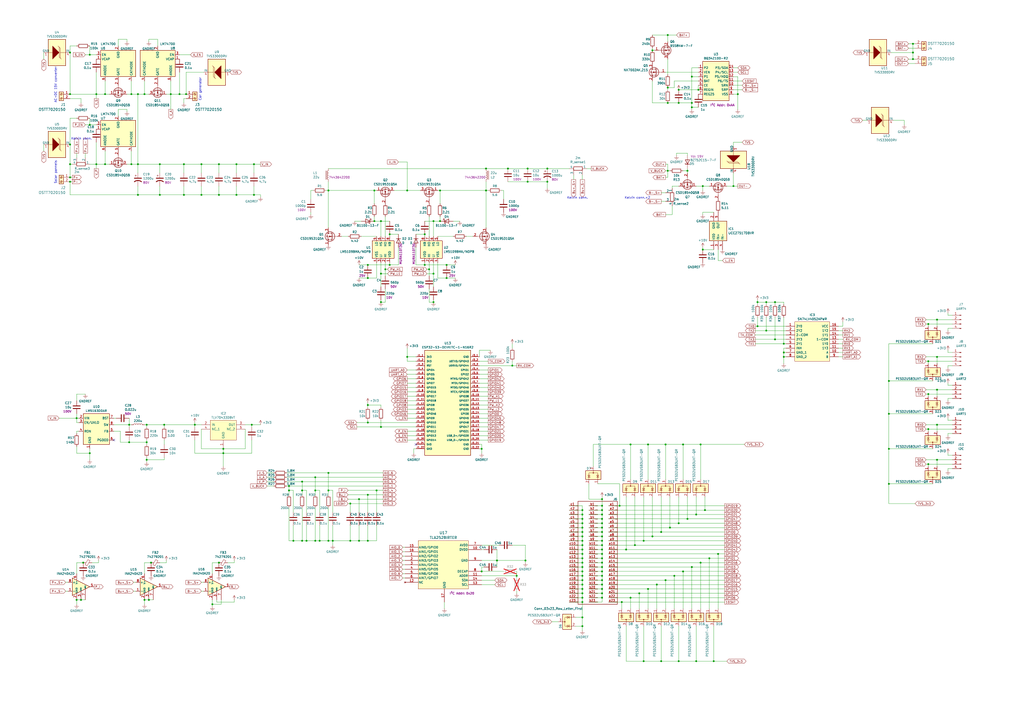
<source format=kicad_sch>
(kicad_sch (version 20230121) (generator eeschema)
  (paper "A2")
  (title_block (title "VanPom") (date "2023-10-26") (rev "v0.4.0") (company "leo-flaventin.com"))
  (junction (at 213.36 161.29))
  (junction (at 349.25 323.85))
  (junction (at 386.08 336.55))
  (junction (at 378.46 29.21))
  (junction (at 220.98 128.27))
  (junction (at 74.93 246.38))
  (junction (at 349.25 328.93))
  (junction (at 83.82 347.98))
  (junction (at 248.92 156.21))
  (junction (at 407.67 107.95))
  (junction (at 40.64 102.87))
  (junction (at 99.06 54.61))
  (junction (at 388.62 306.07))
  (junction (at 251.46 128.27))
  (junction (at 401.32 62.23))
  (junction (at 297.18 212.09))
  (junction (at 349.25 341.63))
  (junction (at 349.25 300.99))
  (junction (at 375.92 341.63))
  (junction (at 146.05 246.38))
  (junction (at 337.82 336.55))
  (junction (at 454.66 207.01))
  (junction (at 60.96 95.25))
  (junction (at 217.17 128.27))
  (junction (at 55.88 54.61))
  (junction (at 398.78 300.99))
  (junction (at 317.5 105.41))
  (junction (at 337.82 308.61))
  (junction (at 48.26 326.39))
  (junction (at 337.82 323.85))
  (junction (at 87.63 326.39))
  (junction (at 408.94 295.91))
  (junction (at 116.84 95.25))
  (junction (at 444.5 191.77))
  (junction (at 427.99 54.61))
  (junction (at 190.5 284.48))
  (junction (at 259.08 161.29))
  (junction (at 349.25 303.53))
  (junction (at 337.82 344.17))
  (junction (at 52.07 72.39))
  (junction (at 405.13 52.07))
  (junction (at 147.32 95.25))
  (junction (at 349.25 321.31))
  (junction (at 363.22 318.77))
  (junction (at 349.25 308.61))
  (junction (at 349.25 336.55))
  (junction (at 337.82 341.63))
  (junction (at 177.8 313.69))
  (junction (at 373.38 383.54))
  (junction (at 393.7 383.54))
  (junction (at 40.64 95.25))
  (junction (at 83.82 54.61))
  (junction (at 46.99 347.98))
  (junction (at 104.14 54.61))
  (junction (at 74.93 256.54))
  (junction (at 175.26 279.4))
  (junction (at 378.46 311.15))
  (junction (at 406.4 326.39))
  (junction (at 515.62 240.03))
  (junction (at 337.82 298.45))
  (junction (at 365.76 346.71))
  (junction (at 95.25 246.38))
  (junction (at 393.7 303.53))
  (junction (at 86.36 347.98))
  (junction (at 203.2 313.69))
  (junction (at 236.22 110.49))
  (junction (at 85.09 266.7))
  (junction (at 387.35 99.06))
  (junction (at 407.67 144.78))
  (junction (at 383.54 308.61))
  (junction (at 515.62 220.98))
  (junction (at 259.08 153.67))
  (junction (at 349.25 344.17))
  (junction (at 255.27 110.49))
  (junction (at 170.18 313.69))
  (junction (at 190.5 274.32))
  (junction (at 92.71 113.03))
  (junction (at 337.82 300.99))
  (junction (at 515.62 260.35))
  (junction (at 220.98 175.26))
  (junction (at 449.58 196.85))
  (junction (at 337.82 349.25))
  (junction (at 349.25 339.09))
  (junction (at 403.86 383.54))
  (junction (at 349.25 318.77))
  (junction (at 182.88 276.86))
  (junction (at 337.82 311.15))
  (junction (at 193.04 313.69))
  (junction (at 360.68 349.25))
  (junction (at 337.82 358.14))
  (junction (at 416.56 321.31))
  (junction (at 85.09 246.38))
  (junction (at 393.7 59.69))
  (junction (at 391.16 334.01))
  (junction (at 387.35 20.32))
  (junction (at 116.84 113.03))
  (junction (at 398.78 99.06))
  (junction (at 127 326.39))
  (junction (at 317.5 97.79))
  (junction (at 80.01 95.25))
  (junction (at 246.38 135.89))
  (junction (at 337.82 339.09))
  (junction (at 107.95 54.61))
  (junction (at 401.32 44.45))
  (junction (at 349.25 311.15))
  (junction (at 288.29 325.12))
  (junction (at 123.19 350.52))
  (junction (at 543.56 226.06))
  (junction (at 251.46 175.26))
  (junction (at 337.82 303.53))
  (junction (at 40.64 54.61))
  (junction (at 226.06 135.89))
  (junction (at 444.5 175.26))
  (junction (at 454.66 199.39))
  (junction (at 349.25 334.01))
  (junction (at 387.35 50.8))
  (junction (at 246.38 153.67))
  (junction (at 52.07 262.89))
  (junction (at 129.54 262.89))
  (junction (at 396.24 331.47))
  (junction (at 337.82 321.31))
  (junction (at 368.3 316.23))
  (junction (at 414.02 383.54))
  (junction (at 213.36 234.95))
  (junction (at 365.76 257.81))
  (junction (at 182.88 313.69))
  (junction (at 279.4 260.35))
  (junction (at 349.25 306.07))
  (junction (at 454.66 204.47))
  (junction (at 337.82 331.47))
  (junction (at 127 95.25))
  (junction (at 190.5 110.49))
  (junction (at 217.17 110.49))
  (junction (at 226.06 153.67))
  (junction (at 208.28 313.69))
  (junction (at 381 339.09))
  (junction (at 543.56 266.7))
  (junction (at 337.82 363.22))
  (junction (at 538.48 209.55))
  (junction (at 349.25 289.56))
  (junction (at 294.64 97.79))
  (junction (at 281.94 110.49))
  (junction (at 185.42 313.69))
  (junction (at 40.64 105.41))
  (junction (at 439.42 175.26))
  (junction (at 337.82 334.01))
  (junction (at 281.94 97.79))
  (junction (at 411.48 323.85))
  (junction (at 349.25 295.91))
  (junction (at 349.25 331.47))
  (junction (at 147.32 113.03))
  (junction (at 529.59 25.4))
  (junction (at 213.36 245.11))
  (junction (at 306.07 105.41))
  (junction (at 401.32 59.69))
  (junction (at 167.64 284.48))
  (junction (at 373.38 313.69))
  (junction (at 220.98 158.75))
  (junction (at 337.82 295.91))
  (junction (at 137.16 113.03))
  (junction (at 220.98 247.65))
  (junction (at 106.68 95.25))
  (junction (at 175.26 313.69))
  (junction (at 213.36 313.69))
  (junction (at 279.4 331.47))
  (junction (at 218.44 284.48))
  (junction (at 349.25 316.23))
  (junction (at 299.72 334.01))
  (junction (at 543.56 246.38))
  (junction (at 306.07 97.79))
  (junction (at 55.88 95.25))
  (junction (at 370.84 344.17))
  (junction (at 349.25 326.39))
  (junction (at 190.5 313.69))
  (junction (at 76.2 95.25))
  (junction (at 439.42 189.23))
  (junction (at 349.25 313.69))
  (junction (at 208.28 289.56))
  (junction (at 80.01 113.03))
  (junction (at 85.09 256.54))
  (junction (at 337.82 326.39))
  (junction (at 92.71 95.25))
  (junction (at 40.64 30.48))
  (junction (at 337.82 316.23))
  (junction (at 396.24 257.81))
  (junction (at 383.54 383.54))
  (junction (at 236.22 207.01))
  (junction (at 529.59 34.29))
  (junction (at 538.48 248.92))
  (junction (at 337.82 346.71))
  (junction (at 52.07 31.75))
  (junction (at 213.36 153.67))
  (junction (at 337.82 313.69))
  (junction (at 538.48 228.6))
  (junction (at 167.64 281.94))
  (junction (at 529.59 30.48))
  (junction (at 406.4 257.81))
  (junction (at 137.16 95.25))
  (junction (at 543.56 207.01))
  (junction (at 386.08 257.81))
  (junction (at 175.26 284.48))
  (junction (at 203.2 292.1))
  (junction (at 349.25 293.37))
  (junction (at 213.36 287.02))
  (junction (at 349.25 298.45))
  (junction (at 127 113.03))
  (junction (at 425.45 107.95))
  (junction (at 403.86 298.45))
  (junction (at 387.35 59.69))
  (junction (at 515.62 280.67))
  (junction (at 251.46 158.75))
  (junction (at 223.52 156.21))
  (junction (at 538.48 187.96))
  (junction (at 375.92 257.81))
  (junction (at 255.27 128.27))
  (junction (at 113.03 246.38))
  (junction (at 337.82 306.07))
  (junction (at 359.41 293.37))
  (junction (at 337.82 318.77))
  (junction (at 80.01 54.61))
  (junction (at 44.45 242.57))
  (junction (at 401.32 328.93))
  (junction (at 543.56 185.42))
  (junction (at 349.25 346.71))
  (junction (at 337.82 328.93))
  (junction (at 106.68 113.03))
  (junction (at 538.48 269.24))
  (junction (at 40.64 83.82))
  (junction (at 393.7 52.07))
  (junction (at 304.8 325.12))
  (junction (at 60.96 54.61))
  (junction (at 76.2 54.61))
  (junction (at 129.54 260.35))
  (junction (at 44.45 347.98))
  (junction (at 449.58 175.26))
  (junction (at 182.88 284.48))
  (no_connect (at 66.04 255.27))
  (no_connect (at 241.3 257.81))
  (wire (pts (xy 549.91 252.73) (xy 549.91 251.46)))
  (wire (pts (xy 107.95 54.61) (xy 104.14 54.61)))
  (wire (pts (xy 427.99 44.45) (xy 427.99 54.61)))
  (wire (pts (xy 398.78 300.99) (xy 420.37 300.99)))
  (wire (pts (xy 146.05 246.38) (xy 151.13 246.38)))
  (wire (pts (xy 86.36 347.98) (xy 83.82 347.98)))
  (wire (pts (xy 223.52 156.21) (xy 224.79 156.21)))
  (wire (pts (xy 137.16 95.25) (xy 137.16 100.33)))
  (wire (pts (xy 190.5 110.49) (xy 217.17 110.49)))
  (wire (pts (xy 425.45 39.37) (xy 427.99 39.37)))
  (wire (pts (xy 201.93 284.48) (xy 218.44 284.48)))
  (wire (pts (xy 416.56 144.78) (xy 416.56 151.13)))
  (wire (pts (xy 106.68 95.25) (xy 116.84 95.25)))
  (wire (pts (xy 223.52 167.64) (xy 223.52 175.26)))
  (wire (pts (xy 297.18 199.39) (xy 297.18 201.93)))
  (wire (pts (xy 538.48 187.96) (xy 538.48 189.23)))
  (wire (pts (xy 60.96 87.63) (xy 60.96 95.25)))
  (wire (pts (xy 116.84 260.35) (xy 129.54 260.35)))
  (wire (pts (xy 337.82 328.93) (xy 337.82 331.47)))
  (wire (pts (xy 213.36 233.68) (xy 213.36 234.95)))
  (wire (pts (xy 349.25 326.39) (xy 349.25 328.93)))
  (wire (pts (xy 44.45 88.9) (xy 44.45 91.44)))
  (wire (pts (xy 403.86 298.45) (xy 420.37 298.45)))
  (wire (pts (xy 279.4 262.89) (xy 279.4 260.35)))
  (wire (pts (xy 349.25 303.53) (xy 341.63 303.53)))
  (wire (pts (xy 349.25 298.45) (xy 341.63 298.45)))
  (wire (pts (xy 278.13 212.09) (xy 297.18 212.09)))
  (wire (pts (xy 68.58 26.67) (xy 68.58 22.86)))
  (wire (pts (xy 406.4 278.13) (xy 406.4 257.81)))
  (wire (pts (xy 190.5 274.32) (xy 190.5 284.48)))
  (wire (pts (xy 48.26 326.39) (xy 44.45 326.39)))
  (wire (pts (xy 387.35 34.29) (xy 387.35 43.18)))
  (wire (pts (xy 349.25 344.17) (xy 349.25 346.71)))
  (wire (pts (xy 193.04 313.69) (xy 190.5 313.69)))
  (wire (pts (xy 444.5 175.26) (xy 449.58 175.26)))
  (wire (pts (xy 337.82 293.37) (xy 337.82 295.91)))
  (wire (pts (xy 217.17 110.49) (xy 218.44 110.49)))
  (wire (pts (xy 349.25 316.23) (xy 341.63 316.23)))
  (wire (pts (xy 538.48 248.92) (xy 538.48 250.19)))
  (wire (pts (xy 349.25 346.71) (xy 349.25 349.25)))
  (wire (pts (xy 57.15 326.39) (xy 57.15 325.12)))
  (wire (pts (xy 353.06 298.45) (xy 403.86 298.45)))
  (wire (pts (xy 40.64 83.82) (xy 40.64 95.25)))
  (wire (pts (xy 226.06 135.89) (xy 231.14 135.89)))
  (wire (pts (xy 147.32 107.95) (xy 147.32 113.03)))
  (wire (pts (xy 279.4 334.01) (xy 299.72 334.01)))
  (wire (pts (xy 405.13 39.37) (xy 401.32 39.37)))
  (wire (pts (xy 116.84 248.92) (xy 116.84 260.35)))
  (wire (pts (xy 246.38 135.89) (xy 246.38 137.16)))
  (wire (pts (xy 127 107.95) (xy 127 113.03)))
  (wire (pts (xy 113.03 262.89) (xy 129.54 262.89)))
  (wire (pts (xy 44.45 347.98) (xy 44.45 350.52)))
  (wire (pts (xy 236.22 207.01) (xy 236.22 209.55)))
  (wire (pts (xy 167.64 284.48) (xy 167.64 287.02)))
  (wire (pts (xy 257.81 349.25) (xy 257.81 353.06)))
  (wire (pts (xy 49.53 31.75) (xy 52.07 31.75)))
  (wire (pts (xy 85.09 266.7) (xy 85.09 265.43)))
  (wire (pts (xy 251.46 175.26) (xy 251.46 173.99)))
  (wire (pts (xy 283.21 110.49) (xy 281.94 110.49)))
  (wire (pts (xy 52.07 72.39) (xy 55.88 72.39)))
  (wire (pts (xy 203.2 292.1) (xy 203.2 297.18)))
  (wire (pts (xy 543.56 266.7) (xy 543.56 270.51)))
  (wire (pts (xy 386.08 41.91) (xy 405.13 41.91)))
  (wire (pts (xy 198.12 137.16) (xy 201.93 137.16)))
  (wire (pts (xy 205.74 128.27) (xy 209.55 128.27)))
  (wire (pts (xy 349.25 349.25) (xy 341.63 349.25)))
  (wire (pts (xy 106.68 95.25) (xy 106.68 100.33)))
  (wire (pts (xy 73.66 22.86) (xy 73.66 24.13)))
  (wire (pts (xy 226.06 152.4) (xy 226.06 153.67)))
  (wire (pts (xy 166.37 281.94) (xy 167.64 281.94)))
  (wire (pts (xy 543.56 185.42) (xy 543.56 189.23)))
  (wire (pts (xy 425.45 100.33) (xy 425.45 107.95)))
  (wire (pts (xy 142.24 246.38) (xy 146.05 246.38)))
  (wire (pts (xy 365.76 346.71) (xy 365.76 353.06)))
  (wire (pts (xy 537.21 246.38) (xy 543.56 246.38)))
  (wire (pts (xy 337.82 334.01) (xy 337.82 336.55)))
  (wire (pts (xy 500.38 69.85) (xy 502.92 69.85)))
  (wire (pts (xy 386.08 124.46) (xy 389.89 124.46)))
  (wire (pts (xy 190.5 132.08) (xy 190.5 110.49)))
  (wire (pts (xy 147.32 95.25) (xy 147.32 100.33)))
  (wire (pts (xy 349.25 308.61) (xy 349.25 311.15)))
  (wire (pts (xy 213.36 304.8) (xy 213.36 313.69)))
  (wire (pts (xy 363.22 383.54) (xy 373.38 383.54)))
  (wire (pts (xy 220.98 158.75) (xy 224.79 158.75)))
  (wire (pts (xy 251.46 158.75) (xy 247.65 158.75)))
  (wire (pts (xy 201.93 292.1) (xy 203.2 292.1)))
  (wire (pts (xy 175.26 284.48) (xy 177.8 284.48)))
  (wire (pts (xy 337.82 303.53) (xy 330.2 303.53)))
  (wire (pts (xy 167.64 284.48) (xy 170.18 284.48)))
  (wire (pts (xy 527.05 36.83) (xy 530.86 36.83)))
  (wire (pts (xy 378.46 46.99) (xy 378.46 59.69)))
  (wire (pts (xy 218.44 313.69) (xy 213.36 313.69)))
  (wire (pts (xy 398.78 88.9) (xy 392.43 88.9)))
  (wire (pts (xy 279.4 328.93) (xy 280.67 328.93)))
  (wire (pts (xy 251.46 128.27) (xy 251.46 137.16)))
  (wire (pts (xy 106.68 113.03) (xy 116.84 113.03)))
  (wire (pts (xy 92.71 95.25) (xy 92.71 100.33)))
  (wire (pts (xy 383.54 111.76) (xy 386.08 111.76)))
  (wire (pts (xy 306.07 97.79) (xy 317.5 97.79)))
  (wire (pts (xy 88.9 347.98) (xy 86.36 347.98)))
  (wire (pts (xy 193.04 313.69) (xy 193.04 316.23)))
  (wire (pts (xy 55.88 54.61) (xy 55.88 57.15)))
  (wire (pts (xy 414.02 123.19) (xy 407.67 123.19)))
  (wire (pts (xy 86.36 22.86) (xy 86.36 24.13)))
  (wire (pts (xy 76.2 46.99) (xy 76.2 54.61)))
  (wire (pts (xy 486.41 204.47) (xy 488.95 204.47)))
  (wire (pts (xy 223.52 125.73) (xy 223.52 137.16)))
  (wire (pts (xy 538.48 269.24) (xy 538.48 270.51)))
  (wire (pts (xy 251.46 152.4) (xy 251.46 158.75)))
  (wire (pts (xy 389.89 107.95) (xy 393.7 107.95)))
  (wire (pts (xy 387.35 59.69) (xy 378.46 59.69)))
  (wire (pts (xy 337.82 311.15) (xy 330.2 311.15)))
  (wire (pts (xy 337.82 339.09) (xy 330.2 339.09)))
  (wire (pts (xy 349.25 323.85) (xy 349.25 326.39)))
  (wire (pts (xy 283.21 250.19) (xy 278.13 250.19)))
  (wire (pts (xy 515.62 280.67) (xy 541.02 280.67)))
  (wire (pts (xy 69.85 256.54) (xy 69.85 250.19)))
  (wire (pts (xy 246.38 153.67) (xy 259.08 153.67)))
  (wire (pts (xy 337.82 306.07) (xy 330.2 306.07)))
  (wire (pts (xy 407.67 144.78) (xy 414.02 144.78)))
  (wire (pts (xy 185.42 304.8) (xy 185.42 313.69)))
  (wire (pts (xy 236.22 252.73) (xy 241.3 252.73)))
  (wire (pts (xy 281.94 110.49) (xy 255.27 110.49)))
  (wire (pts (xy 549.91 231.14) (xy 552.45 231.14)))
  (wire (pts (xy 379.73 29.21) (xy 378.46 29.21)))
  (wire (pts (xy 398.78 288.29) (xy 398.78 300.99)))
  (wire (pts (xy 55.88 95.25) (xy 55.88 97.79)))
  (wire (pts (xy 40.64 26.67) (xy 44.45 26.67)))
  (wire (pts (xy 113.03 245.11) (xy 113.03 246.38)))
  (wire (pts (xy 85.09 266.7) (xy 85.09 267.97)))
  (wire (pts (xy 401.32 59.69) (xy 401.32 62.23)))
  (wire (pts (xy 248.92 152.4) (xy 248.92 156.21)))
  (wire (pts (xy 91.44 22.86) (xy 86.36 22.86)))
  (wire (pts (xy 349.25 300.99) (xy 341.63 300.99)))
  (wire (pts (xy 537.21 207.01) (xy 543.56 207.01)))
  (wire (pts (xy 337.82 323.85) (xy 330.2 323.85)))
  (wire (pts (xy 373.38 383.54) (xy 383.54 383.54)))
  (wire (pts (xy 40.64 102.87) (xy 41.91 102.87)))
  (wire (pts (xy 349.25 326.39) (xy 341.63 326.39)))
  (wire (pts (xy 368.3 288.29) (xy 368.3 316.23)))
  (wire (pts (xy 388.62 288.29) (xy 388.62 306.07)))
  (wire (pts (xy 40.64 95.25) (xy 40.64 102.87)))
  (wire (pts (xy 116.84 342.9) (xy 118.11 342.9)))
  (wire (pts (xy 353.06 316.23) (xy 368.3 316.23)))
  (wire (pts (xy 337.82 316.23) (xy 337.82 318.77)))
  (wire (pts (xy 337.82 321.31) (xy 330.2 321.31)))
  (wire (pts (xy 146.05 246.38) (xy 146.05 247.65)))
  (wire (pts (xy 40.64 54.61) (xy 40.64 30.48)))
  (wire (pts (xy 543.56 207.01) (xy 543.56 210.82)))
  (wire (pts (xy 255.27 128.27) (xy 255.27 125.73)))
  (wire (pts (xy 353.06 300.99) (xy 398.78 300.99)))
  (wire (pts (xy 297.18 212.09) (xy 299.72 212.09)))
  (wire (pts (xy 87.63 326.39) (xy 83.82 326.39)))
  (wire (pts (xy 44.45 250.19) (xy 45.72 250.19)))
  (wire (pts (xy 383.54 288.29) (xy 383.54 308.61)))
  (wire (pts (xy 218.44 284.48) (xy 222.25 284.48)))
  (wire (pts (xy 95.25 246.38) (xy 113.03 246.38)))
  (wire (pts (xy 92.71 326.39) (xy 96.52 326.39)))
  (wire (pts (xy 236.22 229.87) (xy 241.3 229.87)))
  (wire (pts (xy 259.08 161.29) (xy 254 161.29)))
  (wire (pts (xy 537.21 187.96) (xy 538.48 187.96)))
  (wire (pts (xy 201.93 287.02) (xy 213.36 287.02)))
  (wire (pts (xy 233.68 335.28) (xy 234.95 335.28)))
  (wire (pts (xy 337.82 326.39) (xy 330.2 326.39)))
  (wire (pts (xy 278.13 260.35) (xy 279.4 260.35)))
  (wire (pts (xy 125.73 349.25) (xy 135.89 349.25)))
  (wire (pts (xy 99.06 54.61) (xy 99.06 63.5)))
  (wire (pts (xy 365.76 346.71) (xy 420.37 346.71)))
  (wire (pts (xy 337.82 346.71) (xy 330.2 346.71)))
  (wire (pts (xy 80.01 113.03) (xy 92.71 113.03)))
  (wire (pts (xy 359.41 280.67) (xy 359.41 293.37)))
  (wire (pts (xy 425.45 44.45) (xy 427.99 44.45)))
  (wire (pts (xy 279.4 316.23) (xy 289.56 316.23)))
  (wire (pts (xy 283.21 242.57) (xy 278.13 242.57)))
  (wire (pts (xy 349.25 318.77) (xy 341.63 318.77)))
  (wire (pts (xy 398.78 90.17) (xy 398.78 88.9)))
  (wire (pts (xy 486.41 191.77) (xy 488.95 191.77)))
  (wire (pts (xy 233.68 330.2) (xy 234.95 330.2)))
  (wire (pts (xy 123.19 326.39) (xy 123.19 332.74)))
  (wire (pts (xy 527.05 25.4) (xy 529.59 25.4)))
  (wire (pts (xy 203.2 304.8) (xy 203.2 313.69)))
  (wire (pts (xy 299.72 342.9) (xy 299.72 344.17)))
  (wire (pts (xy 349.25 306.07) (xy 349.25 308.61)))
  (wire (pts (xy 454.66 207.01) (xy 454.66 204.47)))
  (wire (pts (xy 207.01 247.65) (xy 220.98 247.65)))
  (wire (pts (xy 52.07 31.75) (xy 55.88 31.75)))
  (wire (pts (xy 337.82 303.53) (xy 337.82 306.07)))
  (wire (pts (xy 549.91 243.84) (xy 552.45 243.84)))
  (wire (pts (xy 337.82 306.07) (xy 337.82 308.61)))
  (wire (pts (xy 236.22 255.27) (xy 241.3 255.27)))
  (wire (pts (xy 353.06 311.15) (xy 378.46 311.15)))
  (wire (pts (xy 248.92 156.21) (xy 247.65 156.21)))
  (wire (pts (xy 353.06 293.37) (xy 359.41 293.37)))
  (wire (pts (xy 386.08 257.81) (xy 396.24 257.81)))
  (wire (pts (xy 401.32 328.93) (xy 420.37 328.93)))
  (wire (pts (xy 166.37 279.4) (xy 175.26 279.4)))
  (wire (pts (xy 341.63 280.67) (xy 341.63 289.56)))
  (wire (pts (xy 454.66 207.01) (xy 455.93 207.01)))
  (wire (pts (xy 387.35 20.32) (xy 392.43 20.32)))
  (wire (pts (xy 55.88 82.55) (xy 55.88 95.25)))
  (wire (pts (xy 40.64 54.61) (xy 55.88 54.61)))
  (wire (pts (xy 444.5 184.15) (xy 444.5 191.77)))
  (wire (pts (xy 549.91 264.16) (xy 552.45 264.16)))
  (wire (pts (xy 444.5 175.26) (xy 444.5 176.53)))
  (wire (pts (xy 233.68 332.74) (xy 234.95 332.74)))
  (wire (pts (xy 337.82 311.15) (xy 337.82 313.69)))
  (wire (pts (xy 370.84 344.17) (xy 353.06 344.17)))
  (wire (pts (xy 262.89 137.16) (xy 254 137.16)))
  (wire (pts (xy 226.06 153.67) (xy 213.36 153.67)))
  (wire (pts (xy 127 95.25) (xy 137.16 95.25)))
  (wire (pts (xy 439.42 189.23) (xy 455.93 189.23)))
  (wire (pts (xy 549.91 222.25) (xy 549.91 223.52)))
  (wire (pts (xy 255.27 118.11) (xy 255.27 110.49)))
  (wire (pts (xy 166.37 276.86) (xy 182.88 276.86)))
  (wire (pts (xy 213.36 313.69) (xy 208.28 313.69)))
  (wire (pts (xy 337.82 298.45) (xy 330.2 298.45)))
  (wire (pts (xy 220.98 158.75) (xy 220.98 166.37)))
  (wire (pts (xy 349.25 313.69) (xy 341.63 313.69)))
  (wire (pts (xy 449.58 175.26) (xy 454.66 175.26)))
  (wire (pts (xy 427.99 54.61) (xy 427.99 63.5)))
  (wire (pts (xy 220.98 175.26) (xy 220.98 173.99)))
  (wire (pts (xy 116.84 107.95) (xy 116.84 113.03)))
  (wire (pts (xy 530.86 292.1) (xy 515.62 292.1)))
  (wire (pts (xy 278.13 209.55) (xy 283.21 209.55)))
  (wire (pts (xy 527.05 27.94) (xy 530.86 27.94)))
  (wire (pts (xy 279.4 328.93) (xy 279.4 331.47)))
  (wire (pts (xy 386.08 353.06) (xy 386.08 336.55)))
  (wire (pts (xy 74.93 256.54) (xy 85.09 256.54)))
  (wire (pts (xy 393.7 363.22) (xy 393.7 383.54)))
  (wire (pts (xy 95.25 265.43) (xy 95.25 266.7)))
  (wire (pts (xy 201.93 289.56) (xy 208.28 289.56)))
  (wire (pts (xy 337.82 349.25) (xy 337.82 358.14)))
  (wire (pts (xy 52.07 260.35) (xy 52.07 262.89)))
  (wire (pts (xy 278.13 203.2) (xy 278.13 207.01)))
  (wire (pts (xy 52.07 26.67) (xy 52.07 31.75)))
  (wire (pts (xy 38.1 342.9) (xy 39.37 342.9)))
  (wire (pts (xy 416.56 321.31) (xy 420.37 321.31)))
  (wire (pts (xy 425.45 49.53) (xy 430.53 49.53)))
  (wire (pts (xy 353.06 295.91) (xy 408.94 295.91)))
  (wire (pts (xy 438.15 191.77) (xy 444.5 191.77)))
  (wire (pts (xy 365.76 257.81) (xy 375.92 257.81)))
  (wire (pts (xy 381 353.06) (xy 381 339.09)))
  (wire (pts (xy 208.28 289.56) (xy 222.25 289.56)))
  (wire (pts (xy 486.41 201.93) (xy 488.95 201.93)))
  (wire (pts (xy 283.21 247.65) (xy 278.13 247.65)))
  (wire (pts (xy 107.95 41.91) (xy 107.95 54.61)))
  (wire (pts (xy 401.32 39.37) (xy 401.32 44.45)))
  (wire (pts (xy 439.42 173.99) (xy 439.42 175.26)))
  (wire (pts (xy 349.25 306.07) (xy 341.63 306.07)))
  (wire (pts (xy 486.41 196.85) (xy 488.95 196.85)))
  (wire (pts (xy 425.45 54.61) (xy 427.99 54.61)))
  (wire (pts (xy 543.56 226.06) (xy 543.56 229.87)))
  (wire (pts (xy 233.68 325.12) (xy 234.95 325.12)))
  (wire (pts (xy 190.5 105.41) (xy 190.5 110.49)))
  (wire (pts (xy 231.14 93.98) (xy 236.22 93.98)))
  (wire (pts (xy 439.42 175.26) (xy 439.42 176.53)))
  (wire (pts (xy 236.22 232.41) (xy 241.3 232.41)))
  (wire (pts (xy 190.5 284.48) (xy 190.5 287.02)))
  (wire (pts (xy 220.98 128.27) (xy 217.17 128.27)))
  (wire (pts (xy 274.32 137.16) (xy 270.51 137.16)))
  (wire (pts (xy 283.21 224.79) (xy 278.13 224.79)))
  (wire (pts (xy 455.93 201.93) (xy 454.66 201.93)))
  (wire (pts (xy 220.98 247.65) (xy 241.3 247.65)))
  (wire (pts (xy 52.07 95.25) (xy 55.88 95.25)))
  (wire (pts (xy 411.48 323.85) (xy 353.06 323.85)))
  (wire (pts (xy 264.16 161.29) (xy 259.08 161.29)))
  (wire (pts (xy 147.32 95.25) (xy 151.13 95.25)))
  (wire (pts (xy 279.4 318.77) (xy 280.67 318.77)))
  (wire (pts (xy 538.48 187.96) (xy 552.45 187.96)))
  (wire (pts (xy 44.45 326.39) (xy 44.45 332.74)))
  (wire (pts (xy 349.25 300.99) (xy 349.25 303.53)))
  (wire (pts (xy 170.18 313.69) (xy 175.26 313.69)))
  (wire (pts (xy 203.2 313.69) (xy 208.28 313.69)))
  (wire (pts (xy 177.8 284.48) (xy 177.8 297.18)))
  (wire (pts (xy 414.02 383.54) (xy 421.64 383.54)))
  (wire (pts (xy 438.15 194.31) (xy 455.93 194.31)))
  (wire (pts (xy 123.19 351.79) (xy 123.19 350.52)))
  (wire (pts (xy 74.93 242.57) (xy 74.93 246.38)))
  (wire (pts (xy 337.82 313.69) (xy 330.2 313.69)))
  (wire (pts (xy 279.4 339.09) (xy 287.02 339.09)))
  (wire (pts (xy 40.64 68.58) (xy 44.45 68.58)))
  (wire (pts (xy 387.35 59.69) (xy 393.7 59.69)))
  (wire (pts (xy 113.03 246.38) (xy 113.03 247.65)))
  (wire (pts (xy 425.45 82.55) (xy 430.53 82.55)))
  (wire (pts (xy 337.82 341.63) (xy 330.2 341.63)))
  (wire (pts (xy 85.09 246.38) (xy 95.25 246.38)))
  (wire (pts (xy 317.5 105.41) (xy 317.5 109.22)))
  (wire (pts (xy 549.91 182.88) (xy 552.45 182.88)))
  (wire (pts (xy 549.91 223.52) (xy 552.45 223.52)))
  (wire (pts (xy 337.82 295.91) (xy 330.2 295.91)))
  (wire (pts (xy 360.68 353.06) (xy 360.68 349.25)))
  (wire (pts (xy 220.98 152.4) (xy 220.98 158.75)))
  (wire (pts (xy 104.14 54.61) (xy 99.06 54.61)))
  (wire (pts (xy 406.4 326.39) (xy 406.4 353.06)))
  (wire (pts (xy 349.25 328.93) (xy 349.25 331.47)))
  (wire (pts (xy 66.04 242.57) (xy 67.31 242.57)))
  (wire (pts (xy 411.48 323.85) (xy 411.48 353.06)))
  (wire (pts (xy 393.7 383.54) (xy 403.86 383.54)))
  (wire (pts (xy 283.21 229.87) (xy 278.13 229.87)))
  (wire (pts (xy 49.53 347.98) (xy 46.99 347.98)))
  (wire (pts (xy 154.94 274.32) (xy 158.75 274.32)))
  (wire (pts (xy 449.58 175.26) (xy 449.58 176.53)))
  (wire (pts (xy 107.95 57.15) (xy 106.68 57.15)))
  (wire (pts (xy 154.94 276.86) (xy 158.75 276.86)))
  (wire (pts (xy 116.84 95.25) (xy 116.84 100.33)))
  (wire (pts (xy 104.14 41.91) (xy 104.14 54.61)))
  (wire (pts (xy 337.82 321.31) (xy 337.82 323.85)))
  (wire (pts (xy 76.2 87.63) (xy 76.2 95.25)))
  (wire (pts (xy 401.32 44.45) (xy 405.13 44.45)))
  (wire (pts (xy 294.64 105.41) (xy 306.07 105.41)))
  (wire (pts (xy 538.48 269.24) (xy 552.45 269.24)))
  (wire (pts (xy 337.82 326.39) (xy 337.82 328.93)))
  (wire (pts (xy 349.25 318.77) (xy 349.25 321.31)))
  (wire (pts (xy 279.4 336.55) (xy 287.02 336.55)))
  (wire (pts (xy 549.91 213.36) (xy 549.91 212.09)))
  (wire (pts (xy 281.94 105.41) (xy 281.94 110.49)))
  (wire (pts (xy 44.45 232.41) (xy 44.45 228.6)))
  (wire (pts (xy 527.05 34.29) (xy 529.59 34.29)))
  (wire (pts (xy 213.36 287.02) (xy 213.36 297.18)))
  (wire (pts (xy 80.01 113.03) (xy 80.01 107.95)))
  (wire (pts (xy 515.62 220.98) (xy 541.02 220.98)))
  (wire (pts (xy 66.04 246.38) (xy 74.93 246.38)))
  (wire (pts (xy 337.82 331.47) (xy 337.82 334.01)))
  (wire (pts (xy 73.66 54.61) (xy 76.2 54.61)))
  (wire (pts (xy 60.96 54.61) (xy 63.5 54.61)))
  (wire (pts (xy 132.08 326.39) (xy 135.89 326.39)))
  (wire (pts (xy 529.59 30.48) (xy 529.59 25.4)))
  (wire (pts (xy 386.08 257.81) (xy 386.08 278.13)))
  (wire (pts (xy 337.82 298.45) (xy 337.82 300.99)))
  (wire (pts (xy 549.91 242.57) (xy 549.91 243.84)))
  (wire (pts (xy 349.25 331.47) (xy 341.63 331.47)))
  (wire (pts (xy 46.99 347.98) (xy 44.45 347.98)))
  (wire (pts (xy 515.62 220.98) (xy 515.62 199.39)))
  (wire (pts (xy 386.08 102.87) (xy 387.35 102.87)))
  (wire (pts (xy 454.66 184.15) (xy 454.66 199.39)))
  (wire (pts (xy 391.16 334.01) (xy 391.16 353.06)))
  (wire (pts (xy 99.06 46.99) (xy 99.06 54.61)))
  (wire (pts (xy 167.64 294.64) (xy 167.64 313.69)))
  (wire (pts (xy 182.88 276.86) (xy 182.88 284.48)))
  (wire (pts (xy 420.37 293.37) (xy 359.41 293.37)))
  (wire (pts (xy 279.4 331.47) (xy 292.1 331.47)))
  (wire (pts (xy 213.36 245.11) (xy 241.3 245.11)))
  (wire (pts (xy 425.45 46.99) (xy 430.53 46.99)))
  (wire (pts (xy 95.25 246.38) (xy 95.25 247.65)))
  (wire (pts (xy 233.68 317.5) (xy 234.95 317.5)))
  (wire (pts (xy 236.22 237.49) (xy 241.3 237.49)))
  (wire (pts (xy 193.04 313.69) (xy 203.2 313.69)))
  (wire (pts (xy 25.4 83.82) (xy 25.4 87.63)))
  (wire (pts (xy 92.71 107.95) (xy 92.71 113.03)))
  (wire (pts (xy 387.35 95.25) (xy 386.08 95.25)))
  (wire (pts (xy 69.85 250.19) (xy 66.04 250.19)))
  (wire (pts (xy 44.45 228.6) (xy 49.53 228.6)))
  (wire (pts (xy 549.91 273.05) (xy 549.91 271.78)))
  (wire (pts (xy 349.25 308.61) (xy 341.63 308.61)))
  (wire (pts (xy 218.44 152.4) (xy 218.44 161.29)))
  (wire (pts (xy 209.55 137.16) (xy 218.44 137.16)))
  (wire (pts (xy 127 326.39) (xy 123.19 326.39)))
  (wire (pts (xy 38.1 337.82) (xy 39.37 337.82)))
  (wire (pts (xy 537.21 226.06) (xy 543.56 226.06)))
  (wire (pts (xy 236.22 209.55) (xy 241.3 209.55)))
  (wire (pts (xy 283.21 252.73) (xy 278.13 252.73)))
  (wire (pts (xy 55.88 54.61) (xy 60.96 54.61)))
  (wire (pts (xy 396.24 257.81) (xy 396.24 278.13)))
  (wire (pts (xy 46.99 57.15) (xy 46.99 59.69)))
  (wire (pts (xy 425.45 107.95) (xy 427.99 107.95)))
  (wire (pts (xy 306.07 105.41) (xy 317.5 105.41)))
  (wire (pts (xy 40.64 105.41) (xy 41.91 105.41)))
  (wire (pts (xy 283.21 245.11) (xy 278.13 245.11)))
  (wire (pts (xy 516.89 30.48) (xy 529.59 30.48)))
  (wire (pts (xy 549.91 204.47) (xy 552.45 204.47)))
  (wire (pts (xy 349.25 321.31) (xy 349.25 323.85)))
  (wire (pts (xy 537.21 248.92) (xy 538.48 248.92)))
  (wire (pts (xy 240.03 260.35) (xy 240.03 262.89)))
  (wire (pts (xy 236.22 242.57) (xy 241.3 242.57)))
  (wire (pts (xy 337.82 308.61) (xy 330.2 308.61)))
  (wire (pts (xy 240.03 260.35) (xy 241.3 260.35)))
  (wire (pts (xy 401.32 328.93) (xy 401.32 353.06)))
  (wire (pts (xy 226.06 128.27) (xy 220.98 128.27)))
  (wire (pts (xy 438.15 189.23) (xy 439.42 189.23)))
  (wire (pts (xy 185.42 313.69) (xy 190.5 313.69)))
  (wire (pts (xy 383.54 363.22) (xy 383.54 383.54)))
  (wire (pts (xy 40.64 30.48) (xy 40.64 26.67)))
  (wire (pts (xy 40.64 105.41) (xy 40.64 113.03)))
  (wire (pts (xy 387.35 102.87) (xy 387.35 99.06)))
  (wire (pts (xy 393.7 303.53) (xy 420.37 303.53)))
  (wire (pts (xy 373.38 313.69) (xy 420.37 313.69)))
  (wire (pts (xy 375.92 257.81) (xy 375.92 278.13)))
  (wire (pts (xy 538.48 228.6) (xy 552.45 228.6)))
  (wire (pts (xy 128.27 350.52) (xy 123.19 350.52)))
  (wire (pts (xy 515.62 260.35) (xy 541.02 260.35)))
  (wire (pts (xy 40.64 113.03) (xy 80.01 113.03)))
  (wire (pts (xy 228.6 110.49) (xy 236.22 110.49)))
  (wire (pts (xy 392.43 88.9) (xy 392.43 90.17)))
  (wire (pts (xy 299.72 334.01) (xy 299.72 335.28)))
  (wire (pts (xy 538.48 228.6) (xy 538.48 229.87)))
  (wire (pts (xy 425.45 52.07) (xy 430.53 52.07)))
  (wire (pts (xy 283.21 227.33) (xy 278.13 227.33)))
  (wire (pts (xy 406.4 257.81) (xy 431.8 257.81)))
  (wire (pts (xy 349.25 303.53) (xy 349.25 306.07)))
  (wire (pts (xy 387.35 99.06) (xy 387.35 95.25)))
  (wire (pts (xy 488.95 186.69) (xy 488.95 189.23)))
  (wire (pts (xy 373.38 363.22) (xy 373.38 383.54)))
  (wire (pts (xy 236.22 250.19) (xy 241.3 250.19)))
  (wire (pts (xy 203.2 292.1) (xy 222.25 292.1)))
  (wire (pts (xy 537.21 209.55) (xy 538.48 209.55)))
  (wire (pts (xy 217.17 118.11) (xy 217.17 110.49)))
  (wire (pts (xy 113.03 255.27) (xy 113.03 262.89)))
  (wire (pts (xy 74.93 246.38) (xy 74.93 247.65)))
  (wire (pts (xy 349.25 341.63) (xy 341.63 341.63)))
  (wire (pts (xy 370.84 344.17) (xy 420.37 344.17)))
  (wire (pts (xy 406.4 326.39) (xy 353.06 326.39)))
  (wire (pts (xy 353.06 308.61) (xy 383.54 308.61)))
  (wire (pts (xy 127 113.03) (xy 137.16 113.03)))
  (wire (pts (xy 236.22 214.63) (xy 241.3 214.63)))
  (wire (pts (xy 251.46 158.75) (xy 251.46 166.37)))
  (wire (pts (xy 83.82 326.39) (xy 83.82 332.74)))
  (wire (pts (xy 283.21 255.27) (xy 278.13 255.27)))
  (wire (pts (xy 233.68 322.58) (xy 234.95 322.58)))
  (wire (pts (xy 49.53 72.39) (xy 52.07 72.39)))
  (wire (pts (xy 246.38 128.27) (xy 251.46 128.27)))
  (wire (pts (xy 363.22 363.22) (xy 363.22 383.54)))
  (wire (pts (xy 337.82 349.25) (xy 330.2 349.25)))
  (wire (pts (xy 299.72 331.47) (xy 299.72 334.01)))
  (wire (pts (xy 170.18 304.8) (xy 170.18 313.69)))
  (wire (pts (xy 281.94 132.08) (xy 281.94 110.49)))
  (wire (pts (xy 398.78 99.06) (xy 398.78 100.33)))
  (wire (pts (xy 403.86 383.54) (xy 414.02 383.54)))
  (wire (pts (xy 283.21 234.95) (xy 278.13 234.95)))
  (wire (pts (xy 515.62 199.39) (xy 541.02 199.39)))
  (wire (pts (xy 76.2 54.61) (xy 80.01 54.61)))
  (wire (pts (xy 288.29 325.12) (xy 304.8 325.12)))
  (wire (pts (xy 294.64 97.79) (xy 306.07 97.79)))
  (wire (pts (xy 44.45 259.08) (xy 44.45 262.89)))
  (wire (pts (xy 190.5 97.79) (xy 281.94 97.79)))
  (wire (pts (xy 246.38 135.89) (xy 241.3 135.89)))
  (wire (pts (xy 125.73 347.98) (xy 125.73 349.25)))
  (wire (pts (xy 549.91 232.41) (xy 549.91 231.14)))
  (wire (pts (xy 365.76 257.81) (xy 365.76 278.13)))
  (wire (pts (xy 378.46 27.94) (xy 378.46 29.21)))
  (wire (pts (xy 334.01 358.14) (xy 337.82 358.14)))
  (wire (pts (xy 349.25 341.63) (xy 349.25 344.17)))
  (wire (pts (xy 393.7 288.29) (xy 393.7 303.53)))
  (wire (pts (xy 83.82 347.98) (xy 83.82 350.52)))
  (wire (pts (xy 411.48 323.85) (xy 420.37 323.85)))
  (wire (pts (xy 425.45 41.91) (xy 427.99 41.91)))
  (wire (pts (xy 248.92 167.64) (xy 248.92 175.26)))
  (wire (pts (xy 127 95.25) (xy 127 100.33)))
  (wire (pts (xy 218.44 304.8) (xy 218.44 313.69)))
  (wire (pts (xy 393.7 59.69) (xy 401.32 59.69)))
  (wire (pts (xy 401.32 62.23) (xy 401.32 63.5)))
  (wire (pts (xy 146.05 262.89) (xy 129.54 262.89)))
  (wire (pts (xy 353.06 313.69) (xy 373.38 313.69)))
  (wire (pts (xy 233.68 320.04) (xy 234.95 320.04)))
  (wire (pts (xy 283.21 240.03) (xy 278.13 240.03)))
  (wire (pts (xy 236.22 93.98) (xy 236.22 110.49)))
  (wire (pts (xy 220.98 128.27) (xy 220.98 137.16)))
  (wire (pts (xy 142.24 260.35) (xy 129.54 260.35)))
  (wire (pts (xy 332.74 101.6) (xy 332.74 104.14)))
  (wire (pts (xy 83.82 246.38) (xy 85.09 246.38)))
  (wire (pts (xy 330.2 293.37) (xy 337.82 293.37)))
  (wire (pts (xy 40.64 57.15) (xy 46.99 57.15)))
  (wire (pts (xy 349.25 311.15) (xy 341.63 311.15)))
  (wire (pts (xy 349.25 336.55) (xy 349.25 339.09)))
  (wire (pts (xy 337.82 331.47) (xy 330.2 331.47)))
  (wire (pts (xy 365.76 346.71) (xy 353.06 346.71)))
  (wire (pts (xy 543.56 185.42) (xy 552.45 185.42)))
  (wire (pts (xy 515.62 280.67) (xy 515.62 260.35)))
  (wire (pts (xy 337.82 300.99) (xy 330.2 300.99)))
  (wire (pts (xy 167.64 281.94) (xy 222.25 281.94)))
  (wire (pts (xy 185.42 284.48) (xy 185.42 297.18)))
  (wire (pts (xy 147.32 113.03) (xy 151.13 113.03)))
  (wire (pts (xy 337.82 358.14) (xy 337.82 363.22)))
  (wire (pts (xy 486.41 207.01) (xy 488.95 207.01)))
  (wire (pts (xy 337.82 336.55) (xy 330.2 336.55)))
  (wire (pts (xy 74.93 255.27) (xy 74.93 256.54)))
  (wire (pts (xy 337.82 318.77) (xy 337.82 321.31)))
  (wire (pts (xy 68.58 67.31) (xy 68.58 63.5)))
  (wire (pts (xy 378.46 288.29) (xy 378.46 311.15)))
  (wire (pts (xy 236.22 110.49) (xy 243.84 110.49)))
  (wire (pts (xy 454.66 201.93) (xy 454.66 204.47)))
  (wire (pts (xy 454.66 199.39) (xy 455.93 199.39)))
  (wire (pts (xy 95.25 255.27) (xy 95.25 257.81)))
  (wire (pts (xy 349.25 295.91) (xy 341.63 295.91)))
  (wire (pts (xy 73.66 63.5) (xy 73.66 64.77)))
  (wire (pts (xy 383.54 116.84) (xy 386.08 116.84)))
  (wire (pts (xy 349.25 331.47) (xy 349.25 334.01)))
  (wire (pts (xy 236.22 234.95) (xy 241.3 234.95)))
  (wire (pts (xy 231.14 153.67) (xy 226.06 153.67)))
  (wire (pts (xy 266.7 128.27) (xy 262.89 128.27)))
  (wire (pts (xy 449.58 196.85) (xy 455.93 196.85)))
  (wire (pts (xy 236.22 219.71) (xy 241.3 219.71)))
  (wire (pts (xy 175.26 284.48) (xy 175.26 287.02)))
  (wire (pts (xy 189.23 110.49) (xy 190.5 110.49)))
  (wire (pts (xy 403.86 288.29) (xy 403.86 298.45)))
  (wire (pts (xy 255.27 110.49) (xy 254 110.49)))
  (wire (pts (xy 251.46 128.27) (xy 255.27 128.27)))
  (wire (pts (xy 349.25 334.01) (xy 349.25 336.55)))
  (wire (pts (xy 337.82 318.77) (xy 330.2 318.77)))
  (wire (pts (xy 549.91 181.61) (xy 549.91 182.88)))
  (wire (pts (xy 223.52 152.4) (xy 223.52 156.21)))
  (wire (pts (xy 543.56 246.38) (xy 552.45 246.38)))
  (wire (pts (xy 421.64 107.95) (xy 425.45 107.95)))
  (wire (pts (xy 391.16 50.8) (xy 391.16 46.99)))
  (wire (pts (xy 106.68 107.95) (xy 106.68 113.03)))
  (wire (pts (xy 217.17 128.27) (xy 217.17 125.73)))
  (wire (pts (xy 40.64 95.25) (xy 41.91 95.25)))
  (wire (pts (xy 406.4 326.39) (xy 420.37 326.39)))
  (wire (pts (xy 320.04 360.68) (xy 323.85 360.68)))
  (wire (pts (xy 340.36 97.79) (xy 342.9 97.79)))
  (wire (pts (xy 146.05 255.27) (xy 146.05 262.89)))
  (wire (pts (xy 363.22 288.29) (xy 363.22 318.77)))
  (wire (pts (xy 529.59 25.4) (xy 530.86 25.4)))
  (wire (pts (xy 537.21 228.6) (xy 538.48 228.6)))
  (wire (pts (xy 537.21 269.24) (xy 538.48 269.24)))
  (wire (pts (xy 246.38 152.4) (xy 246.38 153.67)))
  (wire (pts (xy 193.04 284.48) (xy 193.04 297.18)))
  (wire (pts (xy 529.59 30.48) (xy 529.59 34.29)))
  (wire (pts (xy 401.32 44.45) (xy 401.32 59.69)))
  (wire (pts (xy 116.84 337.82) (xy 118.11 337.82)))
  (wire (pts (xy 405.13 49.53) (xy 405.13 52.07)))
  (wire (pts (xy 95.25 266.7) (xy 85.09 266.7)))
  (wire (pts (xy 353.06 339.09) (xy 381 339.09)))
  (wire (pts (xy 386.08 336.55) (xy 420.37 336.55)))
  (wire (pts (xy 213.36 234.95) (xy 220.98 234.95)))
  (wire (pts (xy 549.91 212.09) (xy 552.45 212.09)))
  (wire (pts (xy 388.62 306.07) (xy 420.37 306.07)))
  (wire (pts (xy 349.25 344.17) (xy 341.63 344.17)))
  (wire (pts (xy 60.96 46.99) (xy 60.96 54.61)))
  (wire (pts (xy 292.1 110.49) (xy 290.83 110.49)))
  (wire (pts (xy 349.25 316.23) (xy 349.25 318.77)))
  (wire (pts (xy 52.07 68.58) (xy 52.07 72.39)))
  (wire (pts (xy 454.66 210.82) (xy 454.66 207.01)))
  (wire (pts (xy 349.25 298.45) (xy 349.25 300.99)))
  (wire (pts (xy 254 152.4) (xy 254 161.29)))
  (wire (pts (xy 135.89 326.39) (xy 135.89 325.12)))
  (wire (pts (xy 515.62 260.35) (xy 515.62 240.03)))
  (wire (pts (xy 538.48 209.55) (xy 538.48 210.82)))
  (wire (pts (xy 207.01 245.11) (xy 213.36 245.11)))
  (wire (pts (xy 383.54 383.54) (xy 393.7 383.54)))
  (wire (pts (xy 341.63 289.56) (xy 349.25 289.56)))
  (wire (pts (xy 292.1 115.57) (xy 292.1 110.49)))
  (wire (pts (xy 85.09 256.54) (xy 85.09 257.81)))
  (wire (pts (xy 288.29 318.77) (xy 288.29 325.12)))
  (wire (pts (xy 425.45 85.09) (xy 425.45 82.55)))
  (wire (pts (xy 408.94 295.91) (xy 420.37 295.91)))
  (wire (pts (xy 363.22 318.77) (xy 420.37 318.77)))
  (wire (pts (xy 337.82 346.71) (xy 337.82 349.25)))
  (wire (pts (xy 220.98 234.95) (xy 220.98 236.22)))
  (wire (pts (xy 396.24 331.47) (xy 396.24 353.06)))
  (wire (pts (xy 393.7 52.07) (xy 405.13 52.07)))
  (wire (pts (xy 391.16 334.01) (xy 420.37 334.01)))
  (wire (pts (xy 407.67 143.51) (xy 407.67 144.78)))
  (wire (pts (xy 99.06 54.61) (xy 96.52 54.61)))
  (wire (pts (xy 137.16 107.95) (xy 137.16 113.03)))
  (wire (pts (xy 80.01 95.25) (xy 80.01 100.33)))
  (wire (pts (xy 208.28 289.56) (xy 208.28 297.18)))
  (wire (pts (xy 218.44 284.48) (xy 218.44 297.18)))
  (wire (pts (xy 396.24 331.47) (xy 353.06 331.47)))
  (wire (pts (xy 416.56 151.13) (xy 419.1 151.13)))
  (wire (pts (xy 403.86 363.22) (xy 403.86 383.54)))
  (wire (pts (xy 381 339.09) (xy 420.37 339.09)))
  (wire (pts (xy 416.56 353.06) (xy 416.56 321.31)))
  (wire (pts (xy 73.66 95.25) (xy 76.2 95.25)))
  (wire (pts (xy 349.25 289.56) (xy 349.25 293.37)))
  (wire (pts (xy 373.38 288.29) (xy 373.38 313.69)))
  (wire (pts (xy 77.47 337.82) (xy 78.74 337.82)))
  (wire (pts (xy 135.89 349.25) (xy 135.89 347.98)))
  (wire (pts (xy 53.34 326.39) (xy 57.15 326.39)))
  (wire (pts (xy 283.21 217.17) (xy 278.13 217.17)))
  (wire (pts (xy 549.91 190.5) (xy 552.45 190.5)))
  (wire (pts (xy 378.46 311.15) (xy 420.37 311.15)))
  (wire (pts (xy 213.36 161.29) (xy 218.44 161.29)))
  (wire (pts (xy 449.58 184.15) (xy 449.58 196.85)))
  (wire (pts (xy 44.45 240.03) (xy 44.45 242.57)))
  (wire (pts (xy 44.45 245.11) (xy 45.72 245.11)))
  (wire (pts (xy 177.8 304.8) (xy 177.8 313.69)))
  (wire (pts (xy 279.4 260.35) (xy 279.4 257.81)))
  (wire (pts (xy 137.16 113.03) (xy 147.32 113.03)))
  (wire (pts (xy 337.82 101.6) (xy 337.82 104.14)))
  (wire (pts (xy 283.21 237.49) (xy 278.13 237.49)))
  (wire (pts (xy 248.92 125.73) (xy 248.92 137.16)))
  (wire (pts (xy 375.92 341.63) (xy 353.06 341.63)))
  (wire (pts (xy 349.25 311.15) (xy 349.25 313.69)))
  (wire (pts (xy 68.58 63.5) (xy 73.66 63.5)))
  (wire (pts (xy 185.42 313.69) (xy 182.88 313.69)))
  (wire (pts (xy 44.45 262.89) (xy 52.07 262.89)))
  (wire (pts (xy 44.45 242.57) (xy 44.45 245.11)))
  (wire (pts (xy 396.24 99.06) (xy 398.78 99.06)))
  (wire (pts (xy 52.07 262.89) (xy 52.07 266.7)))
  (wire (pts (xy 341.63 293.37) (xy 349.25 293.37)))
  (wire (pts (xy 223.52 156.21) (xy 223.52 160.02)))
  (wire (pts (xy 349.25 346.71) (xy 341.63 346.71)))
  (wire (pts (xy 129.54 260.35) (xy 129.54 262.89)))
  (wire (pts (xy 389.89 109.22) (xy 389.89 107.95)))
  (wire (pts (xy 180.34 123.19) (xy 180.34 124.46)))
  (wire (pts (xy 86.36 54.61) (xy 83.82 54.61)))
  (wire (pts (xy 411.48 107.95) (xy 407.67 107.95)))
  (wire (pts (xy 370.84 344.17) (xy 370.84 353.06)))
  (wire (pts (xy 25.4 30.48) (xy 25.4 34.29)))
  (wire (pts (xy 368.3 316.23) (xy 420.37 316.23)))
  (wire (pts (xy 231.14 143.51) (xy 231.14 153.67)))
  (wire (pts (xy 543.56 226.06) (xy 552.45 226.06)))
  (wire (pts (xy 353.06 303.53) (xy 393.7 303.53)))
  (wire (pts (xy 349.25 321.31) (xy 341.63 321.31)))
  (wire (pts (xy 529.59 34.29) (xy 530.86 34.29)))
  (wire (pts (xy 454.66 204.47) (xy 455.93 204.47)))
  (wire (pts (xy 349.25 328.93) (xy 341.63 328.93)))
  (wire (pts (xy 304.8 325.12) (xy 304.8 326.39)))
  (wire (pts (xy 83.82 54.61) (xy 80.01 54.61)))
  (wire (pts (xy 537.21 185.42) (xy 543.56 185.42)))
  (wire (pts (xy 55.88 41.91) (xy 55.88 54.61)))
  (wire (pts (xy 337.82 344.17) (xy 330.2 344.17)))
  (wire (pts (xy 549.91 251.46) (xy 552.45 251.46)))
  (wire (pts (xy 488.95 189.23) (xy 486.41 189.23)))
  (wire (pts (xy 44.45 250.19) (xy 44.45 251.46)))
  (wire (pts (xy 69.85 256.54) (xy 74.93 256.54)))
  (wire (pts (xy 403.86 107.95) (xy 407.67 107.95)))
  (wire (pts (xy 349.25 293.37) (xy 349.25 295.91)))
  (wire (pts (xy 353.06 321.31) (xy 416.56 321.31)))
  (wire (pts (xy 182.88 284.48) (xy 185.42 284.48)))
  (wire (pts (xy 213.36 234.95) (xy 213.36 236.22)))
  (wire (pts (xy 337.82 339.09) (xy 337.82 341.63)))
  (wire (pts (xy 106.68 57.15) (xy 106.68 59.69)))
  (wire (pts (xy 349.25 336.55) (xy 341.63 336.55)))
  (wire (pts (xy 349.25 313.69) (xy 349.25 316.23)))
  (wire (pts (xy 360.68 349.25) (xy 420.37 349.25)))
  (wire (pts (xy 538.48 209.55) (xy 552.45 209.55)))
  (wire (pts (xy 386.08 99.06) (xy 387.35 99.06)))
  (wire (pts (xy 337.82 363.22) (xy 337.82 365.76)))
  (wire (pts (xy 180.34 115.57) (xy 180.34 110.49)))
  (wire (pts (xy 85.09 246.38) (xy 85.09 247.65)))
  (wire (pts (xy 116.84 95.25) (xy 127 95.25)))
  (wire (pts (xy 353.06 349.25) (xy 360.68 349.25)))
  (wire (pts (xy 233.68 327.66) (xy 234.95 327.66)))
  (wire (pts (xy 118.11 41.91) (xy 107.95 41.91)))
  (wire (pts (xy 283.21 232.41) (xy 278.13 232.41)))
  (wire (pts (xy 248.92 175.26) (xy 251.46 175.26)))
  (wire (pts (xy 349.25 334.01) (xy 341.63 334.01)))
  (wire (pts (xy 353.06 336.55) (xy 386.08 336.55)))
  (wire (pts (xy 349.25 323.85) (xy 341.63 323.85)))
  (wire (pts (xy 549.91 191.77) (xy 549.91 190.5)))
  (wire (pts (xy 317.5 97.79) (xy 330.2 97.79)))
  (wire (pts (xy 375.92 257.81) (xy 386.08 257.81)))
  (wire (pts (xy 182.88 284.48) (xy 182.88 287.02)))
  (wire (pts (xy 180.34 110.49) (xy 181.61 110.49)))
  (wire (pts (xy 151.13 113.03) (xy 151.13 114.3)))
  (wire (pts (xy 337.82 313.69) (xy 337.82 316.23)))
  (wire (pts (xy 515.62 240.03) (xy 515.62 220.98)))
  (wire (pts (xy 77.47 342.9) (xy 78.74 342.9)))
  (wire (pts (xy 396.24 331.47) (xy 420.37 331.47)))
  (wire (pts (xy 279.4 257.81) (xy 278.13 257.81)))
  (wire (pts (xy 123.19 347.98) (xy 123.19 350.52)))
  (wire (pts (xy 236.22 224.79) (xy 241.3 224.79)))
  (wire (pts (xy 167.64 313.69) (xy 170.18 313.69)))
  (wire (pts (xy 444.5 191.77) (xy 455.93 191.77)))
  (wire (pts (xy 175.26 294.64) (xy 175.26 313.69)))
  (wire (pts (xy 344.17 270.51) (xy 344.17 257.81)))
  (wire (pts (xy 83.82 46.99) (xy 83.82 54.61)))
  (wire (pts (xy 92.71 113.03) (xy 106.68 113.03)))
  (wire (pts (xy 248.92 156.21) (xy 248.92 160.02)))
  (wire (pts (xy 387.35 99.06) (xy 388.62 99.06)))
  (wire (pts (xy 383.54 308.61) (xy 420.37 308.61)))
  (wire (pts (xy 337.82 334.01) (xy 330.2 334.01)))
  (wire (pts (xy 223.52 175.26) (xy 220.98 175.26)))
  (wire (pts (xy 137.16 95.25) (xy 147.32 95.25)))
  (wire (pts (xy 391.16 46.99) (xy 405.13 46.99)))
  (wire (pts (xy 438.15 199.39) (xy 454.66 199.39)))
  (wire (pts (xy 193.04 304.8) (xy 193.04 313.69)))
  (wire (pts (xy 213.36 243.84) (xy 213.36 245.11)))
  (wire (pts (xy 279.4 325.12) (xy 288.29 325.12)))
  (wire (pts (xy 549.91 271.78) (xy 552.45 271.78)))
  (wire (pts (xy 524.51 69.85) (xy 524.51 72.39)))
  (wire (pts (xy 236.22 207.01) (xy 241.3 207.01)))
  (wire (pts (xy 281.94 97.79) (xy 294.64 97.79)))
  (wire (pts (xy 344.17 257.81) (xy 365.76 257.81)))
  (wire (pts (xy 375.92 341.63) (xy 420.37 341.63)))
  (wire (pts (xy 387.35 50.8) (xy 387.35 52.07)))
  (wire (pts (xy 44.45 242.57) (xy 45.72 242.57)))
  (wire (pts (xy 337.82 316.23) (xy 330.2 316.23)))
  (wire (pts (xy 236.22 227.33) (xy 241.3 227.33)))
  (wire (pts (xy 337.82 341.63) (xy 337.82 344.17)))
  (wire (pts (xy 401.32 328.93) (xy 353.06 328.93)))
  (wire (pts (xy 337.82 295.91) (xy 337.82 298.45)))
  (wire (pts (xy 74.93 246.38) (xy 76.2 246.38)))
  (wire (pts (xy 154.94 279.4) (xy 158.75 279.4)))
  (wire (pts (xy 515.62 240.03) (xy 541.02 240.03)))
  (wire (pts (xy 226.06 135.89) (xy 226.06 137.16)))
  (wire (pts (xy 353.06 318.77) (xy 363.22 318.77)))
  (wire (pts (xy 80.01 95.25) (xy 92.71 95.25)))
  (wire (pts (xy 236.22 222.25) (xy 241.3 222.25)))
  (wire (pts (xy 518.16 69.85) (xy 524.51 69.85)))
  (wire (pts (xy 213.36 287.02) (xy 222.25 287.02)))
  (wire (pts (xy 334.01 363.22) (xy 337.82 363.22)))
  (wire (pts (xy 408.94 288.29) (xy 408.94 295.91)))
  (wire (pts (xy 414.02 363.22) (xy 414.02 383.54)))
  (wire (pts (xy 396.24 257.81) (xy 406.4 257.81)))
  (wire (pts (xy 208.28 161.29) (xy 213.36 161.29)))
  (wire (pts (xy 439.42 175.26) (xy 444.5 175.26)))
  (wire (pts (xy 337.82 344.17) (xy 337.82 346.71)))
  (wire (pts (xy 439.42 184.15) (xy 439.42 189.23)))
  (wire (pts (xy 387.35 50.8) (xy 391.16 50.8)))
  (wire (pts (xy 170.18 284.48) (xy 170.18 297.18)))
  (wire (pts (xy 337.82 308.61) (xy 337.82 311.15)))
  (wire (pts (xy 236.22 201.93) (xy 236.22 207.01)))
  (wire (pts (xy 113.03 246.38) (xy 116.84 246.38)))
  (wire (pts (xy 241.3 153.67) (xy 246.38 153.67)))
  (wire (pts (xy 49.53 88.9) (xy 49.53 91.44)))
  (wire (pts (xy 398.78 97.79) (xy 398.78 99.06)))
  (wire (pts (xy 236.22 217.17) (xy 241.3 217.17)))
  (wire (pts (xy 91.44 26.67) (xy 91.44 22.86)))
  (wire (pts (xy 297.18 209.55) (xy 297.18 212.09)))
  (wire (pts (xy 349.25 288.29) (xy 349.25 289.56)))
  (wire (pts (xy 264.16 153.67) (xy 259.08 153.67)))
  (wire (pts (xy 175.26 313.69) (xy 177.8 313.69)))
  (wire (pts (xy 96.52 326.39) (xy 96.52 325.12)))
  (wire (pts (xy 538.48 248.92) (xy 552.45 248.92)))
  (wire (pts (xy 55.88 95.25) (xy 60.96 95.25)))
  (wire (pts (xy 549.91 262.89) (xy 549.91 264.16)))
  (wire (pts (xy 175.26 279.4) (xy 222.25 279.4)))
  (wire (pts (xy 175.26 279.4) (xy 175.26 284.48)))
  (wire (pts (xy 401.32 62.23) (xy 405.13 62.23)))
  (wire (pts (xy 68.58 22.86) (xy 73.66 22.86)))
  (wire (pts (xy 486.41 194.31) (xy 488.95 194.31)))
  (wire (pts (xy 543.56 207.01) (xy 552.45 207.01)))
  (wire (pts (xy 129.54 262.89) (xy 129.54 270.51)))
  (wire (pts (xy 76.2 95.25) (xy 80.01 95.25)))
  (wire (pts (xy 177.8 313.69) (xy 182.88 313.69)))
  (wire (pts (xy 166.37 274.32) (xy 190.5 274.32)))
  (wire (pts (xy 454.66 175.26) (xy 454.66 176.53)))
  (wire (pts (xy 190.5 294.64) (xy 190.5 313.69)))
  (wire (pts (xy 537.21 266.7) (xy 543.56 266.7)))
  (wire (pts (xy 543.56 266.7) (xy 552.45 266.7)))
  (wire (pts (xy 337.82 328.93) (xy 330.2 328.93)))
  (wire (pts (xy 387.35 20.32) (xy 378.46 20.32)))
  (wire (pts (xy 391.16 334.01) (xy 353.06 334.01)))
  (wire (pts (xy 283.21 219.71) (xy 278.13 219.71)))
  (wire (pts (xy 337.82 300.99) (xy 337.82 303.53)))
  (wire (pts (xy 92.71 95.25) (xy 106.68 95.25)))
  (wire (pts (xy 104.14 31.75) (xy 110.49 31.75)))
  (wire (pts (xy 543.56 246.38) (xy 543.56 250.19)))
  (wire (pts (xy 407.67 107.95) (xy 407.67 110.49)))
  (wire (pts (xy 34.29 242.57) (xy 44.45 242.57)))
  (wire (pts (xy 349.25 339.09) (xy 341.63 339.09)))
  (wire (pts (xy 353.06 306.07) (xy 388.62 306.07)))
  (wire (pts (xy 349.25 339.09) (xy 349.25 341.63)))
  (wire (pts (xy 182.88 294.64) (xy 182.88 313.69)))
  (wire (pts (xy 241.3 143.51) (xy 241.3 153.67)))
  (wire (pts (xy 208.28 304.8) (xy 208.28 313.69)))
  (wire (pts (xy 515.62 292.1) (xy 515.62 280.67)))
  (wire (pts (xy 549.91 203.2) (xy 549.91 204.47)))
  (wire (pts (xy 220.98 243.84) (xy 220.98 247.65)))
  (wire (pts (xy 283.21 214.63) (xy 278.13 214.63)))
  (wire (pts (xy 284.48 203.2) (xy 278.13 203.2)))
  (wire (pts (xy 387.35 24.13) (xy 387.35 20.32)))
  (wire (pts (xy 486.41 199.39) (xy 488.95 199.39)))
  (wire (pts (xy 116.84 113.03) (xy 127 113.03)))
  (wire (pts (xy 337.82 336.55) (xy 337.82 339.09)))
  (wire (pts (xy 389.89 119.38) (xy 389.89 124.46)))
  (wire (pts (xy 167.64 281.94) (xy 167.64 284.48)))
  (wire (pts (xy 208.28 153.67) (xy 213.36 153.67)))
  (wire (pts (xy 236.22 240.03) (xy 241.3 240.03)))
  (wire (pts (xy 349.25 295.91) (xy 349.25 298.45)))
  (wire (pts (xy 283.21 222.25) (xy 278.13 222.25)))
  (wire (pts (xy 142.24 248.92) (xy 142.24 260.35)))
  (wire (pts (xy 337.82 323.85) (xy 337.82 326.39)))
  (wire (pts (xy 346.71 280.67) (xy 359.41 280.67)))
  (wire (pts (xy 182.88 276.86) (xy 222.25 276.86)))
  (wire (pts (xy 190.5 274.32) (xy 222.25 274.32)))
  (wire (pts (xy 128.27 347.98) (xy 128.27 350.52)))
  (wire (pts (xy 288.29 325.12) (xy 288.29 328.93)))
  (wire (pts (xy 304.8 316.23) (xy 297.18 316.23)))
  (wire (pts (xy 304.8 316.23) (xy 304.8 325.12)))
  (wire (pts (xy 407.67 123.19) (xy 407.67 124.46)))
  (wire (pts (xy 154.94 281.94) (xy 158.75 281.94)))
  (wire (pts (xy 60.96 95.25) (xy 63.5 95.25)))
  (wire (pts (xy 80.01 54.61) (xy 80.01 95.25)))
  (wire (pts (xy 190.5 284.48) (xy 193.04 284.48)))
  (wire (pts (xy 438.15 196.85) (xy 449.58 196.85)))
  (wire (pts (xy 85.09 256.54) (xy 85.09 255.27)))
  (wire (pts (xy 375.92 341.63) (xy 375.92 353.06)))
  (wire (pts (xy 40.64 83.82) (xy 40.64 68.58)))
  (text "Kelvin conn." (at 328.93 115.57 0) (effects (font (size 1.27 1.27)) (justify left bottom)))
  (text "Kelvin conn.×2" (at 377.19 115.57 0) (effects (font (size 1.27 1.27)) (justify right bottom)))
  (text "Solar pannels" (at 33.02 106.68 90) (effects (font (size 1.27 1.27)) (justify left bottom)))
  (text "Car generator" (at 116.84 58.42 90) (effects (font (size 1.27 1.27)) (justify left bottom)))
  (text "AC→DC 15V converter" (at 33.02 59.69 90) (effects (font (size 1.27 1.27)) (justify left bottom)))
  (text "Kelvin conn." (at 53.34 81.28 0) (effects (font (size 1.27 1.27)) (justify right bottom)))
  (global_label "PW_L2" (shape input) (at 247.65 158.75 180) (property "Intersheetrefs" "${INTERSHEET_REFS}" (effects hide)))
  (global_label "TVS_3v3" (shape bidirectional) (at 431.8 257.81 0) (property "Intersheetrefs" "${INTERSHEET_REFS}" (effects hide)))
  (global_label "P+_S-" (shape output) (at 49.53 88.9 90) (property "Intersheetrefs" "${INTERSHEET_REFS}" (effects hide)))
  (global_label "P+" (shape output) (at 41.91 102.87 0) (property "Intersheetrefs" "${INTERSHEET_REFS}" (effects hide)))
  (global_label "GPIO40" (shape output) (at 283.21 224.79 0) (property "Intersheetrefs" "${INTERSHEET_REFS}" (effects hide)))
  (global_label "GPIO0" (shape output) (at 420.37 308.61 0) (property "Intersheetrefs" "${INTERSHEET_REFS}" (effects hide)))
  (global_label "V_P" (shape output) (at 55.88 97.79 270) (property "Intersheetrefs" "${INTERSHEET_REFS}" (effects hide)))
  (global_label "GPIO46" (shape output) (at 236.22 240.03 180) (property "Intersheetrefs" "${INTERSHEET_REFS}" (effects hide)))
  (global_label "GPIO3" (shape output) (at 420.37 328.93 0) (property "Intersheetrefs" "${INTERSHEET_REFS}" (effects hide)))
  (global_label "V_S" (shape input) (at 154.94 274.32 180) (property "Intersheetrefs" "${INTERSHEET_REFS}" (effects hide)))
  (global_label "Bu+_S+" (shape output) (at 332.74 104.14 270) (property "Intersheetrefs" "${INTERSHEET_REFS}" (effects hide)))
  (global_label "GPIO6" (shape output) (at 236.22 219.71 180) (property "Intersheetrefs" "${INTERSHEET_REFS}" (effects hide)))
  (global_label "TX3" (shape output) (at 438.15 196.85 180) (property "Intersheetrefs" "${INTERSHEET_REFS}" (effects hide)))
  (global_label "V_P" (shape input) (at 154.94 279.4 180) (property "Intersheetrefs" "${INTERSHEET_REFS}" (effects hide)))
  (global_label "BAT-" (shape output) (at 386.08 124.46 180) (property "Intersheetrefs" "${INTERSHEET_REFS}" (effects hide)))
  (global_label "SDA" (shape input) (at 537.21 266.7 180) (property "Intersheetrefs" "${INTERSHEET_REFS}" (effects hide)))
  (global_label "V_A" (shape output) (at 99.06 63.5 270) (property "Intersheetrefs" "${INTERSHEET_REFS}" (effects hide)))
  (global_label "V_BUCK" (shape output) (at 342.9 97.79 0) (property "Intersheetrefs" "${INTERSHEET_REFS}" (effects hide)))
  (global_label "OUT-" (shape output) (at 427.99 107.95 0) (property "Intersheetrefs" "${INTERSHEET_REFS}" (effects hide)))
  (global_label "GPIO48" (shape output) (at 420.37 303.53 0) (property "Intersheetrefs" "${INTERSHEET_REFS}" (effects hide)))
  (global_label "GPIO8" (shape output) (at 420.37 331.47 0) (property "Intersheetrefs" "${INTERSHEET_REFS}" (effects hide)))
  (global_label "AIO_1" (shape input) (at 233.68 320.04 180) (property "Intersheetrefs" "${INTERSHEET_REFS}" (effects hide)))
  (global_label "OUT-" (shape input) (at 527.05 36.83 180) (property "Intersheetrefs" "${INTERSHEET_REFS}" (effects hide)))
  (global_label "GPIO7" (shape output) (at 236.22 222.25 180) (property "Intersheetrefs" "${INTERSHEET_REFS}" (effects hide)))
  (global_label "P_EN" (shape output) (at 236.22 250.19 180) (property "Intersheetrefs" "${INTERSHEET_REFS}" (effects hide)))
  (global_label "GPIO1" (shape output) (at 420.37 323.85 0) (property "Intersheetrefs" "${INTERSHEET_REFS}" (effects hide)))
  (global_label "GPIO40" (shape output) (at 420.37 313.69 0) (property "Intersheetrefs" "${INTERSHEET_REFS}" (effects hide)))
  (global_label "RX2" (shape input) (at 537.21 207.01 180) (property "Intersheetrefs" "${INTERSHEET_REFS}" (effects hide)))
  (global_label "GPIO7" (shape output) (at 420.37 344.17 0) (property "Intersheetrefs" "${INTERSHEET_REFS}" (effects hide)))
  (global_label "GPIO21" (shape output) (at 420.37 298.45 0) (property "Intersheetrefs" "${INTERSHEET_REFS}" (effects hide)))
  (global_label "TVS_3v3" (shape bidirectional) (at 421.64 383.54 0) (property "Intersheetrefs" "${INTERSHEET_REFS}" (effects hide)))
  (global_label "OUT+" (shape output) (at 386.08 95.25 180) (property "Intersheetrefs" "${INTERSHEET_REFS}" (effects hide)))
  (global_label "TVS" (shape bidirectional) (at 500.38 69.85 180) (property "Intersheetrefs" "${INTERSHEET_REFS}" (effects hide)))
  (global_label "PW_H2" (shape input) (at 247.65 156.21 180) (property "Intersheetrefs" "${INTERSHEET_REFS}" (effects hide)))
  (global_label "P+_S+" (shape output) (at 44.45 88.9 90) (property "Intersheetrefs" "${INTERSHEET_REFS}" (effects hide)))
  (global_label "GPIO15" (shape output) (at 236.22 224.79 180) (property "Intersheetrefs" "${INTERSHEET_REFS}" (effects hide)))
  (global_label "GPIO2" (shape output) (at 283.21 217.17 0) (property "Intersheetrefs" "${INTERSHEET_REFS}" (effects hide)))
  (global_label "RX1" (shape output) (at 488.95 194.31 0) (property "Intersheetrefs" "${INTERSHEET_REFS}" (effects hide)))
  (global_label "TX_COM" (shape output) (at 283.21 209.55 0) (property "Intersheetrefs" "${INTERSHEET_REFS}" (effects hide)))
  (global_label "RX1" (shape input) (at 537.21 226.06 180) (property "Intersheetrefs" "${INTERSHEET_REFS}" (effects hide)))
  (global_label "RX0" (shape output) (at 488.95 199.39 0) (property "Intersheetrefs" "${INTERSHEET_REFS}" (effects hide)))
  (global_label "AIO_2" (shape output) (at 222.25 289.56 0) (property "Intersheetrefs" "${INTERSHEET_REFS}" (effects hide)))
  (global_label "SCL" (shape input) (at 287.02 339.09 0) (property "Intersheetrefs" "${INTERSHEET_REFS}" (effects hide)))
  (global_label "RX3" (shape output) (at 488.95 201.93 0) (property "Intersheetrefs" "${INTERSHEET_REFS}" (effects hide)))
  (global_label "GPIO39" (shape output) (at 420.37 311.15 0) (property "Intersheetrefs" "${INTERSHEET_REFS}" (effects hide)))
  (global_label "A_EN" (shape output) (at 236.22 255.27 180) (property "Intersheetrefs" "${INTERSHEET_REFS}" (effects hide)))
  (global_label "TX3" (shape input) (at 537.21 187.96 180) (property "Intersheetrefs" "${INTERSHEET_REFS}" (effects hide)))
  (global_label "PW_L2" (shape output) (at 283.21 237.49 0) (property "Intersheetrefs" "${INTERSHEET_REFS}" (effects hide)))
  (global_label "L_EN" (shape input) (at 419.1 151.13 0) (property "Intersheetrefs" "${INTERSHEET_REFS}" (effects hide)))
  (global_label "GPIO15" (shape output) (at 420.37 341.63 0) (property "Intersheetrefs" "${INTERSHEET_REFS}" (effects hide)))
  (global_label "RX3" (shape input) (at 537.21 185.42 180) (property "Intersheetrefs" "${INTERSHEET_REFS}" (effects hide)))
  (global_label "GPIO48" (shape output) (at 283.21 245.11 0) (property "Intersheetrefs" "${INTERSHEET_REFS}" (effects hide)))
  (global_label "B-_S+" (shape input) (at 116.84 337.82 180) (property "Intersheetrefs" "${INTERSHEET_REFS}" (effects hide)))
  (global_label "GPIO39" (shape output) (at 283.21 227.33 0) (property "Intersheetrefs" "${INTERSHEET_REFS}" (effects hide)))
  (global_label "TVS_3v3" (shape bidirectional) (at 530.86 292.1 0) (property "Intersheetrefs" "${INTERSHEET_REFS}" (effects hide)))
  (global_label "AIO_7" (shape input) (at 233.68 335.28 180) (property "Intersheetrefs" "${INTERSHEET_REFS}" (effects hide)))
  (global_label "P+_S-" (shape input) (at 38.1 342.9 180) (property "Intersheetrefs" "${INTERSHEET_REFS}" (effects hide)))
  (global_label "GPIO18" (shape output) (at 236.22 232.41 180) (property "Intersheetrefs" "${INTERSHEET_REFS}" (effects hide)))
  (global_label "GPIO42" (shape output) (at 420.37 318.77 0) (property "Intersheetrefs" "${INTERSHEET_REFS}" (effects hide)))
  (global_label "RX_COM" (shape output) (at 299.72 212.09 0) (property "Intersheetrefs" "${INTERSHEET_REFS}" (effects hide)))
  (global_label "S_EN" (shape input) (at 49.53 31.75 180) (property "Intersheetrefs" "${INTERSHEET_REFS}" (effects hide)))
  (global_label "GPIO8" (shape output) (at 236.22 234.95 180) (property "Intersheetrefs" "${INTERSHEET_REFS}" (effects hide)))
  (global_label "103AT" (shape output) (at 420.37 349.25 0) (property "Intersheetrefs" "${INTERSHEET_REFS}" (effects hide)))
  (global_label "GPIO16" (shape output) (at 236.22 227.33 180) (property "Intersheetrefs" "${INTERSHEET_REFS}" (effects hide)))
  (global_label "103AT" (shape input) (at 430.53 46.99 0) (property "Intersheetrefs" "${INTERSHEET_REFS}" (effects hide)))
  (global_label "PW_L1" (shape input) (at 224.79 158.75 0) (property "Intersheetrefs" "${INTERSHEET_REFS}" (effects hide)))
  (global_label "GPIO2" (shape output) (at 420.37 321.31 0) (property "Intersheetrefs" "${INTERSHEET_REFS}" (effects hide)))
  (global_label "V_S" (shape output) (at 55.88 57.15 270) (property "Intersheetrefs" "${INTERSHEET_REFS}" (effects hide)))
  (global_label "V_A" (shape input) (at 154.94 276.86 180) (property "Intersheetrefs" "${INTERSHEET_REFS}" (effects hide)))
  (global_label "BAT+" (shape output) (at 386.08 102.87 180) (property "Intersheetrefs" "${INTERSHEET_REFS}" (effects hide)))
  (global_label "P_I" (shape input) (at 201.93 284.48 180) (property "Intersheetrefs" "${INTERSHEET_REFS}" (effects hide)))
  (global_label "UART_A0" (shape output) (at 488.95 204.47 0) (property "Intersheetrefs" "${INTERSHEET_REFS}" (effects hide)))
  (global_label "GPIO41" (shape output) (at 420.37 316.23 0) (property "Intersheetrefs" "${INTERSHEET_REFS}" (effects hide)))
  (global_label "TVS" (shape bidirectional) (at 25.4 34.29 270) (property "Intersheetrefs" "${INTERSHEET_REFS}" (effects hide)))
  (global_label "B-_S-" (shape input) (at 116.84 342.9 180) (property "Intersheetrefs" "${INTERSHEET_REFS}" (effects hide)))
  (global_label "V_BUCK" (shape input) (at 386.08 99.06 180) (property "Intersheetrefs" "${INTERSHEET_REFS}" (effects hide)))
  (global_label "TVS_3v3" (shape bidirectional) (at 320.04 360.68 180) (property "Intersheetrefs" "${INTERSHEET_REFS}" (effects hide)))
  (global_label "L_EN" (shape output) (at 236.22 242.57 180) (property "Intersheetrefs" "${INTERSHEET_REFS}" (effects hide)))
  (global_label "TX1" (shape input) (at 537.21 228.6 180) (property "Intersheetrefs" "${INTERSHEET_REFS}" (effects hide)))
  (global_label "Bu+_S+" (shape input) (at 77.47 337.82 180) (property "Intersheetrefs" "${INTERSHEET_REFS}" (effects hide)))
  (global_label "AIO_4" (shape output) (at 222.25 284.48 0) (property "Intersheetrefs" "${INTERSHEET_REFS}" (effects hide)))
  (global_label "GPIO20" (shape output) (at 420.37 295.91 0) (property "Intersheetrefs" "${INTERSHEET_REFS}" (effects hide)))
  (global_label "TX1" (shape output) (at 438.15 199.39 180) (property "Intersheetrefs" "${INTERSHEET_REFS}" (effects hide)))
  (global_label "SDA" (shape bidirectional) (at 207.01 245.11 180) (property "Intersheetrefs" "${INTERSHEET_REFS}" (effects hide)))
  (global_label "V_IN" (shape input) (at 231.14 93.98 180) (property "Intersheetrefs" "${INTERSHEET_REFS}" (effects hide)))
  (global_label "AIO_5" (shape input) (at 233.68 330.2 180) (property "Intersheetrefs" "${INTERSHEET_REFS}" (effects hide)))
  (global_label "GPIO21" (shape output) (at 283.21 250.19 0) (property "Intersheetrefs" "${INTERSHEET_REFS}" (effects hide)))
  (global_label "SDA" (shape bidirectional) (at 427.99 39.37 0) (property "Intersheetrefs" "${INTERSHEET_REFS}" (effects hide)))
  (global_label "TVS" (shape bidirectional) (at 133.35 41.91 0) (property "Intersheetrefs" "${INTERSHEET_REFS}" (effects hide)))
  (global_label "AIO_5" (shape output) (at 222.25 279.4 0) (property "Intersheetrefs" "${INTERSHEET_REFS}" (effects hide)))
  (global_label "Bu_I" (shape output) (at 93.98 340.36 0) (property "Intersheetrefs" "${INTERSHEET_REFS}" (effects hide)))
  (global_label "RX_COM" (shape input) (at 488.95 196.85 0) (property "Intersheetrefs" "${INTERSHEET_REFS}" (effects hide)))
  (global_label "AIO_3" (shape output) (at 222.25 292.1 0) (property "Intersheetrefs" "${INTERSHEET_REFS}" (effects hide)))
  (global_label "TX2" (shape output) (at 438.15 191.77 180) (property "Intersheetrefs" "${INTERSHEET_REFS}" (effects hide)))
  (global_label "GPIO6" (shape output) (at 420.37 346.71 0) (property "Intersheetrefs" "${INTERSHEET_REFS}" (effects hide)))
  (global_label "AIO_4" (shape input) (at 233.68 327.66 180) (property "Intersheetrefs" "${INTERSHEET_REFS}" (effects hide)))
  (global_label "GPIO0" (shape output) (at 283.21 240.03 0) (property "Intersheetrefs" "${INTERSHEET_REFS}" (effects hide)))
  (global_label "AIO_6" (shape output) (at 222.25 274.32 0) (property "Intersheetrefs" "${INTERSHEET_REFS}" (effects hide)))
  (global_label "BAT-" (shape input) (at 527.05 27.94 180) (property "Intersheetrefs" "${INTERSHEET_REFS}" (effects hide)))
  (global_label "GPIO19" (shape output) (at 283.21 255.27 0) (property "Intersheetrefs" "${INTERSHEET_REFS}" (effects hide)))
  (global_label "PW_L1" (shape output) (at 283.21 232.41 0) (property "Intersheetrefs" "${INTERSHEET_REFS}" (effects hide)))
  (global_label "SCL" (shape input) (at 537.21 269.24 180) (property "Intersheetrefs" "${INTERSHEET_REFS}" (effects hide)))
  (global_label "GPIO17" (shape output) (at 420.37 336.55 0) (property "Intersheetrefs" "${INTERSHEET_REFS}" (effects hide)))
  (global_label "Bu_I" (shape input) (at 201.93 287.02 180) (property "Intersheetrefs" "${INTERSHEET_REFS}" (effects hide)))
  (global_label "TX_COM" (shape input) (at 438.15 194.31 180) (property "Intersheetrefs" "${INTERSHEET_REFS}" (effects hide)))
  (global_label "TVS" (shape bidirectional) (at 25.4 87.63 270) (property "Intersheetrefs" "${INTERSHEET_REFS}" (effects hide)))
  (global_label "GPIO45" (shape output) (at 283.21 242.57 0) (property "Intersheetrefs" "${INTERSHEET_REFS}" (effects hide)))
  (global_label "P_EN" (shape input) (at 49.53 72.39 180) (property "Intersheetrefs" "${INTERSHEET_REFS}" (effects hide)))
  (global_label "AIO_2" (shape input) (at 233.68 322.58 180) (property "Intersheetrefs" "${INTERSHEET_REFS}" (effects hide)))
  (global_label "V_BUCK" (shape input) (at 154.94 281.94 180) (property "Intersheetrefs" "${INTERSHEET_REFS}" (effects hide)))
  (global_label "SCL" (shape output) (at 207.01 247.65 180) (property "Intersheetrefs" "${INTERSHEET_REFS}" (effects hide)))
  (global_label "UART_A0" (shape input) (at 236.22 214.63 180) (property "Intersheetrefs" "${INTERSHEET_REFS}" (effects hide)))
  (global_label "AIO_7" (shape output) (at 222.25 276.86 0) (property "Intersheetrefs" "${INTERSHEET_REFS}" (effects hide)))
  (global_label "TVS" (shape bidirectional) (at 501.65 30.48 180) (property "Intersheetrefs" "${INTERSHEET_REFS}" (effects hide)))
  (global_label "P-" (shape output) (at 41.91 105.41 0) (property "Intersheetrefs" "${INTERSHEET_REFS}" (effects hide)))
  (global_label "UART_A1" (shape output) (at 488.95 207.01 0) (property "Intersheetrefs" "${INTERSHEET_REFS}" (effects hide)))
  (global_label "P_I" (shape output) (at 54.61 340.36 0) (property "Intersheetrefs" "${INTERSHEET_REFS}" (effects hide)))
  (global_label "P+_S+" (shape input) (at 38.1 337.82 180) (property "Intersheetrefs" "${INTERSHEET_REFS}" (effects hide)))
  (global_label "GPIO45" (shape output) (at 420.37 306.07 0) (property "Intersheetrefs" "${INTERSHEET_REFS}" (effects hide)))
  (global_label "GPIO1" (shape output) (at 283.21 214.63 0) (property "Intersheetrefs" "${INTERSHEET_REFS}" (effects hide)))
  (global_label "V_IN" (shape input) (at 34.29 242.57 180) (property "Intersheetrefs" "${INTERSHEET_REFS}" (effects hide)))
  (global_label "AIO_0" (shape input) (at 233.68 317.5 180) (property "Intersheetrefs" "${INTERSHEET_REFS}" (effects hide)))
  (global_label "B-_S-" (shape input) (at 430.53 52.07 0) (property "Intersheetrefs" "${INTERSHEET_REFS}" (effects hide)))
  (global_label "B-_S+" (shape input) (at 430.53 49.53 0) (property "Intersheetrefs" "${INTERSHEET_REFS}" (effects hide)))
  (global_label "RX2" (shape output) (at 488.95 191.77 0) (property "Intersheetrefs" "${INTERSHEET_REFS}" (effects hide)))
  (global_label "GPIO41" (shape output) (at 283.21 222.25 0) (property "Intersheetrefs" "${INTERSHEET_REFS}" (effects hide)))
  (global_label "A_EN" (shape input) (at 110.49 31.75 0) (property "Intersheetrefs" "${INTERSHEET_REFS}" (effects hide)))
  (global_label "GPIO20" (shape output) (at 283.21 252.73 0) (property "Intersheetrefs" "${INTERSHEET_REFS}" (effects hide)))
  (global_label "GPIO17" (shape output) (at 236.22 229.87 180) (property "Intersheetrefs" "${INTERSHEET_REFS}" (effects hide)))
  (global_label "BAT+" (shape input) (at 527.05 25.4 180) (property "Intersheetrefs" "${INTERSHEET_REFS}" (effects hide)))
  (global_label "GPIO19" (shape output) (at 420.37 293.37 0) (property "Intersheetrefs" "${INTERSHEET_REFS}" (effects hide)))
  (global_label "AIO_6" (shape input) (at 233.68 332.74 180) (property "Intersheetrefs" "${INTERSHEET_REFS}" (effects hide)))
  (global_label "TX0" (shape output) (at 438.15 189.23 180) (property "Intersheetrefs" "${INTERSHEET_REFS}" (effects hide)))
  (global_label "BAT+" (shape input) (at 392.43 20.32 0) (property "Intersheetrefs" "${INTERSHEET_REFS}" (effects hide)))
  (global_label "SDA" (shape bidirectional) (at 287.02 336.55 0) (property "Intersheetrefs" "${INTERSHEET_REFS}" (effects hide)))
  (global_label "B-_S+" (shape output) (at 383.54 111.76 180) (property "Intersheetrefs" "${INTERSHEET_REFS}" (effects hide)))
  (global_label "TX2" (shape input) (at 537.21 209.55 180) (property "Intersheetrefs" "${INTERSHEET_REFS}" (effects hide)))
  (global_label "GPIO42" (shape output) (at 283.21 219.71 0) (property "Intersheetrefs" "${INTERSHEET_REFS}" (effects hide)))
  (global_label "SCL" (shape input) (at 427.99 41.91 0) (property "Intersheetrefs" "${INTERSHEET_REFS}" (effects hide)))
  (global_label "Bu+_S-" (shape output) (at 337.82 104.14 270) (property "Intersheetrefs" "${INTERSHEET_REFS}" (effects hide)))
  (global_label "S_EN" (shape output) (at 236.22 252.73 180) (property "Intersheetrefs" "${INTERSHEET_REFS}" (effects hide)))
  (global_label "AIO_1" (shape output) (at 222.25 281.94 0) (property "Intersheetrefs" "${INTERSHEET_REFS}" (effects hide)))
  (global_label "UART_A1" (shape input) (at 236.22 217.17 180) (property "Intersheetrefs" "${INTERSHEET_REFS}" (effects hide)))
  (global_label "TVS" (shape bidirectional) (at 430.53 82.55 0) (property "Intersheetrefs" "${INTERSHEET_REFS}" (effects hide)))
  (global_label "AIO_3" (shape input) (at 233.68 325.12 180) (property "Intersheetrefs" "${INTERSHEET_REFS}" (effects hide)))
  (global_label "103AT" (shape input) (at 201.93 292.1 180) (property "Intersheetrefs" "${INTERSHEET_REFS}" (effects hide)))
  (global_label "B_I" (shape output) (at 133.35 340.36 0) (property "Intersheetrefs" "${INTERSHEET_REFS}" (effects hide)))
  (global_label "GPIO47" (shape output) (at 420.37 300.99 0) (property "Intersheetrefs" "${INTERSHEET_REFS}" (effects hide)))
  (global_label "PW_H2" (shape output) (at 283.21 234.95 0) (property "Intersheetrefs" "${INTERSHEET_REFS}" (effects hide)))
  (global_label "OUT+" (shape input) (at 527.05 34.29 180) (property "Intersheetrefs" "${INTERSHEET_REFS}" (effects hide)))
  (global_label "GPIO18" (shape output) (at 420.37 334.01 0) (property "Intersheetrefs" "${INTERSHEET_REFS}" (effects hide)))
  (global_label "B-_S-" (shape output) (at 383.54 116.84 180) (property "Intersheetrefs" "${INTERSHEET_REFS}" (effects hide)))
  (global_label "GPIO3" (shape output) (at 236.22 237.49 180) (property "Intersheetrefs" "${INTERSHEET_REFS}" (effects hide)))
  (global_label "PW_H1" (shape input) (at 224.79 156.21 0) (property "Intersheetrefs" "${INTERSHEET_REFS}" (effects hide)))
  (global_label "GPIO16" (shape output) (at 420.37 339.09 0) (property "Intersheetrefs" "${INTERSHEET_REFS}" (effects hide)))
  (global_label "GPIO46" (shape output) (at 420.37 326.39 0) (property "Intersheetrefs" "${INTERSHEET_REFS}" (effects hide)))
  (global_label "GPIO47" (shape output) (at 283.21 247.65 0) (property "Intersheetrefs" "${INTERSHEET_REFS}" (effects hide)))
  (global_label "TX0" (shape input) (at 537.21 248.92 180) (property "Intersheetrefs" "${INTERSHEET_REFS}" (effects hide)))
  (global_label "Bu+_S-" (shape input) (at 77.47 342.9 180) (property "Intersheetrefs" "${INTERSHEET_REFS}" (effects hide)))
  (global_label "PW_H1" (shape output) (at 283.21 229.87 0) (property "Intersheetrefs" "${INTERSHEET_REFS}" (effects hide)))
  (global_label "AIO_0" (shape output) (at 222.25 287.02 0) (property "Intersheetrefs" "${INTERSHEET_REFS}" (effects hide)))
  (global_label "RX0" (shape input) (at 537.21 246.38 180) (property "Intersheetrefs" "${INTERSHEET_REFS}" (effects hide)))
  (global_label "B_I" (shape input) (at 201.93 289.56 180) (property "Intersheetrefs" "${INTERSHEET_REFS}" (effects hide)))
  (global_label "V_IN" (shape output) (at 151.13 95.25 0) (property "Intersheetrefs" "${INTERSHEET_REFS}" (effects hide)))
  (symbol (lib_id "power:+3V3") (at 57.15 325.12 0) (unit 1)
    (property "Reference" "#PWR044" (effects hide))
    (property "Value" "+3V3" (at 60.96 323.85 0))
  )
  (symbol (lib_id "power:+10V") (at 113.03 245.11 0) (unit 1)
    (property "Reference" "#PWR032" (effects hide))
    (property "Value" "+10V" (at 113.03 240.9769 0))
  )
  (symbol (lib_id "power:GNDREF") (at 190.5 142.24 0) (unit 1)
    (property "Reference" "#PWR02" (effects hide))
    (property "Value" "GNDREF" (at 185.42 144.78 0))
  )
  (symbol (lib_id "Device:C") (at 95.25 261.62 0) (unit 1)
    (property "Reference" "C30" (at 98.171 260.4079 0) (effects (justify left)))
    (property "Value" "10n" (at 98.171 262.8321 0) (effects (justify left)))
    (property "Footprint" "Capacitor_SMD:C_0402_1005Metric_Pad0.74x0.62mm_HandSolder" (effects hide))
    (property "Manufacturer_Part_Number" "GRM155R71E103JA01D" (effects hide))
    (property "Price" "0.09" (effects hide))
  )
  (symbol (lib_id "Perso:OSTT7020150") (at 44.45 102.87 0) (mirror y) (unit 1)
    (property "Reference" "J2" (at 38.1 108.9272 0) (effects (font (size 1.524 1.524)) (justify left)))
    (property "Value" "OSTT7020150" (at 38.1 111.76 0) (effects (font (size 1.524 1.524)) (justify left)))
    (property "Footprint" "TerminalBlock_MetzConnect:TerminalBlock_MetzConnect_Type073_RT02602HBLU_1x02_P5.08mm_Horizontal" (effects hide))
    (property "Datasheet" "OSTT7020150" (effects hide))
    (property "Manufacturer_Part_Number" "EM290802" (effects hide))
    (property "Price" "1.58" (effects hide))
  )
  (symbol (lib_id "Device:R") (at 48.26 26.67 90) (unit 1)
    (property "Reference" "R15" (at 54.61 25.4 90))
    (property "Value" "100k" (at 54.61 27.94 90))
    (property "Footprint" "Resistor_SMD:R_0805_2012Metric_Pad1.20x1.40mm_HandSolder" (effects hide))
    (property "Manufacturer_Part_Number" "RK73H2ATTD1003F" (effects hide))
    (property "Price" "0.02" (effects hide))
  )
  (symbol (lib_id "Perso:CSD18540Q5B") (at 416.56 110.49 270) (mirror x) (unit 1)
    (property "Reference" "Q8" (at 416.56 101.6 90))
    (property "Value" "CSD18540Q5B" (at 416.56 104.14 90))
    (property "Footprint" "Package_SON:VSONP-8-1EP_5x6_P1.27mm" (effects hide))
    (property "Datasheet" "http://www.ti.com/lit/gpn/csd18540q5b" (effects hide))
    (property "Manufacturer_Part_Number" "CSD18540Q5B" (effects hide))
    (property "Price" "2.25" (effects hide))
  )
  (symbol (lib_id "power:GNDREF") (at 46.99 59.69 0) (unit 1)
    (property "Reference" "#PWR023" (effects hide))
    (property "Value" "GNDREF" (at 46.99 63.8231 0))
  )
  (symbol (lib_id "Perso:PESD2USB3UXT-QR") (at 541.02 255.27 0) (unit 1)
    (property "Reference" "D24" (at 542.29 259.08 0) (effects (justify left)))
    (property "Value" "PESD2USB3UXT-QR" (at 519.43 259.08 0) (effects (justify left)))
    (property "Footprint" "Package_TO_SOT_SMD:SOT-23-3" (effects hide))
    (property "Datasheet" "http://www.littelfuse.com/~/media/files/littelfuse/technical%20resources/documents/data%20sheets/sp05xxba.pdf" (effects hide))
    (property "Manufacturer_Part_Number" "PESD2USB3UXT-QR" (effects hide))
    (property "Price" "0.25" (effects hide))
  )
  (symbol (lib_id "Device:R") (at 439.42 180.34 0) (unit 1)
    (property "Reference" "R34" (at 436.88 182.88 90) (effects (justify right)))
    (property "Value" "100k" (at 436.88 176.53 90) (effects (justify right)))
    (property "Footprint" "Resistor_SMD:R_0805_2012Metric_Pad1.20x1.40mm_HandSolder" (effects hide))
    (property "Manufacturer_Part_Number" "RK73H2ATTD1003F" (effects hide))
    (property "Price" "0.02" (effects hide))
  )
  (symbol (lib_id "Device:C") (at 284.48 318.77 90) (unit 1)
    (property "Reference" "C44" (at 281.94 317.5 90) (effects (justify left)))
    (property "Value" "1u" (at 288.29 317.5 90) (effects (justify left)))
    (property "Footprint" "Capacitor_SMD:C_0402_1005Metric_Pad0.74x0.62mm_HandSolder" (effects hide))
    (property "Manufacturer_Part_Number" "GRM155C81A105KA12D" (effects hide))
    (property "Price" "0.09" (effects hide))
  )
  (symbol (lib_id "power:GNDREF") (at 281.94 142.24 0) (mirror y) (unit 1)
    (property "Reference" "#PWR011" (effects hide))
    (property "Value" "GNDREF" (at 287.02 144.78 0))
  )
  (symbol (lib_id "Device:C") (at 87.63 330.2 0) (unit 1)
    (property "Reference" "C34" (at 90.551 328.9879 0) (effects (justify left)))
    (property "Value" "0.1u" (at 90.551 331.4121 0) (effects (justify left)))
    (property "Footprint" "Capacitor_SMD:C_0603_1608Metric_Pad1.08x0.95mm_HandSolder" (effects hide))
    (property "Manufacturer_Part_Number" "KGM15BR71H104JT" (effects hide))
    (property "Price" "0.09" (effects hide))
  )
  (symbol (lib_id "Perso:PESD2USB3UXT-QR") (at 541.02 234.95 0) (unit 1)
    (property "Reference" "D23" (at 542.29 238.76 0) (effects (justify left)))
    (property "Value" "PESD2USB3UXT-QR" (at 519.43 238.76 0) (effects (justify left)))
    (property "Footprint" "Package_TO_SOT_SMD:SOT-23-3" (effects hide))
    (property "Datasheet" "http://www.littelfuse.com/~/media/files/littelfuse/technical%20resources/documents/data%20sheets/sp05xxba.pdf" (effects hide))
    (property "Manufacturer_Part_Number" "PESD2USB3UXT-QR" (effects hide))
    (property "Price" "0.25" (effects hide))
  )
  (symbol (lib_id "Perso:Cv") (at 180.34 119.38 0) (mirror y) (unit 1)
    (property "Reference" "C1" (at 177.419 116.9558 0) (effects (justify left)))
    (property "Value" "1000p" (at 177.419 119.38 0) (effects (justify left)))
    (property "Footprint" "Capacitor_SMD:C_0603_1608Metric_Pad1.08x0.95mm_HandSolder" (effects hide))
    (property "Voltage" "100V" (at 177.419 121.8042 0) (effects (justify left)))
    (property "Manufacturer_Part_Number" "GRM188R72A102KA01J" (effects hide))
    (property "Price" "0.3" (effects hide))
  )
  (symbol (lib_id "Device:C") (at 127 330.2 0) (unit 1)
    (property "Reference" "C35" (at 129.921 328.9879 0) (effects (justify left)))
    (property "Value" "0.1u" (at 129.921 331.4121 0) (effects (justify left)))
    (property "Footprint" "Capacitor_SMD:C_0603_1608Metric_Pad1.08x0.95mm_HandSolder" (effects hide))
    (property "Manufacturer_Part_Number" "KGM15BR71H104JT" (effects hide))
    (property "Price" "0.09" (effects hide))
  )
  (symbol (lib_id "Perso:CSD18540Q5B") (at 68.58 52.07 270) (unit 1)
    (property "Reference" "Q9" (at 68.58 58.42 90))
    (property "Value" "CSD18540Q5B" (at 68.58 60.96 90))
    (property "Footprint" "Package_SON:VSONP-8-1EP_5x6_P1.27mm" (effects hide))
    (property "Datasheet" "http://www.ti.com/lit/gpn/csd18540q5b" (effects hide))
    (property "Manufacturer_Part_Number" "CSD18540Q5B" (effects hide))
    (property "Price" "2.25" (effects hide))
  )
  (symbol (lib_id "power:GNDREF") (at 193.04 316.23 0) (unit 1)
    (property "Reference" "#PWR052" (effects hide))
    (property "Value" "GNDREF" (at 193.04 320.04 0))
  )
  (symbol (lib_id "power:GNDREF") (at 419.1 144.78 0) (mirror y) (unit 1)
    (property "Reference" "#PWR022" (effects hide))
    (property "Value" "GNDREF" (at 424.18 147.32 0))
  )
  (symbol (lib_id "Device:R") (at 167.64 290.83 0) (unit 1)
    (property "Reference" "R28" (at 167.64 287.02 0) (effects (justify right)))
    (property "Value" "200k" (at 167.64 294.64 0) (effects (justify right)))
    (property "Footprint" "Resistor_SMD:R_0805_2012Metric_Pad1.20x1.40mm_HandSolder" (effects hide))
    (property "Manufacturer_Part_Number" "RK73H2ATTDD2003F" (effects hide))
    (property "Price" "0.03" (effects hide))
  )
  (symbol (lib_id "Perso:TLA2528IRTER") (at 257.81 322.58 0) (unit 1)
    (property "Reference" "U17" (at 257.175 309.0598 0) (effects (font (size 1.524 1.524))))
    (property "Value" "TLA2528IRTER" (at 257.175 311.8926 0) (effects (font (size 1.524 1.524))))
    (property "Footprint" "Perso:WQFN16_RTE_TEX-L" (effects hide))
    (property "Datasheet" "TLA2528IRTER" (effects hide))
    (property "I²C Addr" "0x20" (at 267.97 344.17 0) (show_name))
    (property "Manufacturer_Part_Number" "TLA2528IRTER" (effects hide))
    (property "Price" "4.11" (effects hide))
  )
  (symbol (lib_id "Device:D_Zener") (at 398.78 93.98 90) (unit 1)
    (property "Reference" "D5" (at 402.7167 94.9811 90) (effects (justify left)))
    (property "Value" "BZT52C15-7-F" (at 415.6177 92.8783 90) (effects (justify left)))
    (property "Footprint" "Diode_SMD:D_SOD-123" (effects hide))
    (property "Vz" "15V" (at 404.3649 90.7187 90) (show_name))
    (property "Manufacturer_Part_Number" "BZT52C15-7-F" (effects hide))
    (property "Price" "0.13" (effects hide))
  )
  (symbol (lib_id "Amplifier_Current:INA240A2D") (at 86.36 340.36 0) (unit 1)
    (property "Reference" "U15" (at 77.47 330.3158 0))
    (property "Value" "INA240A2D" (at 77.47 332.74 0))
    (property "Footprint" "Package_SO:SOIC-8_3.9x4.9mm_P1.27mm" (effects hide))
    (property "Datasheet" "http://www.ti.com/lit/ds/symlink/ina240.pdf" (effects hide))
    (property "Manufacturer_Part_Number" "INA240A2D" (effects hide))
    (property "Price" "3.61" (effects hide))
  )
  (symbol (lib_id "power:GNDREF") (at 401.32 63.5 0) (unit 1)
    (property "Reference" "#PWR015" (effects hide))
    (property "Value" "GNDREF" (at 401.32 67.6331 0))
  )
  (symbol (lib_id "Device:FerriteBead_Small") (at 90.17 326.39 90) (unit 1)
    (property "Reference" "FB2" (at 90.1319 320.5439 90))
    (property "Value" "74279201" (at 90.1319 322.9681 90))
    (property "Footprint" "Capacitor_SMD:C_0805_2012Metric_Pad1.18x1.45mm_HandSolder" (effects hide))
    (property "Manufacturer_Part_Number" "74279201" (effects hide))
    (property "Price" "0.20" (effects hide))
  )
  (symbol (lib_id "Device:R") (at 287.02 110.49 90) (mirror x) (unit 1)
    (property "Reference" "R8" (at 287.02 107.95 90))
    (property "Value" "5.6" (at 287.02 113.03 90))
    (property "Footprint" "Resistor_SMD:R_0805_2012Metric_Pad1.20x1.40mm_HandSolder" (effects hide))
    (property "Manufacturer_Part_Number" "RK73H2ATTD5R60F" (effects hide))
    (property "Price" "0.02" (effects hide))
  )
  (symbol (lib_id "Device:C") (at 218.44 300.99 0) (unit 1)
    (property "Reference" "C43" (at 218.44 298.45 0) (effects (justify left)))
    (property "Value" "0.1u" (at 218.44 303.53 0) (effects (justify left)))
    (property "Footprint" "Capacitor_SMD:C_0603_1608Metric_Pad1.08x0.95mm_HandSolder" (effects hide))
    (property "Manufacturer_Part_Number" "KGM15BR71H104JT" (effects hide))
    (property "Price" "0.09" (effects hide))
  )
  (symbol (lib_id "Device:R") (at 387.35 55.88 0) (unit 1)
    (property "Reference" "R12" (at 386.08 54.61 0) (effects (justify right)))
    (property "Value" "30k" (at 386.08 57.15 0) (effects (justify right)))
    (property "Footprint" "Resistor_SMD:R_0805_2012Metric_Pad1.20x1.40mm_HandSolder" (effects hide))
    (property "Manufacturer_Part_Number" "RK73H2ATTD3002F" (effects hide))
    (property "Price" "0.02" (effects hide))
  )
  (symbol (lib_id "power:+3V3") (at 135.89 347.98 0) (unit 1)
    (property "Reference" "#PWR051" (effects hide))
    (property "Value" "+3V3" (at 139.7 346.71 0))
  )
  (symbol (lib_id "Device:C") (at 106.68 104.14 0) (unit 1)
    (property "Reference" "C22" (at 109.601 102.9279 0) (effects (justify left)))
    (property "Value" "4.7u" (at 109.601 105.3521 0) (effects (justify left)))
    (property "Footprint" "Capacitor_SMD:C_1206_3216Metric_Pad1.33x1.80mm_HandSolder" (effects hide))
    (property "Manufacturer_Part_Number" "GRM31CC72A475KE11L" (effects hide))
    (property "Price" "0.6" (effects hide))
  )
  (symbol (lib_id "Device:R") (at 185.42 110.49 270) (unit 1)
    (property "Reference" "R1" (at 185.42 107.95 90))
    (property "Value" "5.6" (at 185.42 113.03 90))
    (property "Footprint" "Resistor_SMD:R_0805_2012Metric_Pad1.20x1.40mm_HandSolder" (effects hide))
    (property "Manufacturer_Part_Number" "RK73H2ATTD5R60F" (effects hide))
    (property "Price" "0.02" (effects hide))
  )
  (symbol (lib_id "power:GNDREF") (at 284.48 203.2 0) (unit 1)
    (property "Reference" "#PWR040" (effects hide))
    (property "Value" "GNDREF" (at 284.48 207.01 0))
  )
  (symbol (lib_id "Device:R") (at 454.66 180.34 0) (unit 1)
    (property "Reference" "R37" (at 452.12 182.88 90) (effects (justify right)))
    (property "Value" "100k" (at 452.12 176.53 90) (effects (justify right)))
    (property "Footprint" "Resistor_SMD:R_0805_2012Metric_Pad1.20x1.40mm_HandSolder" (effects hide))
    (property "Manufacturer_Part_Number" "RK73H2ATTD1003F" (effects hide))
    (property "Price" "0.02" (effects hide))
  )
  (symbol (lib_id "power:+10V") (at 407.67 143.51 0) (unit 1)
    (property "Reference" "#PWR020" (effects hide))
    (property "Value" "+10V" (at 407.67 139.3769 0))
  )
  (symbol (lib_id "power:GNDREF") (at 549.91 273.05 0) (mirror y) (unit 1)
    (property "Reference" "#PWR070" (effects hide))
    (property "Value" "GNDREF" (at 549.91 277.1831 0))
  )
  (symbol (lib_id "Perso:Cv") (at 294.64 101.6 0) (unit 1)
    (property "Reference" "C11" (at 297.561 99.1758 0) (effects (justify left)))
    (property "Value" "10u" (at 297.561 101.6 0) (effects (justify left)))
    (property "Footprint" "Capacitor_SMD:C_1210_3225Metric_Pad1.33x2.70mm_HandSolder" (effects hide))
    (property "Voltage" "100V" (at 297.561 104.0242 0) (effects (justify left)))
    (property "Manufacturer_Part_Number" "GRM32EC72A106KE05K" (effects hide))
    (property "Price" "0.83" (effects hide))
  )
  (symbol (lib_id "Device:R") (at 182.88 290.83 0) (unit 1)
    (property "Reference" "R30" (at 182.88 287.02 0) (effects (justify right)))
    (property "Value" "200k" (at 182.88 294.64 0) (effects (justify right)))
    (property "Footprint" "Resistor_SMD:R_0805_2012Metric_Pad1.20x1.40mm_HandSolder" (effects hide))
    (property "Manufacturer_Part_Number" "RK73H2ATTDD2003F" (effects hide))
    (property "Price" "0.03" (effects hide))
  )
  (symbol (lib_id "Device:C") (at 127 104.14 0) (unit 1)
    (property "Reference" "C24" (at 129.921 102.9279 0) (effects (justify left)))
    (property "Value" "4.7u" (at 129.921 105.3521 0) (effects (justify left)))
    (property "Footprint" "Capacitor_SMD:C_1206_3216Metric_Pad1.33x1.80mm_HandSolder" (effects hide))
    (property "Manufacturer_Part_Number" "GRM31CC72A475KE11L" (effects hide))
    (property "Price" "0.6" (effects hide))
  )
  (symbol (lib_id "Amplifier_Current:INA240A2D") (at 46.99 340.36 0) (unit 1)
    (property "Reference" "U14" (at 38.1 330.3158 0))
    (property "Value" "INA240A2D" (at 38.1 332.74 0))
    (property "Footprint" "Package_SO:SOIC-8_3.9x4.9mm_P1.27mm" (effects hide))
    (property "Datasheet" "http://www.ti.com/lit/ds/symlink/ina240.pdf" (effects hide))
    (property "Manufacturer_Part_Number" "INA240A2D" (effects hide))
    (property "Price" "3.61" (effects hide))
  )
  (symbol (lib_id "Device:C") (at 137.16 104.14 0) (unit 1)
    (property "Reference" "C25" (at 140.081 102.9279 0) (effects (justify left)))
    (property "Value" "4.7u" (at 140.081 105.3521 0) (effects (justify left)))
    (property "Footprint" "Capacitor_SMD:C_1206_3216Metric_Pad1.33x1.80mm_HandSolder" (effects hide))
    (property "Manufacturer_Part_Number" "GRM31CC72A475KE11L" (effects hide))
    (property "Price" "0.6" (effects hide))
  )
  (symbol (lib_id "power:GNDREF") (at 85.09 267.97 0) (unit 1)
    (property "Reference" "#PWR031" (effects hide))
    (property "Value" "GNDREF" (at 85.09 272.1031 0))
  )
  (symbol (lib_id "Device:C") (at 55.88 78.74 0) (mirror y) (unit 1)
    (property "Reference" "C18" (at 54.61 73.66 0) (effects (justify left)))
    (property "Value" "0.1u" (at 54.61 76.0842 0) (effects (justify left)))
    (property "Footprint" "Capacitor_SMD:C_0603_1608Metric_Pad1.08x0.95mm_HandSolder" (effects hide))
    (property "Manufacturer_Part_Number" "KGM15BR71H104JT" (effects hide))
    (property "Price" "0.09" (effects hide))
  )
  (symbol (lib_id "Perso:TVS3300DRV") (at 425.45 92.71 0) (mirror x) (unit 1)
    (property "Reference" "U18" (at 434.4558 96.52 90))
    (property "Value" "TVS3300DRV" (at 436.88 96.52 90))
    (property "Footprint" "Package_SON:WSON-6-1EP_2x2mm_P0.65mm_EP1x1.6mm" (effects hide))
    (property "Datasheet" "http://www.ti.com/lit/ds/symlink/tvs3300.pdf" (effects hide))
    (property "Manufacturer_Part_Number" "TVS3300DRVR" (effects hide))
    (property "Price" "0.61" (effects hide))
  )
  (symbol (lib_id "Perso:Cv") (at 306.07 101.6 0) (unit 1)
    (property "Reference" "C12" (at 308.991 99.1758 0) (effects (justify left)))
    (property "Value" "10u" (at 308.991 101.6 0) (effects (justify left)))
    (property "Footprint" "Capacitor_SMD:C_1210_3225Metric_Pad1.33x2.70mm_HandSolder" (effects hide))
    (property "Voltage" "100V" (at 308.991 104.0242 0) (effects (justify left)))
    (property "Manufacturer_Part_Number" "GRM32EC72A106KE05K" (effects hide))
    (property "Price" "0.83" (effects hide))
  )
  (symbol (lib_id "Device:C") (at 104.14 38.1 0) (unit 1)
    (property "Reference" "C21" (at 107.061 36.8879 0) (effects (justify left)))
    (property "Value" "0.1u" (at 107.061 39.3121 0) (effects (justify left)))
    (property "Footprint" "Capacitor_SMD:C_0603_1608Metric_Pad1.08x0.95mm_HandSolder" (effects hide))
    (property "Manufacturer_Part_Number" "KGM15BR71H104JT" (effects hide))
    (property "Price" "0.09" (effects hide))
  )
  (symbol (lib_id "Device:C") (at 177.8 300.99 0) (unit 1)
    (property "Reference" "C37" (at 177.8 298.45 0) (effects (justify left)))
    (property "Value" "0.1u" (at 177.8 303.53 0) (effects (justify left)))
    (property "Footprint" "Capacitor_SMD:C_0603_1608Metric_Pad1.08x0.95mm_HandSolder" (effects hide))
    (property "Manufacturer_Part_Number" "KGM15BR71H104JT" (effects hide))
    (property "Price" "0.09" (effects hide))
  )
  (symbol (lib_id "Device:R") (at 248.92 121.92 180) (unit 1)
    (property "Reference" "R5" (at 247.65 120.7658 0) (effects (justify left)))
    (property "Value" "2.21" (at 247.65 123.19 0) (effects (justify left)))
    (property "Footprint" "Resistor_SMD:R_0805_2012Metric_Pad1.20x1.40mm_HandSolder" (effects hide))
    (property "Manufacturer_Part_Number" "RK73H2ATTD2R21F" (effects hide))
    (property "Price" "0.02" (effects hide))
  )
  (symbol (lib_id "Perso:PESD2USB3UXT-QR") (at 541.02 215.9 0) (unit 1)
    (property "Reference" "D22" (at 542.29 219.71 0) (effects (justify left)))
    (property "Value" "PESD2USB3UXT-QR" (at 519.43 219.71 0) (effects (justify left)))
    (property "Footprint" "Package_TO_SOT_SMD:SOT-23-3" (effects hide))
    (property "Datasheet" "http://www.littelfuse.com/~/media/files/littelfuse/technical%20resources/documents/data%20sheets/sp05xxba.pdf" (effects hide))
    (property "Manufacturer_Part_Number" "PESD2USB3UXT-QR" (effects hide))
    (property "Price" "0.25" (effects hide))
  )
  (symbol (lib_id "power:GNDREF") (at 549.91 232.41 0) (mirror y) (unit 1)
    (property "Reference" "#PWR066" (effects hide))
    (property "Value" "GNDREF" (at 549.91 236.5431 0))
  )
  (symbol (lib_id "Device:R") (at 416.56 119.38 0) (unit 1)
    (property "Reference" "R14" (at 418.338 118.1679 0) (effects (justify left)))
    (property "Value" "5.11" (at 418.338 120.5921 0) (effects (justify left)))
    (property "Footprint" "Resistor_SMD:R_0805_2012Metric_Pad1.20x1.40mm_HandSolder" (effects hide))
    (property "Manufacturer_Part_Number" "RK73H2ATTD5R11F" (effects hide))
    (property "Price" "0.10" (effects hide))
  )
  (symbol (lib_id "Device:C") (at 113.03 251.46 0) (mirror y) (unit 1)
    (property "Reference" "C31" (at 110.109 250.2479 0) (effects (justify left)))
    (property "Value" "1u" (at 110.109 252.6721 0) (effects (justify left)))
    (property "Footprint" "Capacitor_SMD:C_0805_2012Metric_Pad1.18x1.45mm_HandSolder" (effects hide))
    (property "Manufacturer_Part_Number" "KGM21AR71E105JU" (effects hide))
    (property "Voltage" "25V" (effects hide))
    (property "Price" "0.3" (effects hide))
  )
  (symbol (lib_id "Connector:Conn_01x04_Pin") (at 557.53 185.42 0) (mirror y) (unit 1)
    (property "Reference" "J7" (at 557.53 176.53 0))
    (property "Value" "UART4" (at 557.53 179.07 0))
    (property "Footprint" "Connector_PinHeader_2.54mm:PinHeader_1x04_P2.54mm_Vertical" (effects hide))
    (property "Manufacturer_Part_Number" "G800W304018EU" (effects hide))
    (property "Price" "0.10" (effects hide))
  )
  (symbol (lib_id "power:GNDREF") (at 151.13 114.3 0) (unit 1)
    (property "Reference" "#PWR028" (effects hide))
    (property "Value" "GNDREF" (at 146.05 116.84 0))
  )
  (symbol (lib_id "Perso:TVS3300DRV") (at 33.02 30.48 270) (unit 1)
    (property "Reference" "U4" (at 33.02 18.7157 90))
    (property "Value" "TVS3300DRV" (at 33.02 21.1399 90))
    (property "Footprint" "Package_SON:WSON-6-1EP_2x2mm_P0.65mm_EP1x1.6mm" (effects hide))
    (property "Datasheet" "http://www.ti.com/lit/ds/symlink/tvs3300.pdf" (effects hide))
    (property "Manufacturer_Part_Number" "TVS3300DRVR" (effects hide))
    (property "Price" "0.61" (effects hide))
  )
  (symbol (lib_id "power:+3V3") (at 297.18 199.39 0) (unit 1)
    (property "Reference" "#PWR041" (effects hide))
    (property "Value" "+3V3" (at 300.99 198.12 0))
  )
  (symbol (lib_id "power:GNDREF") (at 549.91 191.77 0) (mirror y) (unit 1)
    (property "Reference" "#PWR062" (effects hide))
    (property "Value" "GNDREF" (at 549.91 195.9031 0))
  )
  (symbol (lib_id "Perso:Cv") (at 248.92 163.83 0) (mirror y) (unit 1)
    (property "Reference" "C7" (at 254 162.56 0) (effects (justify left)))
    (property "Value" "560p" (at 245.999 163.83 0) (effects (justify left)))
    (property "Footprint" "Capacitor_SMD:C_0402_1005Metric_Pad0.74x0.62mm_HandSolder" (effects hide))
    (property "Voltage" "50V" (at 245.999 166.2542 0) (effects (justify left)))
    (property "Manufacturer_Part_Number" "UMK105B7561KV-F" (effects hide))
    (property "Price" "0.09" (effects hide))
  )
  (symbol (lib_id "Device:R") (at 378.46 24.13 0) (unit 1)
    (property "Reference" "R9" (at 377.19 22.86 0) (effects (justify right)))
    (property "Value" "240k" (at 377.19 25.4 0) (effects (justify right)))
    (property "Footprint" "Resistor_SMD:R_0805_2012Metric_Pad1.20x1.40mm_HandSolder" (effects hide))
    (property "Manufacturer_Part_Number" "RC0805FR-07240KL" (effects hide))
    (property "Price" "0.09" (effects hide))
  )
  (symbol (lib_id "power:+3V3") (at 393.7 52.07 0) (unit 1)
    (property "Reference" "#PWR014" (effects hide))
    (property "Value" "+3V3" (at 397.51 50.8 0))
  )
  (symbol (lib_id "Device:R") (at 223.52 121.92 0) (mirror x) (unit 1)
    (property "Reference" "R4" (at 224.79 120.65 0) (effects (justify left)))
    (property "Value" "2.21" (at 224.79 123.0742 0) (effects (justify left)))
    (property "Footprint" "Resistor_SMD:R_0805_2012Metric_Pad1.20x1.40mm_HandSolder" (effects hide))
    (property "Manufacturer_Part_Number" "RK73H2ATTD2R21F" (effects hide))
    (property "Price" "0.02" (effects hide))
  )
  (symbol (lib_id "Perso:UCC27517DBVR") (at 414.02 144.78 90) (unit 1)
    (property "Reference" "IC1" (at 422.402 132.7729 90) (effects (justify right)))
    (property "Value" "UCC27517DBVR" (at 422.402 135.1971 90) (effects (justify right)))
    (property "Footprint" "SOT95P280X145-5N" (effects hide))
    (property "Datasheet" "http://www.ti.com/lit/gpn/ucc27517" (effects hide))
    (property "Height" "1.45" (effects hide))
    (property "Mouser Part Number" "595-UCC27517DBVR" (effects hide))
    (property "Mouser Price/Stock" "https://www.mouser.co.uk/ProductDetail/Texas-Instruments/UCC27517DBVR?qs=Brs2XCuyt3cZR2K0W764eA%3D%3D" (effects hide))
    (property "Manufacturer_Name" "Texas Instruments" (effects hide))
    (property "Manufacturer_Part_Number" "UCC27517DBVR" (effects hide))
    (property "Price" "0.78" (effects hide))
  )
  (symbol (lib_id "power:GNDREF") (at 407.67 124.46 0) (unit 1)
    (property "Reference" "#PWR019" (effects hide))
    (property "Value" "GNDREF" (at 407.67 128.27 0))
  )
  (symbol (lib_id "power:GNDREF") (at 264.16 161.29 0) (mirror y) (unit 1)
    (property "Reference" "#PWR09" (effects hide))
    (property "Value" "GNDREF" (at 264.16 165.4231 0))
  )
  (symbol (lib_id "power:GNDREF") (at 48.26 334.01 0) (unit 1)
    (property "Reference" "#PWR043" (effects hide))
    (property "Value" "GNDREF" (at 53.34 334.01 0))
  )
  (symbol (lib_id "Amplifier_Current:INA240A2D") (at 125.73 340.36 0) (unit 1)
    (property "Reference" "U16" (at 116.84 330.2 0))
    (property "Value" "INA240A2D" (at 116.84 332.6242 0))
    (property "Footprint" "Package_SO:SOIC-8_3.9x4.9mm_P1.27mm" (effects hide))
    (property "Datasheet" "http://www.ti.com/lit/ds/symlink/ina240.pdf" (effects hide))
    (property "Manufacturer_Part_Number" "INA240A2D" (effects hide))
    (property "Price" "3.61" (effects hide))
  )
  (symbol (lib_id "Device:C") (at 208.28 300.99 0) (unit 1)
    (property "Reference" "C41" (at 208.28 298.45 0) (effects (justify left)))
    (property "Value" "0.1u" (at 208.28 303.53 0) (effects (justify left)))
    (property "Footprint" "Capacitor_SMD:C_0603_1608Metric_Pad1.08x0.95mm_HandSolder" (effects hide))
    (property "Manufacturer_Part_Number" "KGM15BR71H104JT" (effects hide))
    (property "Price" "0.09" (effects hide))
  )
  (symbol (lib_id "Connector:Conn_01x04_Pin") (at 557.53 207.01 0) (mirror y) (unit 1)
    (property "Reference" "J8" (at 557.53 198.12 0))
    (property "Value" "UART3" (at 557.53 200.66 0))
    (property "Footprint" "Connector_PinHeader_2.54mm:PinHeader_1x04_P2.54mm_Vertical" (effects hide))
    (property "Manufacturer_Part_Number" "G800W304018EU" (effects hide))
    (property "Price" "0.10" (effects hide))
  )
  (symbol (lib_id "power:GNDREF") (at 257.81 353.06 0) (unit 1)
    (property "Reference" "#PWR053" (effects hide))
    (property "Value" "GNDREF" (at 257.81 356.87 0))
  )
  (symbol (lib_id "power:GNDREF") (at 266.7 128.27 0) (mirror y) (unit 1)
    (property "Reference" "#PWR010" (effects hide))
    (property "Value" "GNDREF" (at 271.78 130.81 0))
  )
  (symbol (lib_id "Perso:PESD2USB3UXT-QR") (at 414.02 358.14 0) (unit 1)
    (property "Reference" "D18" (at 415.29 361.95 0) (effects (justify left)))
    (property "Value" "PESD2USB3UXT-QR" (at 410.21 381 90) (effects (justify left)))
    (property "Footprint" "Package_TO_SOT_SMD:SOT-23-3" (effects hide))
    (property "Datasheet" "http://www.littelfuse.com/~/media/files/littelfuse/technical%20resources/documents/data%20sheets/sp05xxba.pdf" (effects hide))
    (property "Manufacturer_Part_Number" "PESD2USB3UXT-QR" (effects hide))
    (property "Price" "0.25" (effects hide))
  )
  (symbol (lib_id "Perso:CSD18540Q5B") (at 68.58 92.71 270) (unit 1)
    (property "Reference" "Q10" (at 68.58 99.06 90))
    (property "Value" "CSD18540Q5B" (at 68.58 101.6 90))
    (property "Footprint" "Package_SON:VSONP-8-1EP_5x6_P1.27mm" (effects hide))
    (property "Datasheet" "http://www.ti.com/lit/gpn/csd18540q5b" (effects hide))
    (property "Manufacturer_Part_Number" "CSD18540Q5B" (effects hide))
    (property "Price" "2.25" (effects hide))
  )
  (symbol (lib_id "Device:D") (at 241.3 139.7 270) (unit 1)
    (property "Reference" "D3" (at 239.268 138.4879 90) (effects (justify right)))
    (property "Value" "D" (at 239.268 140.9121 90) (effects (justify right)))
    (property "Footprint" "Diode_SMD:D_SMA" (effects hide))
    (property "Sim.Device" "D" (effects hide))
    (property "Sim.Pins" "1=K 2=A" (effects hide))
    (property "Ref" "MURA110T3G" (at 240.03 140.97 0) (effects (justify left)))
    (property "Manufacturer_Part_Number" "MURA110T3G" (effects hide))
    (property "Price" "0.46" (effects hide))
  )
  (symbol (lib_id "Device:C") (at 55.88 38.1 0) (mirror y) (unit 1)
    (property "Reference" "C17" (at 52.959 36.8879 0) (effects (justify left)))
    (property "Value" "0.1u" (at 52.959 39.3121 0) (effects (justify left)))
    (property "Footprint" "Capacitor_SMD:C_0603_1608Metric_Pad1.08x0.95mm_HandSolder" (effects hide))
    (property "Manufacturer_Part_Number" "KGM15BR71H104JT" (effects hide))
    (property "Price" "0.09" (effects hide))
  )
  (symbol (lib_id "Device:R") (at 217.17 121.92 180) (unit 1)
    (property "Reference" "R3" (at 215.9 120.65 0) (effects (justify left)))
    (property "Value" "2.21" (at 215.9 123.0742 0) (effects (justify left)))
    (property "Footprint" "Resistor_SMD:R_0805_2012Metric_Pad1.20x1.40mm_HandSolder" (effects hide))
    (property "Manufacturer_Part_Number" "RK73H2ATTD2R21F" (effects hide))
    (property "Price" "0.02" (effects hide))
  )
  (symbol (lib_id "Connector:Conn_01x04_Pin") (at 557.53 266.7 0) (mirror y) (unit 1)
    (property "Reference" "J11" (at 557.53 257.81 0))
    (property "Value" "I2C" (at 557.53 260.35 0))
    (property "Footprint" "Connector_PinHeader_2.54mm:PinHeader_1x04_P2.54mm_Vertical" (effects hide))
    (property "Manufacturer_Part_Number" "G800W304018EU" (effects hide))
    (property "Price" "0.10" (effects hide))
  )
  (symbol (lib_id "Device:L_Iron") (at 281.94 101.6 0) (mirror x) (unit 1)
    (property "Reference" "L2" (at 287.02 102.87 0) (effects (justify right)))
    (property "Value" "22u" (at 288.29 100.33 0) (effects (justify right)))
    (property "Footprint" "Inductor_SMD:L_Wuerth_HCF-2818" (effects hide))
    (property "Ref" "7443642200" (at 275.59 102.87 0))
    (property "Manufacturer_Part_Number" "7443642200" (effects hide))
    (property "Price" "9.27" (effects hide))
  )
  (symbol (lib_id "Perso:Cv") (at 292.1 119.38 0) (unit 1)
    (property "Reference" "C10" (at 295.021 116.9558 0) (effects (justify left)))
    (property "Value" "1000p" (at 295.021 119.38 0) (effects (justify left)))
    (property "Footprint" "Capacitor_SMD:C_0603_1608Metric_Pad1.08x0.95mm_HandSolder" (effects hide))
    (property "Voltage" "100V" (at 295.021 121.8042 0) (effects (justify left)))
    (property "Manufacturer_Part_Number" "GRM188R72A102KA01J" (effects hide))
    (property "Price" "0.3" (effects hide))
  )
  (symbol (lib_id "Device:C") (at 246.38 132.08 0) (mirror y) (unit 1)
    (property "Reference" "C6" (at 243.459 130.8679 0) (effects (justify left)))
    (property "Value" "0.1u" (at 243.459 133.2921 0) (effects (justify left)))
    (property "Footprint" "Capacitor_SMD:C_0603_1608Metric_Pad1.08x0.95mm_HandSolder" (effects hide))
    (property "Manufacturer_Part_Number" "KGM15BR71H104JT" (effects hide))
    (property "Price" "0.09" (effects hide))
  )
  (symbol (lib_id "Device:D_Schottky") (at 259.08 128.27 0) (unit 1)
    (property "Reference" "D4" (at 259.08 125.73 0))
    (property "Value" "B1100-13-F" (at 259.08 130.81 0))
    (property "Footprint" "Diode_SMD:D_SMA" (effects hide))
    (property "Manufacturer_Part_Number" "B1100-13-F" (effects hide))
    (property "Price" "0.28" (effects hide))
  )
  (symbol (lib_id "Perso:TVS3300DRV") (at 125.73 41.91 90) (unit 1)
    (property "Reference" "U9" (at 125.73 30.1457 90))
    (property "Value" "TVS3300DRV" (at 125.73 32.5699 90))
    (property "Footprint" "Package_SON:WSON-6-1EP_2x2mm_P0.65mm_EP1x1.6mm" (effects hide))
    (property "Datasheet" "http://www.ti.com/lit/ds/symlink/tvs3300.pdf" (effects hide))
    (property "Manufacturer_Part_Number" "TVS3300DRVR" (effects hide))
    (property "Price" "0.61" (effects hide))
  )
  (symbol (lib_id "power:GNDREF") (at 337.82 365.76 0) (unit 1)
    (property "Reference" "#PWR056" (effects hide))
    (property "Value" "GNDREF" (at 337.82 369.57 0))
  )
  (symbol (lib_id "power:GNDREF") (at 127 334.01 0) (unit 1)
    (property "Reference" "#PWR049" (effects hide))
    (property "Value" "GNDREF" (at 132.08 334.01 0))
  )
  (symbol (lib_id "Perso:Cv_Polarized_US") (at 317.5 101.6 0) (unit 1)
    (property "Reference" "C13" (at 320.04 99.2916 0) (effects (justify left)))
    (property "Value" "1000u" (at 320.04 101.7158 0) (effects (justify left)))
    (property "Footprint" "Capacitor_THT:CP_Radial_D16.0mm_P7.50mm" (effects hide))
    (property "Voltage" "80V" (at 320.04 104.14 0) (effects (justify left)))
    (property "Manufacturer_Part_Number" "EKYB800ELL102MLP1S" (effects hide))
    (property "Price" "1.50" (effects hide))
  )
  (symbol (lib_id "power:GNDREF") (at 407.67 110.49 0) (unit 1)
    (property "Reference" "#PWR018" (effects hide))
    (property "Value" "GNDREF" (at 407.67 114.3 0))
  )
  (symbol (lib_id "power:GNDREF") (at 292.1 123.19 0) (mirror y) (unit 1)
    (property "Reference" "#PWR012" (effects hide))
    (property "Value" "GNDREF" (at 297.18 125.73 0))
  )
  (symbol (lib_id "Device:R") (at 295.91 331.47 90) (unit 1) (dnp yes)
    (property "Reference" "R32" (at 295.91 328.7339 90))
    (property "Value" "R" (effects hide))
    (property "Footprint" "Resistor_SMD:R_0805_2012Metric_Pad1.20x1.40mm_HandSolder" (effects hide))
  )
  (symbol (lib_id "power:+3V3") (at 96.52 325.12 0) (unit 1)
    (property "Reference" "#PWR047" (effects hide))
    (property "Value" "+3V3" (at 100.33 323.85 0))
  )
  (symbol (lib_id "Device:R") (at 162.56 274.32 90) (unit 1)
    (property "Reference" "R24" (at 157.48 273.05 90))
    (property "Value" "1.8M" (at 166.37 273.05 90) (effects (justify right)))
    (property "Footprint" "Resistor_SMD:R_0805_2012Metric_Pad1.20x1.40mm_HandSolder" (effects hide))
    (property "Manufacturer_Part_Number" "RK73H2ATTD1804F" (effects hide))
    (property "Price" "0.02" (effects hide))
  )
  (symbol (lib_id "Device:R") (at 162.56 276.86 90) (unit 1)
    (property "Reference" "R25" (at 157.48 275.59 90))
    (property "Value" "1.8M" (at 166.37 275.59 90) (effects (justify right)))
    (property "Footprint" "Resistor_SMD:R_0805_2012Metric_Pad1.20x1.40mm_HandSolder" (effects hide))
    (property "Manufacturer_Part_Number" "RK73H2ATTD1804F" (effects hide))
    (property "Price" "0.02" (effects hide))
  )
  (symbol (lib_id "power:GNDREF") (at 240.03 262.89 0) (unit 1)
    (property "Reference" "#PWR038" (effects hide))
    (property "Value" "GNDREF" (at 240.03 266.7 0))
  )
  (symbol (lib_id "Device:R") (at 162.56 279.4 90) (unit 1)
    (property "Reference" "R26" (at 157.48 278.13 90))
    (property "Value" "1.8M" (at 166.37 278.13 90) (effects (justify right)))
    (property "Footprint" "Resistor_SMD:R_0805_2012Metric_Pad1.20x1.40mm_HandSolder" (effects hide))
    (property "Manufacturer_Part_Number" "RK73H2ATTD1804F" (effects hide))
    (property "Price" "0.02" (effects hide))
  )
  (symbol (lib_id "Perso:OSTT7020150") (at 527.05 27.94 0) (mirror x) (unit 1)
    (property "Reference" "J4" (at 537.972 28.0864 0) (effects (font (size 1.524 1.524)) (justify left)))
    (property "Value" "OSTT7020150" (at 537.972 25.2536 0) (effects (font (size 1.524 1.524)) (justify left)))
    (property "Footprint" "TerminalBlock_MetzConnect:TerminalBlock_MetzConnect_Type073_RT02602HBLU_1x02_P5.08mm_Horizontal" (effects hide))
    (property "Datasheet" "OSTT7020150" (effects hide))
    (property "Manufacturer_Part_Number" "EM290802" (effects hide))
    (property "Price" "1.58" (effects hide))
  )
  (symbol (lib_id "Perso:LM5109BMA/NOPB") (at 254 144.78 90) (unit 1)
    (property "Reference" "U2" (at 257.302 143.5679 90) (effects (justify right)))
    (property "Value" "LM5109BMA/NOPB" (at 257.302 145.9921 90) (effects (justify right)))
    (property "Footprint" "Package_SO:SOIC-8_3.9x4.9mm_P1.27mm" (effects hide))
    (property "Datasheet" "http://www.ti.com/lit/ds/symlink/lm5109.pdf" (effects hide))
    (property "Manufacturer_Part_Number" "LM5109BMA/NOPB" (effects hide))
    (property "Price" "0.87" (effects hide))
  )
  (symbol (lib_id "power:GNDREF") (at 524.51 72.39 0) (unit 1)
    (property "Reference" "#PWR035" (effects hide))
    (property "Value" "GNDREF" (at 524.51 76.5231 0))
  )
  (symbol (lib_id "power:+3V3") (at 549.91 242.57 0) (mirror y) (unit 1)
    (property "Reference" "#PWR067" (effects hide))
    (property "Value" "+3V3" (at 546.1 241.3 0))
  )
  (symbol (lib_id "power:+3V3") (at 549.91 203.2 0) (mirror y) (unit 1)
    (property "Reference" "#PWR063" (effects hide))
    (property "Value" "+3V3" (at 546.1 201.93 0))
  )
  (symbol (lib_id "Device:R") (at 297.18 205.74 0) (unit 1)
    (property "Reference" "R23" (at 294.64 207.01 90) (effects (justify right)))
    (property "Value" "100k" (at 294.64 200.66 90) (effects (justify right)))
    (property "Footprint" "Resistor_SMD:R_0805_2012Metric_Pad1.20x1.40mm_HandSolder" (effects hide))
    (property "Manufacturer_Part_Number" "RK73H2ATTD1003F" (effects hide))
    (property "Price" "0.02" (effects hide))
  )
  (symbol (lib_id "power:+3V3") (at 549.91 181.61 0) (mirror y) (unit 1)
    (property "Reference" "#PWR061" (effects hide))
    (property "Value" "+3V3" (at 546.1 180.34 0))
  )
  (symbol (lib_id "Perso:Cv") (at 71.12 242.57 270) (unit 1)
    (property "Reference" "C28" (at 72.39 235.1816 90) (effects (justify left)))
    (property "Value" "0.022u" (at 72.39 237.6058 90) (effects (justify left)))
    (property "Footprint" "Capacitor_SMD:C_1206_3216Metric_Pad1.33x1.80mm_HandSolder" (effects hide))
    (property "Voltage" "50V" (at 72.39 240.03 90) (effects (justify left)))
    (property "Manufacturer_Part_Number" "C1206C223F3GEC7210" (effects hide))
    (property "Price" "0.29" (effects hide))
  )
  (symbol (lib_id "Power_Management:LM74700") (at 68.58 77.47 0) (mirror x) (unit 1)
    (property "Reference" "U7" (at 58.42 68.58 0) (effects (justify left)))
    (property "Value" "LM74700" (at 58.42 66.1558 0) (effects (justify left)))
    (property "Footprint" "Package_TO_SOT_SMD:SOT-23-6" (effects hide))
    (property "Datasheet" "http://www.ti.com/lit/gpn/LM74700-Q1" (effects hide))
    (property "Manufacturer_Part_Number" "LM74700QDBVTQ1" (effects hide))
    (property "Price" "2.12" (effects hide))
  )
  (symbol (lib_id "power:+3V3") (at 549.91 222.25 0) (mirror y) (unit 1)
    (property "Reference" "#PWR065" (effects hide))
    (property "Value" "+3V3" (at 546.1 220.98 0))
  )
  (symbol (lib_id "power:GNDREF") (at 52.07 266.7 0) (unit 1)
    (property "Reference" "#PWR030" (effects hide))
    (property "Value" "GNDREF" (at 52.07 270.8331 0))
  )
  (symbol (lib_id "Device:R") (at 220.98 240.03 0) (unit 1)
    (property "Reference" "R22" (at 219.71 238.76 0) (effects (justify right)))
    (property "Value" "10k" (at 219.71 241.3 0) (effects (justify right)))
    (property "Footprint" "Resistor_SMD:R_0805_2012Metric_Pad1.20x1.40mm_HandSolder" (effects hide))
    (property "Manufacturer_Part_Number" "AC0805FR-7W10KL" (effects hide))
    (property "Price" "0.02" (effects hide))
  )
  (symbol (lib_id "Device:R_Shunt") (at 46.99 95.25 270) (mirror x) (unit 1)
    (property "Reference" "R_sense3" (at 43.18 97.79 90) (effects (justify left)))
    (property "Value" "2m" (at 43.079 99.7847 90) (effects (justify left)))
    (property "Footprint" "Perso:R_Shunt_Ohmite_LVK25-fixed" (effects hide))
    (property "Manufacturer_Part_Number" "LVK25R002DER" (effects hide))
    (property "Price" "1.66" (effects hide))
  )
  (symbol (lib_id "power:GNDREF") (at 49.53 228.6 0) (unit 1)
    (property "Reference" "#PWR029" (effects hide))
    (property "Value" "GNDREF" (at 49.53 232.7331 0))
  )
  (symbol (lib_id "power:GNDREF") (at 73.66 24.13 0) (unit 1)
    (property "Reference" "#PWR024" (effects hide))
    (property "Value" "GNDREF" (at 73.66 28.2631 0))
  )
  (symbol (lib_id "Device:R") (at 387.35 46.99 0) (unit 1)
    (property "Reference" "R11" (at 386.08 45.72 0) (effects (justify right)))
    (property "Value" "390k" (at 386.08 48.26 0) (effects (justify right)))
    (property "Footprint" "Resistor_SMD:R_0805_2012Metric_Pad1.20x1.40mm_HandSolder" (effects hide))
    (property "Manufacturer_Part_Number" "RC0805FR-10390KL" (effects hide))
    (property "Price" "0.09" (effects hide))
  )
  (symbol (lib_id "power:GNDREF") (at 208.28 161.29 0) (unit 1)
    (property "Reference" "#PWR05" (effects hide))
    (property "Value" "GNDREF" (at 208.28 165.4231 0))
  )
  (symbol (lib_id "power:+3V3") (at 349.25 288.29 0) (unit 1)
    (property "Reference" "#PWR057" (effects hide))
    (property "Value" "+3V3" (at 353.06 287.02 0))
  )
  (symbol (lib_id "Perso:CSD18540Q5B") (at 91.44 52.07 90) (mirror x) (unit 1)
    (property "Reference" "Q11" (at 91.44 58.42 90))
    (property "Value" "CSD18540Q5B" (at 91.44 60.96 90))
    (property "Footprint" "Package_SON:VSONP-8-1EP_5x6_P1.27mm" (effects hide))
    (property "Datasheet" "http://www.ti.com/lit/gpn/csd18540q5b" (effects hide))
    (property "Manufacturer_Part_Number" "CSD18540Q5B" (effects hide))
    (property "Price" "2.25" (effects hide))
  )
  (symbol (lib_id "power:+10V") (at 264.16 153.67 0) (mirror y) (unit 1)
    (property "Reference" "#PWR08" (effects hide))
    (property "Value" "+10V" (at 264.16 149.5369 0))
  )
  (symbol (lib_id "Device:R") (at 213.36 240.03 0) (unit 1)
    (property "Reference" "R21" (at 212.09 238.76 0) (effects (justify right)))
    (property "Value" "10k" (at 212.09 241.3 0) (effects (justify right)))
    (property "Footprint" "Resistor_SMD:R_0805_2012Metric_Pad1.20x1.40mm_HandSolder" (effects hide))
    (property "Manufacturer_Part_Number" "AC0805FR-7W10KL" (effects hide))
    (property "Price" "0.02" (effects hide))
  )
  (symbol (lib_id "power:GNDREF") (at 392.43 90.17 0) (unit 1)
    (property "Reference" "#PWR017" (effects hide))
    (property "Value" "GNDREF" (at 392.43 93.98 0))
  )
  (symbol (lib_id "Perso:Cv") (at 220.98 170.18 0) (unit 1)
    (property "Reference" "C3" (at 215.9 168.91 0) (effects (justify left)))
    (property "Value" "220p" (at 223.901 170.18 0) (effects (justify left)))
    (property "Footprint" "Capacitor_SMD:C_0603_1608Metric_Pad1.08x0.95mm_HandSolder" (effects hide))
    (property "Voltage" "10V" (at 223.901 172.6042 0) (effects (justify left)))
    (property "Manufacturer_Part_Number" "885012206004" (effects hide))
    (property "Price" "0.05" (effects hide))
  )
  (symbol (lib_id "Perso:Cv") (at 259.08 157.48 0) (mirror y) (unit 1)
    (property "Reference" "C9" (at 264.16 154.94 0) (effects (justify left)))
    (property "Value" "1u" (at 264.16 157.48 0) (effects (justify left)))
    (property "Footprint" "Capacitor_SMD:C_0805_2012Metric_Pad1.18x1.45mm_HandSolder" (effects hide))
    (property "Voltage" "25V" (at 264.16 159.9042 0) (effects (justify left)))
    (property "Manufacturer_Part_Number" "KGM21AR71E105JU" (effects hide))
    (property "Price" "0.3" (effects hide))
  )
  (symbol (lib_id "Device:R") (at 95.25 251.46 0) (unit 1)
    (property "Reference" "R20" (at 97.028 250.2479 0) (effects (justify left)))
    (property "Value" "3.00" (at 97.028 252.6721 0) (effects (justify left)))
    (property "Footprint" "Resistor_SMD:R_0805_2012Metric_Pad1.20x1.40mm_HandSolder" (effects hide))
    (property "Manufacturer_Part_Number" "RK73H2ATTD3R00F" (effects hide))
    (property "Price" "0.02" (effects hide))
  )
  (symbol (lib_id "Perso:CSD18540Q5B") (at 398.78 105.41 90) (mirror x) (unit 1)
    (property "Reference" "Q7" (at 398.78 114.3 90))
    (property "Value" "CSD18540Q5B" (at 398.78 111.76 90))
    (property "Footprint" "Package_SON:VSONP-8-1EP_5x6_P1.27mm" (effects hide))
    (property "Datasheet" "http://www.ti.com/lit/gpn/csd18540q5b" (effects hide))
    (property "Manufacturer_Part_Number" "CSD18540Q5B" (effects hide))
    (property "Price" "2.25" (effects hide))
  )
  (symbol (lib_id "power:GNDREF") (at 106.68 59.69 0) (mirror y) (unit 1)
    (property "Reference" "#PWR027" (effects hide))
    (property "Value" "GNDREF" (at 106.68 63.8231 0))
  )
  (symbol (lib_id "Device:R") (at 444.5 180.34 0) (unit 1)
    (property "Reference" "R35" (at 441.96 182.88 90) (effects (justify right)))
    (property "Value" "100k" (at 441.96 176.53 90) (effects (justify right)))
    (property "Footprint" "Resistor_SMD:R_0805_2012Metric_Pad1.20x1.40mm_HandSolder" (effects hide))
    (property "Manufacturer_Part_Number" "RK73H2ATTD1003F" (effects hide))
    (property "Price" "0.02" (effects hide))
  )
  (symbol (lib_id "power:GNDREF") (at 317.5 109.22 0) (mirror y) (unit 1)
    (property "Reference" "#PWR013" (effects hide))
    (property "Value" "GNDREF" (at 322.58 111.76 0))
  )
  (symbol (lib_id "power:GNDREF") (at 205.74 128.27 0) (unit 1)
    (property "Reference" "#PWR03" (effects hide))
    (property "Value" "GNDREF" (at 200.66 130.81 0))
  )
  (symbol (lib_id "Perso:OSTT7020150") (at 527.05 36.83 0) (mirror x) (unit 1)
    (property "Reference" "J5" (at 537.972 36.9764 0) (effects (font (size 1.524 1.524)) (justify left)))
    (property "Value" "OSTT7020150" (at 537.972 34.1436 0) (effects (font (size 1.524 1.524)) (justify left)))
    (property "Footprint" "TerminalBlock_MetzConnect:TerminalBlock_MetzConnect_Type073_RT02602HBLU_1x02_P5.08mm_Horizontal" (effects hide))
    (property "Datasheet" "OSTT7020150" (effects hide))
    (property "Manufacturer_Part_Number" "EM290802" (effects hide))
    (property "Price" "1.58" (effects hide))
  )
  (symbol (lib_id "Perso:PESD2USB3UXT-QR") (at 383.54 358.14 0) (unit 1)
    (property "Reference" "D12" (at 384.81 361.95 0) (effects (justify left)))
    (property "Value" "PESD2USB3UXT-QR" (at 379.73 381 90) (effects (justify left)))
    (property "Footprint" "Package_TO_SOT_SMD:SOT-23-3" (effects hide))
    (property "Datasheet" "http://www.littelfuse.com/~/media/files/littelfuse/technical%20resources/documents/data%20sheets/sp05xxba.pdf" (effects hide))
    (property "Manufacturer_Part_Number" "PESD2USB3UXT-QR" (effects hide))
    (property "Price" "0.25" (effects hide))
  )
  (symbol (lib_id "Perso:PESD2USB3UXT-QR") (at 375.92 283.21 0) (mirror x) (unit 1)
    (property "Reference" "D11" (at 377.19 279.4 0) (effects (justify left)))
    (property "Value" "PESD2USB3UXT-QR" (at 372.11 260.35 90) (effects (justify left)))
    (property "Footprint" "Package_TO_SOT_SMD:SOT-23-3" (effects hide))
    (property "Datasheet" "http://www.littelfuse.com/~/media/files/littelfuse/technical%20resources/documents/data%20sheets/sp05xxba.pdf" (effects hide))
    (property "Manufacturer_Part_Number" "PESD2USB3UXT-QR" (effects hide))
    (property "Price" "0.25" (effects hide))
  )
  (symbol (lib_id "power:GNDREF") (at 279.4 262.89 0) (unit 1)
    (property "Reference" "#PWR039" (effects hide))
    (property "Value" "GNDREF" (at 279.4 266.7 0))
  )
  (symbol (lib_id "Perso:LM5109BMA/NOPB") (at 218.44 144.78 270) (mirror x) (unit 1)
    (property "Reference" "U1" (at 215.138 143.5679 90) (effects (justify right)))
    (property "Value" "LM5109BMA/NOPB" (at 215.138 145.9921 90) (effects (justify right)))
    (property "Footprint" "Package_SO:SOIC-8_3.9x4.9mm_P1.27mm" (effects hide))
    (property "Datasheet" "http://www.ti.com/lit/ds/symlink/lm5109.pdf" (effects hide))
    (property "Manufacturer_Part_Number" "LM5109BMA/NOPB" (effects hide))
    (property "Price" "0.87" (effects hide))
  )
  (symbol (lib_id "Device:R") (at 205.74 137.16 270) (unit 1)
    (property "Reference" "R2" (at 205.74 134.62 90))
    (property "Value" "4.42" (at 205.74 139.7 90))
    (property "Footprint" "Resistor_SMD:R_0805_2012Metric_Pad1.20x1.40mm_HandSolder" (effects hide))
    (property "Manufacturer_Part_Number" "RK73H2ATTD4R42F" (effects hide))
    (property "Price" "0.02" (effects hide))
  )
  (symbol (lib_id "Device:R") (at 392.43 99.06 90) (mirror x) (unit 1)
    (property "Reference" "R13" (at 392.43 104.2203 90))
    (property "Value" "10k" (at 392.43 101.7961 90))
    (property "Footprint" "Resistor_SMD:R_0805_2012Metric_Pad1.20x1.40mm_HandSolder" (effects hide))
    (property "Manufacturer_Part_Number" "AC0805FR-7W10KL" (effects hide))
    (property "Price" "0.02" (effects hide))
  )
  (symbol (lib_id "Perso:PESD2USB3UXT-QR") (at 403.86 358.14 0) (unit 1)
    (property "Reference" "D16" (at 405.13 361.95 0) (effects (justify left)))
    (property "Value" "PESD2USB3UXT-QR" (at 400.05 381 90) (effects (justify left)))
    (property "Footprint" "Package_TO_SOT_SMD:SOT-23-3" (effects hide))
    (property "Datasheet" "http://www.littelfuse.com/~/media/files/littelfuse/technical%20resources/documents/data%20sheets/sp05xxba.pdf" (effects hide))
    (property "Manufacturer_Part_Number" "PESD2USB3UXT-QR" (effects hide))
    (property "Price" "0.25" (effects hide))
  )
  (symbol (lib_id "Perso:Conn_03x23_Row_Letter_First") (at 345.44 323.85 0) (mirror y) (unit 1)
    (property "Reference" "J6" (at 356.87 289.56 0))
    (property "Value" "Conn_03x23_Row_Letter_First" (at 323.85 353.06 0))
    (property "Footprint" "Perso:PinHeader_3x23_P2.54mm_Vertical" (effects hide))
    (property "Manufacturer_Part_Number" "MTSW-127-07-T-T-110" (effects hide))
    (property "Price" "4.88" (effects hide))
  )
  (symbol (lib_id "Device:C") (at 116.84 104.14 0) (unit 1)
    (property "Reference" "C23" (at 119.761 102.9279 0) (effects (justify left)))
    (property "Value" "4.7u" (at 119.761 105.3521 0) (effects (justify left)))
    (property "Footprint" "Capacitor_SMD:C_1206_3216Metric_Pad1.33x1.80mm_HandSolder" (effects hide))
    (property "Manufacturer_Part_Number" "GRM31CC72A475KE11L" (effects hide))
    (property "Price" "0.6" (effects hide))
  )
  (symbol (lib_id "power:GNDREF") (at 427.99 63.5 0) (unit 1)
    (property "Reference" "#PWR016" (effects hide))
    (property "Value" "GNDREF" (at 427.99 67.6331 0))
  )
  (symbol (lib_id "Perso:PESD2USB3UXT-QR") (at 541.02 275.59 0) (unit 1)
    (property "Reference" "D25" (at 542.29 279.4 0) (effects (justify left)))
    (property "Value" "PESD2USB3UXT-QR" (at 519.43 279.4 0) (effects (justify left)))
    (property "Footprint" "Package_TO_SOT_SMD:SOT-23-3" (effects hide))
    (property "Datasheet" "http://www.littelfuse.com/~/media/files/littelfuse/technical%20resources/documents/data%20sheets/sp05xxba.pdf" (effects hide))
    (property "Manufacturer_Part_Number" "PESD2USB3UXT-QR" (effects hide))
    (property "Price" "0.25" (effects hide))
  )
  (symbol (lib_id "Perso:Cv") (at 213.36 157.48 0) (unit 1)
    (property "Reference" "C2" (at 208.28 154.94 0) (effects (justify left)))
    (property "Value" "1u" (at 208.28 157.48 0) (effects (justify left)))
    (property "Footprint" "Capacitor_SMD:C_0805_2012Metric_Pad1.18x1.45mm_HandSolder" (effects hide))
    (property "Voltage" "25V" (at 208.28 159.9042 0) (effects (justify left)))
    (property "Manufacturer_Part_Number" "KGM21AR71E105JU" (effects hide))
    (property "Price" "0.3" (effects hide))
  )
  (symbol (lib_id "Perso:OSTT7020150") (at 104.14 54.61 0) (unit 1)
    (property "Reference" "J3" (at 113.03 60.6672 0) (effects (font (size 1.524 1.524)) (justify left)))
    (property "Value" "OSTT7020150" (at 113.03 63.5 0) (effects (font (size 1.524 1.524)) (justify left)))
    (property "Footprint" "TerminalBlock_MetzConnect:TerminalBlock_MetzConnect_Type073_RT02602HBLU_1x02_P5.08mm_Horizontal" (effects hide))
    (property "Datasheet" "OSTT7020150" (effects hide))
    (property "Manufacturer_Part_Number" "EM290802" (effects hide))
    (property "Price" "1.58" (effects hide))
  )
  (symbol (lib_id "Device:R") (at 255.27 121.92 0) (mirror x) (unit 1)
    (property "Reference" "R6" (at 256.54 120.65 0) (effects (justify left)))
    (property "Value" "2.21" (at 256.54 123.0742 0) (effects (justify left)))
    (property "Footprint" "Resistor_SMD:R_0805_2012Metric_Pad1.20x1.40mm_HandSolder" (effects hide))
    (property "Manufacturer_Part_Number" "RK73H2ATTD2R21F" (effects hide))
    (property "Price" "0.02" (effects hide))
  )
  (symbol (lib_id "Perso:Cv") (at 44.45 236.22 0) (mirror y) (unit 1)
    (property "Reference" "C27" (at 41.529 233.7958 0) (effects (justify left)))
    (property "Value" "10u" (at 41.529 236.22 0) (effects (justify left)))
    (property "Footprint" "Capacitor_SMD:C_1210_3225Metric_Pad1.33x2.70mm_HandSolder" (effects hide))
    (property "Voltage" "100V" (at 41.529 238.6442 0) (effects (justify left)))
    (property "Manufacturer_Part_Number" "GRM32EC72A106KE05K" (effects hide))
    (property "Price" "0.83" (effects hide))
  )
  (symbol (lib_id "Device:C") (at 203.2 300.99 0) (unit 1)
    (property "Reference" "C40" (at 203.2 298.45 0) (effects (justify left)))
    (property "Value" "0.1u" (at 203.2 303.53 0) (effects (justify left)))
    (property "Footprint" "Capacitor_SMD:C_0603_1608Metric_Pad1.08x0.95mm_HandSolder" (effects hide))
    (property "Manufacturer_Part_Number" "KGM15BR71H104JT" (effects hide))
    (property "Price" "0.09" (effects hide))
  )
  (symbol (lib_id "Device:C") (at 213.36 300.99 0) (unit 1)
    (property "Reference" "C42" (at 213.36 298.45 0) (effects (justify left)))
    (property "Value" "0.1u" (at 213.36 303.53 0) (effects (justify left)))
    (property "Footprint" "Capacitor_SMD:C_0603_1608Metric_Pad1.08x0.95mm_HandSolder" (effects hide))
    (property "Manufacturer_Part_Number" "KGM15BR71H104JT" (effects hide))
    (property "Price" "0.09" (effects hide))
  )
  (symbol (lib_id "Device:C") (at 185.42 300.99 0) (unit 1)
    (property "Reference" "C38" (at 185.42 298.45 0) (effects (justify left)))
    (property "Value" "0.1u" (at 185.42 303.53 0) (effects (justify left)))
    (property "Footprint" "Capacitor_SMD:C_0603_1608Metric_Pad1.08x0.95mm_HandSolder" (effects hide))
    (property "Manufacturer_Part_Number" "KGM15BR71H104JT" (effects hide))
    (property "Price" "0.09" (effects hide))
  )
  (symbol (lib_id "Transistor_FET:BSS84") (at 384.81 29.21 0) (mirror x) (unit 1)
    (property "Reference" "Q6" (at 388.62 24.13 0) (effects (justify left)))
    (property "Value" "BSS84W-7-F" (at 388.62 26.5542 0) (effects (justify left)))
    (property "Footprint" "Package_TO_SOT_SMD:SOT-323_SC-70_Handsoldering" (effects hide))
    (property "Datasheet" "http://assets.nexperia.com/documents/data-sheet/BSS84.pdf" (effects hide))
    (property "Sim.Device" "PMOS" (effects hide))
    (property "Sim.Type" "VDMOS" (effects hide))
    (property "Sim.Pins" "1=D 2=G 3=S" (effects hide))
    (property "Manufacturer_Part_Number" "BSS84W-7-F" (effects hide))
    (property "Price" "0.35" (effects hide))
  )
  (symbol (lib_id "Device:C") (at 74.93 251.46 0) (unit 1)
    (property "Reference" "C29" (at 77.851 250.2479 0) (effects (justify left)))
    (property "Value" "50n" (at 77.851 252.6721 0) (effects (justify left)))
    (property "Footprint" "Capacitor_SMD:C_0402_1005Metric_Pad0.74x0.62mm_HandSolder" (effects hide))
    (property "Manufacturer_Part_Number" "GRM155R71E103JA01D" (effects hide))
    (property "Price" "0.09" (effects hide))
  )
  (symbol (lib_id "Perso:CSD19531Q5A") (at 193.04 137.16 0) (mirror y) (unit 1)
    (property "Reference" "Q1" (at 187.833 135.9479 0) (effects (justify left)))
    (property "Value" "CSD19531Q5A" (at 187.833 138.3721 0) (effects (justify left)))
    (property "Footprint" "Package_SON:VSONP-8-1EP_5x6_P1.27mm" (effects hide))
    (property "Datasheet" "http://www.ti.com/lit/gpn/csd19531q5a" (effects hide))
    (property "Manufacturer_Part_Number" "CSD19531Q5A" (effects hide))
    (property "Price" "1.58" (effects hide))
  )
  (symbol (lib_id "Perso:SN74LV4052APWR") (at 471.17 198.12 0) (unit 1)
    (property "Reference" "IC3" (at 471.17 182.6727 0))
    (property "Value" "SN74LV4052APWR" (at 471.17 185.0969 0))
    (property "Footprint" "Package_SO:TSSOP-16_4.4x5mm_P0.65mm" (effects hide))
    (property "Datasheet" "http://www.ti.com/lit/gpn/sn74lv4052a" (effects hide))
    (property "Description" "Dual 4-channel analog multiplexer & demultiplexer" (effects hide))
    (property "Height" "1.2" (effects hide))
    (property "Mouser Part Number" "595-SN74LV4052APWR" (effects hide))
    (property "Mouser Price/Stock" "https://www.mouser.co.uk/ProductDetail/Texas-Instruments/SN74LV4052APWR?qs=3pnr37ZAbK%2FrVyc9dgeZqA%3D%3D" (effects hide))
    (property "Manufacturer_Name" "Texas Instruments" (effects hide))
    (property "Manufacturer_Part_Number" "SN74LV4052APWR" (effects hide))
    (property "Price" "0.39" (effects hide))
  )
  (symbol (lib_id "Perso:PESD2USB3UXT-QR") (at 373.38 358.14 0) (unit 1)
    (property "Reference" "D10" (at 374.65 361.95 0) (effects (justify left)))
    (property "Value" "PESD2USB3UXT-QR" (at 369.57 381 90) (effects (justify left)))
    (property "Footprint" "Package_TO_SOT_SMD:SOT-23-3" (effects hide))
    (property "Datasheet" "http://www.littelfuse.com/~/media/files/littelfuse/technical%20resources/documents/data%20sheets/sp05xxba.pdf" (effects hide))
    (property "Manufacturer_Part_Number" "PESD2USB3UXT-QR" (effects hide))
    (property "Price" "0.25" (effects hide))
  )
  (symbol (lib_id "Device:FerriteBead_Small") (at 129.54 326.39 90) (unit 1)
    (property "Reference" "FB3" (at 129.5019 320.5439 90))
    (property "Value" "74279201" (at 129.5019 322.9681 90))
    (property "Footprint" "Capacitor_SMD:C_0805_2012Metric_Pad1.18x1.45mm_HandSolder" (effects hide))
    (property "Manufacturer_Part_Number" "74279201" (effects hide))
    (property "Price" "0.20" (effects hide))
  )
  (symbol (lib_id "Perso:Cv") (at 251.46 170.18 0) (mirror y) (unit 1)
    (property "Reference" "C8" (at 256.54 168.91 0) (effects (justify left)))
    (property "Value" "220p" (at 248.539 170.18 0) (effects (justify left)))
    (property "Footprint" "Capacitor_SMD:C_0603_1608Metric_Pad1.08x0.95mm_HandSolder" (effects hide))
    (property "Voltage" "10V" (at 248.539 172.6042 0) (effects (justify left)))
    (property "Manufacturer_Part_Number" "885012206004" (effects hide))
    (property "Price" "0.05" (effects hide))
  )
  (symbol (lib_id "Device:C") (at 284.48 328.93 90) (unit 1)
    (property "Reference" "C45" (at 281.94 327.66 90) (effects (justify left)))
    (property "Value" "1u" (at 288.29 327.66 90) (effects (justify left)))
    (property "Footprint" "Capacitor_SMD:C_0402_1005Metric_Pad0.74x0.62mm_HandSolder" (effects hide))
    (property "Manufacturer_Part_Number" "GRM155C81A105KA12D" (effects hide))
    (property "Price" "0.09" (effects hide))
  )
  (symbol (lib_id "Perso:PESD2USB3UXT-QR") (at 363.22 358.14 0) (unit 1)
    (property "Reference" "D8" (at 364.49 361.95 0) (effects (justify left)))
    (property "Value" "PESD2USB3UXT-QR" (at 359.41 381 90) (effects (justify left)))
    (property "Footprint" "Package_TO_SOT_SMD:SOT-23-3" (effects hide))
    (property "Datasheet" "http://www.littelfuse.com/~/media/files/littelfuse/technical%20resources/documents/data%20sheets/sp05xxba.pdf" (effects hide))
    (property "Manufacturer_Part_Number" "PESD2USB3UXT-QR" (effects hide))
    (property "Price" "0.25" (effects hide))
  )
  (symbol (lib_id "Device:C") (at 293.37 316.23 90) (unit 1)
    (property "Reference" "C46" (at 290.83 314.96 90) (effects (justify left)))
    (property "Value" "1u" (at 297.18 314.96 90) (effects (justify left)))
    (property "Footprint" "Capacitor_SMD:C_0402_1005Metric_Pad0.74x0.62mm_HandSolder" (effects hide))
    (property "Manufacturer_Part_Number" "GRM155C81A105KA12D" (effects hide))
    (property "Price" "0.09" (effects hide))
  )
  (symbol (lib_id "power:+3V3") (at 151.13 246.38 0) (unit 1)
    (property "Reference" "#PWR034" (effects hide))
    (property "Value" "+3V3" (at 154.94 245.11 0))
  )
  (symbol (lib_id "Perso:LM5163DDAR") (at 55.88 247.65 0) (unit 1)
    (property "Reference" "U10" (at 55.88 235.8857 0))
    (property "Value" "LM5163DDAR" (at 55.88 238.3099 0))
    (property "Footprint" "Perso:SOIC-8-1EP_3.9x4.9mm_P1.27mm_EP2.34x2.34mm_ThermalVias" (effects hide))
    (property "Datasheet" "http://www.ti.com/lit/ds/symlink/lm5009.pdf" (effects hide))
    (property "Manufacturer_Part_Number" "LM5163DDAR" (effects hide))
    (property "Price" "2.62" (effects hide))
  )
  (symbol (lib_id "Device:R") (at 85.09 261.62 0) (unit 1)
    (property "Reference" "R19" (at 86.868 260.4079 0) (effects (justify left)))
    (property "Value" "30k" (at 86.868 262.8321 0) (effects (justify left)))
    (property "Footprint" "Resistor_SMD:R_0805_2012Metric_Pad1.20x1.40mm_HandSolder" (effects hide))
    (property "Manufacturer_Part_Number" "RK73H2ATTD3002F" (effects hide))
    (property "Price" "0.02" (effects hide))
  )
  (symbol (lib_id "Device:C") (at 405.13 58.42 0) (unit 1)
    (property "Reference" "C15" (at 406.4 61.0758 0) (effects (justify left)))
    (property "Value" "1u" (at 406.4 63.5 0) (effects (justify left)))
    (property "Footprint" "Capacitor_SMD:C_0402_1005Metric_Pad0.74x0.62mm_HandSolder" (effects hide))
    (property "Manufacturer_Part_Number" "GRM155C81A105KA12D" (effects hide))
    (property "Price" "0.09" (effects hide))
  )
  (symbol (lib_id "Perso:CSD19531Q5A") (at 248.92 113.03 90) (unit 1)
    (property "Reference" "Q3" (at 248.92 104.4407 90))
    (property "Value" "CSD19531Q5A" (at 248.92 106.8649 90))
    (property "Footprint" "Package_SON:VSONP-8-1EP_5x6_P1.27mm" (effects hide))
    (property "Datasheet" "http://www.ti.com/lit/gpn/csd19531q5a" (effects hide))
    (property "Manufacturer_Part_Number" "CSD19531Q5A" (effects hide))
    (property "Price" "1.58" (effects hide))
  )
  (symbol (lib_id "Perso:IPP055N03L G") (at 381 41.91 0) (mirror y) (unit 1)
    (property "Reference" "Q5" (at 375.92 38.1 0) (effects (justify left)))
    (property "Value" "NX7002AK,215" (at 375.92 40.64 0) (effects (justify left)))
    (property "Footprint" "Package_TO_SOT_SMD:SOT-23-3" (effects hide))
    (property "Datasheet" "https://www.mouser.fr/datasheet/2/196/IPP055N03L_rev1_04-3167984.pdf" (effects hide))
    (property "Manufacturer_Part_Number" "NX7002AK,215" (effects hide))
    (property "Price" "0.13" (effects hide))
  )
  (symbol (lib_id "Perso:PESD2USB3UXT-QR") (at 365.76 283.21 0) (mirror x) (unit 1)
    (property "Reference" "D9" (at 367.03 279.4 0) (effects (justify left)))
    (property "Value" "PESD2USB3UXT-QR" (at 361.95 260.35 90) (effects (justify left)))
    (property "Footprint" "Package_TO_SOT_SMD:SOT-23-3" (effects hide))
    (property "Datasheet" "http://www.littelfuse.com/~/media/files/littelfuse/technical%20resources/documents/data%20sheets/sp05xxba.pdf" (effects hide))
    (property "Manufacturer_Part_Number" "PESD2USB3UXT-QR" (effects hide))
    (property "Price" "0.25" (effects hide))
  )
  (symbol (lib_id "Connector:Conn_01x04_Pin") (at 557.53 246.38 0) (mirror y) (unit 1)
    (property "Reference" "J10" (at 557.53 237.49 0))
    (property "Value" "UART1" (at 557.53 240.03 0))
    (property "Footprint" "Connector_PinHeader_2.54mm:PinHeader_1x04_P2.54mm_Vertical" (effects hide))
    (property "Manufacturer_Part_Number" "G800W304018EU" (effects hide))
    (property "Price" "0.10" (effects hide))
  )
  (symbol (lib_id "Device:R_Shunt") (at 389.89 114.3 0) (mirror y) (unit 1)
    (property "Reference" "R_sense2" (at 394.97 118.11 0))
    (property "Value" "2m" (at 392.43 115.57 0))
    (property "Footprint" "Perso:R_Shunt_Ohmite_LVK25-fixed" (effects hide))
    (property "Manufacturer_Part_Number" "LVK25R002DER" (effects hide))
    (property "Price" "1.66" (effects hide))
  )
  (symbol (lib_id "power:GNDREF") (at 83.82 350.52 0) (unit 1)
    (property "Reference" "#PWR045" (effects hide))
    (property "Value" "GNDREF" (at 83.82 354.33 0))
  )
  (symbol (lib_id "power:+3V3") (at 213.36 233.68 0) (unit 1)
    (property "Reference" "#PWR036" (effects hide))
    (property "Value" "+3V3" (at 217.17 232.41 0))
  )
  (symbol (lib_id "Device:FerriteBead_Small") (at 50.8 326.39 90) (unit 1)
    (property "Reference" "FB1" (at 50.7619 320.5439 90))
    (property "Value" "74279201" (at 50.7619 322.9681 90))
    (property "Footprint" "Capacitor_SMD:C_0805_2012Metric_Pad1.18x1.45mm_HandSolder" (effects hide))
    (property "Manufacturer_Part_Number" "74279201" (effects hide))
    (property "Price" "0.20" (effects hide))
  )
  (symbol (lib_id "power:+3V3") (at 135.89 325.12 0) (unit 1)
    (property "Reference" "#PWR050" (effects hide))
    (property "Value" "+3V3" (at 139.7 323.85 0))
  )
  (symbol (lib_id "Perso:Cv") (at 223.52 163.83 0) (unit 1)
    (property "Reference" "C4" (at 218.44 162.56 0) (effects (justify left)))
    (property "Value" "560p" (at 226.441 163.83 0) (effects (justify left)))
    (property "Footprint" "Capacitor_SMD:C_0402_1005Metric_Pad0.74x0.62mm_HandSolder" (effects hide))
    (property "Voltage" "50V" (at 226.441 166.2542 0) (effects (justify left)))
    (property "Manufacturer_Part_Number" "UMK105B7561KV-F" (effects hide))
    (property "Price" "0.09" (effects hide))
  )
  (symbol (lib_id "Device:C") (at 226.06 132.08 0) (unit 1)
    (property "Reference" "C5" (at 228.981 130.8679 0) (effects (justify left)))
    (property "Value" "0.1u" (at 228.981 133.2921 0) (effects (justify left)))
    (property "Footprint" "Capacitor_SMD:C_0603_1608Metric_Pad1.08x0.95mm_HandSolder" (effects hide))
    (property "Manufacturer_Part_Number" "KGM15BR71H104JT" (effects hide))
    (property "Price" "0.09" (effects hide))
  )
  (symbol (lib_id "Device:C") (at 146.05 251.46 0) (unit 1)
    (property "Reference" "C32" (at 148.971 250.2479 0) (effects (justify left)))
    (property "Value" "1u" (at 148.971 252.6721 0) (effects (justify left)))
    (property "Footprint" "Capacitor_SMD:C_0402_1005Metric_Pad0.74x0.62mm_HandSolder" (effects hide))
    (property "Manufacturer_Part_Number" "GRM155C81A105KA12D" (effects hide))
    (property "Price" "0.09" (effects hide))
  )
  (symbol (lib_id "Device:L") (at 80.01 246.38 90) (unit 1)
    (property "Reference" "L3" (at 80.01 241.7304 90))
    (property "Value" "220u" (at 80.01 244.1546 90))
    (property "Footprint" "Perso:INDPM105103X500N" (effects hide))
    (property "Manufacturer_Part_Number" "DR1050-221-R" (effects hide))
    (property "Price" "0.94" (effects hide))
  )
  (symbol (lib_id "Device:R") (at 85.09 251.46 0) (unit 1)
    (property "Reference" "R18" (at 86.868 250.2479 0) (effects (justify left)))
    (property "Value" "220k" (at 86.868 252.6721 0) (effects (justify left)))
    (property "Footprint" "Resistor_SMD:R_0805_2012Metric_Pad1.20x1.40mm_HandSolder" (effects hide))
    (property "Manufacturer_Part_Number" "RK73H2ATTDD2203F" (effects hide))
    (property "Price" "0.03" (effects hide))
  )
  (symbol (lib_id "Device:R") (at 175.26 290.83 0) (unit 1)
    (property "Reference" "R29" (at 175.26 287.02 0) (effects (justify right)))
    (property "Value" "200k" (at 175.26 294.64 0) (effects (justify right)))
    (property "Footprint" "Resistor_SMD:R_0805_2012Metric_Pad1.20x1.40mm_HandSolder" (effects hide))
    (property "Manufacturer_Part_Number" "RK73H2ATTDD2003F" (effects hide))
    (property "Price" "0.03" (effects hide))
  )
  (symbol (lib_id "power:GNDREF") (at 299.72 344.17 0) (unit 1)
    (property "Reference" "#PWR054" (effects hide))
    (property "Value" "GNDREF" (at 299.72 347.98 0))
  )
  (symbol (lib_id "Device:C") (at 147.32 104.14 0) (unit 1)
    (property "Reference" "C26" (at 150.241 102.9279 0) (effects (justify left)))
    (property "Value" "4.7u" (at 150.241 105.3521 0) (effects (justify left)))
    (property "Footprint" "Capacitor_SMD:C_1206_3216Metric_Pad1.33x1.80mm_HandSolder" (effects hide))
    (property "Manufacturer_Part_Number" "GRM31CC72A475KE11L" (effects hide))
    (property "Price" "0.6" (effects hide))
  )
  (symbol (lib_id "Device:C") (at 48.26 330.2 0) (unit 1)
    (property "Reference" "C33" (at 51.181 328.9879 0) (effects (justify left)))
    (property "Value" "0.1u" (at 51.181 331.4121 0) (effects (justify left)))
    (property "Footprint" "Capacitor_SMD:C_0603_1608Metric_Pad1.08x0.95mm_HandSolder" (effects hide))
    (property "Manufacturer_Part_Number" "KGM15BR71H104JT" (effects hide))
    (property "Price" "0.09" (effects hide))
  )
  (symbol (lib_id "power:GNDREF") (at 454.66 210.82 0) (mirror y) (unit 1)
    (property "Reference" "#PWR059" (effects hide))
    (property "Value" "GNDREF" (at 454.66 214.9531 0))
  )
  (symbol (lib_id "Perso:PESD2USB3UXT-QR") (at 541.02 194.31 0) (unit 1)
    (property "Reference" "D21" (at 542.29 198.12 0) (effects (justify left)))
    (property "Value" "PESD2USB3UXT-QR" (at 519.43 198.12 0) (effects (justify left)))
    (property "Footprint" "Package_TO_SOT_SMD:SOT-23-3" (effects hide))
    (property "Datasheet" "http://www.littelfuse.com/~/media/files/littelfuse/technical%20resources/documents/data%20sheets/sp05xxba.pdf" (effects hide))
    (property "Manufacturer_Part_Number" "PESD2USB3UXT-QR" (effects hide))
    (property "Price" "0.25" (effects hide))
  )
  (symbol (lib_id "Perso:PESD2USB3UXT-QR") (at 344.17 275.59 180) (unit 1)
    (property "Reference" "D7" (at 342.9 271.78 0) (effects (justify left)))
    (property "Value" "PESD2USB3UXT-QR" (at 347.98 252.73 90) (effects (justify left)))
    (property "Footprint" "Package_TO_SOT_SMD:SOT-23-3" (effects hide))
    (property "Datasheet" "http://www.littelfuse.com/~/media/files/littelfuse/technical%20resources/documents/data%20sheets/sp05xxba.pdf" (effects hide))
    (property "Manufacturer_Part_Number" "PESD2USB3UXT-QR" (effects hide))
    (property "Price" "0.25" (effects hide))
  )
  (symbol (lib_id "Device:C") (at 407.67 148.59 0) (unit 1)
    (property "Reference" "C16" (at 410.591 147.3779 0) (effects (justify left)))
    (property "Value" "0.1u" (at 410.591 149.8021 0) (effects (justify left)))
    (property "Footprint" "Capacitor_SMD:C_0603_1608Metric_Pad1.08x0.95mm_HandSolder" (effects hide))
    (property "Manufacturer_Part_Number" "KGM15BR71H104JT" (effects hide))
    (property "Price" "0.09" (effects hide))
  )
  (symbol (lib_id "Perso:PESD2USB3UXT-QR") (at 396.24 283.21 0) (mirror x) (unit 1)
    (property "Reference" "D15" (at 397.51 279.4 0) (effects (justify left)))
    (property "Value" "PESD2USB3UXT-QR" (at 392.43 260.35 90) (effects (justify left)))
    (property "Footprint" "Package_TO_SOT_SMD:SOT-23-3" (effects hide))
    (property "Datasheet" "http://www.littelfuse.com/~/media/files/littelfuse/technical%20resources/documents/data%20sheets/sp05xxba.pdf" (effects hide))
    (property "Manufacturer_Part_Number" "PESD2USB3UXT-QR" (effects hide))
    (property "Price" "0.25" (effects hide))
  )
  (symbol (lib_id "Device:C") (at 193.04 300.99 0) (unit 1)
    (property "Reference" "C39" (at 193.04 298.45 0) (effects (justify left)))
    (property "Value" "0.1u" (at 193.04 303.53 0) (effects (justify left)))
    (property "Footprint" "Capacitor_SMD:C_0603_1608Metric_Pad1.08x0.95mm_HandSolder" (effects hide))
    (property "Manufacturer_Part_Number" "KGM15BR71H104JT" (effects hide))
    (property "Price" "0.09" (effects hide))
  )
  (symbol (lib_id "Device:D_Schottky") (at 213.36 128.27 0) (mirror y) (unit 1)
    (property "Reference" "D1" (at 213.36 125.73 0))
    (property "Value" "B1100-13-F" (at 213.36 130.81 0))
    (property "Footprint" "Diode_SMD:D_SMA" (effects hide))
    (property "Manufacturer_Part_Number" "B1100-13-F" (effects hide))
    (property "Price" "0.28" (effects hide))
  )
  (symbol (lib_id "power:GNDREF") (at 180.34 124.46 0) (unit 1)
    (property "Reference" "#PWR01" (effects hide))
    (property "Value" "GNDREF" (at 175.26 127 0))
  )
  (symbol (lib_id "Device:R") (at 48.26 68.58 90) (unit 1)
    (property "Reference" "R16" (at 54.61 67.31 90))
    (property "Value" "100k" (at 54.61 69.85 90))
    (property "Footprint" "Resistor_SMD:R_0805_2012Metric_Pad1.20x1.40mm_HandSolder" (effects hide))
    (property "Manufacturer_Part_Number" "RK73H2ATTD1003F" (effects hide))
    (property "Price" "0.02" (effects hide))
  )
  (symbol (lib_id "Perso:TVS3300DRV") (at 510.54 69.85 270) (unit 1)
    (property "Reference" "U12" (at 514.35 78.8558 90))
    (property "Value" "TVS3300DRV" (at 514.35 81.28 90))
    (property "Footprint" "Package_SON:WSON-6-1EP_2x2mm_P0.65mm_EP1x1.6mm" (effects hide))
    (property "Datasheet" "http://www.ti.com/lit/ds/symlink/tvs3300.pdf" (effects hide))
    (property "Manufacturer_Part_Number" "TVS3300DRVR" (effects hide))
    (property "Price" "0.61" (effects hide))
  )
  (symbol (lib_id "Device:D") (at 231.14 139.7 90) (mirror x) (unit 1)
    (property "Reference" "D2" (at 233.172 138.4879 90) (effects (justify right)))
    (property "Value" "D" (at 233.172 140.9121 90) (effects (justify right)))
    (property "Footprint" "Diode_SMD:D_SMA" (effects hide))
    (property "Sim.Device" "D" (effects hide))
    (property "Sim.Pins" "1=K 2=A" (effects hide))
    (property "Ref" "MURA110T3G" (at 232.41 140.97 0) (effects (justify left)))
    (property "Manufacturer_Part_Number" "MURA110T3G" (effects hide))
    (property "Price" "0.46" (effects hide))
  )
  (symbol (lib_id "power:+3V3") (at 236.22 201.93 0) (unit 1)
    (property "Reference" "#PWR037" (effects hide))
    (property "Value" "+3V3" (at 240.03 200.66 0))
  )
  (symbol (lib_id "Device:R") (at 190.5 290.83 0) (unit 1)
    (property "Reference" "R31" (at 190.5 287.02 0) (effects (justify right)))
    (property "Value" "200k" (at 190.5 294.64 0) (effects (justify right)))
    (property "Footprint" "Resistor_SMD:R_0805_2012Metric_Pad1.20x1.40mm_HandSolder" (effects hide))
    (property "Manufacturer_Part_Number" "RK73H2ATTDD2003F" (effects hide))
    (property "Price" "0.03" (effects hide))
  )
  (symbol (lib_id "Perso:BQ34Z100-R2") (at 415.29 46.99 0) (unit 1)
    (property "Reference" "U3" (at 415.29 31.4157 0))
    (property "Value" "BQ34Z100-R2" (at 415.29 33.8399 0))
    (property "Footprint" "Package_SO:TSSOP-14_4.4x5mm_P0.65mm" (effects hide))
    (property "I²C Addr" "0xAA" (at 419.1 60.96 0) (show_name))
    (property "Manufacturer_Part_Number" "BQ34Z100-R2" (effects hide))
    (property "Price" "4.26" (effects hide))
  )
  (symbol (lib_id "Device:C") (at 393.7 55.88 0) (unit 1)
    (property "Reference" "C14" (at 396.621 54.6679 0) (effects (justify left)))
    (property "Value" "0.1u" (at 396.621 57.0921 0) (effects (justify left)))
    (property "Footprint" "Capacitor_SMD:C_0603_1608Metric_Pad1.08x0.95mm_HandSolder" (effects hide))
    (property "Manufacturer_Part_Number" "KGM15BR71H104JT" (effects hide))
    (property "Price" "0.09" (effects hide))
  )
  (symbol (lib_id "Perso:TLV70433DBVT") (at 129.54 246.38 0) (unit 1)
    (property "Reference" "IC2" (at 129.54 239.8227 0))
    (property "Value" "TLV70433DBVT" (at 129.54 242.2469 0))
    (property "Footprint" "SOT95P280X145-5N" (effects hide))
    (property "Datasheet" "http://www.ti.com/lit/gpn/tlv704" (effects hide))
    (property "Description" "24V Input Voltage, 150mA, Ultra-Low-Iq Low-Dropout (LDO) Regulators" (effects hide))
    (property "Height" "1.45" (effects hide))
    (property "Mouser Part Number" "595-TLV70433DBVT" (effects hide))
    (property "Mouser Price/Stock" "https://www.mouser.co.uk/ProductDetail/Texas-Instruments/TLV70433DBVT?qs=Ze4%2FuFuz19IlUNeVVK7Mig%3D%3D" (effects hide))
    (property "Manufacturer_Name" "Texas Instruments" (effects hide))
    (property "Manufacturer_Part_Number" "TLV70433DBVT" (effects hide))
    (property "Price" "0.78" (effects hide))
  )
  (symbol (lib_id "Perso:ESP32-S3-DEVKITC-1-N8R2") (at 260.35 236.22 0) (unit 1)
    (property "Reference" "U13" (at 259.715 199.0557 0))
    (property "Value" "ESP32-S3-DEVKITC-1-N16R2" (at 259.715 201.4799 0))
    (property "Footprint" "Perso:XCVR_ESP32-S3-DEVKITC-1" (effects hide))
    (property "MF" "Espressif Systems" (effects hide))
    (property "Description" "\nWiFi Development Tools - 802.11 (Engineering Samples Only) ESP32-S3 General-Purpose Development Board, ESP32-S3-WROOM-1-N8R2, with Pin Header\n" (effects hide))
    (property "Package" "None" (effects hide))
    (property "Price" "None" (effects hide))
    (property "Check_prices" "https://www.snapeda.com/parts/ESP32-S3-DEVKITC-1-N8R2/Espressif+Systems/view-part/?ref=eda" (effects hide))
    (property "STANDARD" "Manufacturer Recommendations" (effects hide))
    (property "PARTREV" "V1" (effects hide))
    (property "SnapEDA_Link" "https://www.snapeda.com/parts/ESP32-S3-DEVKITC-1-N8R2/Espressif+Systems/view-part/?ref=snap" (effects hide))
    (property "MP" "ESP32-S3-DEVKITC-1-N8R2" (effects hide))
    (property "Purchase-URL" "https://www.snapeda.com/api/url_track_click_mouser/?unipart_id=8918256&manufacturer=Espressif Systems&part_name=ESP32-S3-DEVKITC-1-N8R2&search_term=esp32-s3-devkitc" (effects hide))
    (property "Availability" "In Stock" (effects hide))
    (property "MANUFACTURER" "Espressif" (effects hide))
  )
  (symbol (lib_id "Perso:CSD19531Q5A") (at 279.4 137.16 0) (unit 1)
    (property "Reference" "Q4" (at 284.607 135.9479 0) (effects (justify left)))
    (property "Value" "CSD19531Q5A" (at 284.607 138.3721 0) (effects (justify left)))
    (property "Footprint" "Package_SON:VSONP-8-1EP_5x6_P1.27mm" (effects hide))
    (property "Datasheet" "http://www.ti.com/lit/gpn/csd19531q5a" (effects hide))
    (property "Manufacturer_Part_Number" "CSD19531Q5A" (effects hide))
    (property "Price" "1.58" (effects hide))
  )
  (symbol (lib_id "Device:R") (at 44.45 255.27 180) (unit 1)
    (property "Reference" "R17" (at 43.18 254 0) (effects (justify left)))
    (property "Value" "140k" (at 43.18 256.54 0) (effects (justify left)))
    (property "Footprint" "Resistor_SMD:R_0805_2012Metric_Pad1.20x1.40mm_HandSolder" (effects hide))
    (property "Manufacturer_Part_Number" "RK73H2ATTD1400F" (effects hide))
    (property "Price" "0.02" (effects hide))
  )
  (symbol (lib_id "power:+3V3") (at 549.91 262.89 0) (mirror y) (unit 1)
    (property "Reference" "#PWR069" (effects hide))
    (property "Value" "+3V3" (at 546.1 261.62 0))
  )
  (symbol (lib_id "Device:R") (at 299.72 339.09 180) (unit 1) (dnp yes)
    (property "Reference" "R33" (at 301.498 339.09 0) (effects (justify right)))
    (property "Value" "R" (effects hide))
    (property "Footprint" "Resistor_SMD:R_0805_2012Metric_Pad1.20x1.40mm_HandSolder" (effects hide))
  )
  (symbol (lib_id "Perso:Cv_Polarized_US") (at 92.71 104.14 0) (unit 1)
    (property "Reference" "C20" (at 95.631 101.0808 0) (effects (justify left)))
    (property "Value" "1200u" (at 95.631 103.505 0) (effects (justify left)))
    (property "Footprint" "Capacitor_THT:CP_Radial_D18.0mm_P7.50mm" (effects hide))
    (property "Voltage" "80V" (at 95.631 105.9292 0) (effects (justify left)))
    (property "Manufacturer_Part_Number" "EKY-800ELL122MM40S" (effects hide))
    (property "Price" "1.83" (effects hide))
  )
  (symbol (lib_id "power:GNDREF") (at 304.8 326.39 0) (unit 1)
    (property "Reference" "#PWR055" (effects hide))
    (property "Value" "GNDREF" (at 304.8 330.2 0))
  )
  (symbol (lib_id "power:GNDREF") (at 123.19 351.79 0) (unit 1)
    (property "Reference" "#PWR048" (effects hide))
    (property "Value" "GNDREF" (at 123.19 355.6 0))
  )
  (symbol (lib_id "power:GNDREF") (at 87.63 334.01 0) (unit 1)
    (property "Reference" "#PWR046" (effects hide))
    (property "Value" "GNDREF" (at 92.71 334.01 0))
  )
  (symbol (lib_id "Device:C") (at 170.18 300.99 0) (unit 1)
    (property "Reference" "C36" (at 170.18 298.45 0) (effects (justify left)))
    (property "Value" "0.1u" (at 170.18 303.53 0) (effects (justify left)))
    (property "Footprint" "Capacitor_SMD:C_0603_1608Metric_Pad1.08x0.95mm_HandSolder" (effects hide))
    (property "Manufacturer_Part_Number" "KGM15BR71H104JT" (effects hide))
    (property "Price" "0.09" (effects hide))
  )
  (symbol (lib_id "power:GNDREF") (at 44.45 350.52 0) (unit 1)
    (property "Reference" "#PWR042" (effects hide))
    (property "Value" "GNDREF" (at 44.45 354.33 0))
  )
  (symbol (lib_id "power:GNDREF") (at 251.46 175.26 0) (mirror y) (unit 1)
    (property "Reference" "#PWR07" (effects hide))
    (property "Value" "GNDREF" (at 251.46 179.3931 0))
  )
  (symbol (lib_id "Perso:TVS3300DRV") (at 509.27 30.48 270) (unit 1)
    (property "Reference" "U11" (at 513.08 39.4858 90))
    (property "Value" "TVS3300DRV" (at 513.08 41.91 90))
    (property "Footprint" "Package_SON:WSON-6-1EP_2x2mm_P0.65mm_EP1x1.6mm" (effects hide))
    (property "Datasheet" "http://www.ti.com/lit/ds/symlink/tvs3300.pdf" (effects hide))
    (property "Manufacturer_Part_Number" "TVS3300DRVR" (effects hide))
    (property "Price" "0.61" (effects hide))
  )
  (symbol (lib_id "Perso:Cv_Polarized_US") (at 80.01 104.14 0) (unit 1)
    (property "Reference" "C19" (at 82.931 101.0808 0) (effects (justify left)))
    (property "Value" "1200u" (at 82.931 103.505 0) (effects (justify left)))
    (property "Footprint" "Capacitor_THT:CP_Radial_D18.0mm_P7.50mm" (effects hide))
    (property "Voltage" "80V" (at 82.931 105.9292 0) (effects (justify left)))
    (property "Manufacturer_Part_Number" "EKY-800ELL122MM40S" (effects hide))
    (property "Price" "1.83" (effects hide))
  )
  (symbol (lib_id "power:GNDREF") (at 73.66 64.77 0) (unit 1)
    (property "Reference" "#PWR025" (effects hide))
    (property "Value" "GNDREF" (at 73.66 68.9031 0))
  )
  (symbol (lib_id "power:+10V") (at 208.28 153.67 0) (unit 1)
    (property "Reference" "#PWR04" (effects hide))
    (property "Value" "+10V" (at 208.28 149.5369 0))
  )
  (symbol (lib_id "power:GNDREF") (at 549.91 252.73 0) (mirror y) (unit 1)
    (property "Reference" "#PWR068" (effects hide))
    (property "Value" "GNDREF" (at 549.91 256.8631 0))
  )
  (symbol (lib_id "power:GNDREF") (at 129.54 270.51 0) (unit 1)
    (property "Reference" "#PWR033" (effects hide))
    (property "Value" "GNDREF" (at 129.54 274.6431 0))
  )
  (symbol (lib_id "Perso:OSTT7020150") (at 44.45 54.61 0) (mirror y) (unit 1)
    (property "Reference" "J1" (at 38.1 60.6672 0) (effects (font (size 1.524 1.524)) (justify left)))
    (property "Value" "OSTT7020150" (at 38.1 63.5 0) (effects (font (size 1.524 1.524)) (justify left)))
    (property "Footprint" "TerminalBlock_MetzConnect:TerminalBlock_MetzConnect_Type073_RT02602HBLU_1x02_P5.08mm_Horizontal" (effects hide))
    (property "Datasheet" "OSTT7020150" (effects hide))
    (property "Manufacturer_Part_Number" "EM290802" (effects hide))
    (property "Price" "1.58" (effects hide))
  )
  (symbol (lib_id "Power_Management:LM74700") (at 68.58 36.83 0) (mirror x) (unit 1)
    (property "Reference" "U6" (at 58.42 27.94 0) (effects (justify left)))
    (property "Value" "LM74700" (at 58.42 25.5158 0) (effects (justify left)))
    (property "Footprint" "Package_TO_SOT_SMD:SOT-23-6" (effects hide))
    (property "Datasheet" "http://www.ti.com/lit/gpn/LM74700-Q1" (effects hide))
    (property "Manufacturer_Part_Number" "LM74700QDBVTQ1" (effects hide))
    (property "Price" "2.12" (effects hide))
  )
  (symbol (lib_id "Device:L_Iron") (at 190.5 101.6 0) (mirror y) (unit 1)
    (property "Reference" "L1" (at 181.61 100.33 0) (effects (justify right)))
    (property "Value" "22u" (at 181.61 102.7542 0) (effects (justify right)))
    (property "Footprint" "Inductor_SMD:L_Wuerth_HCF-2818" (effects hide))
    (property "Ref" "7443642200" (at 196.85 102.87 0))
    (property "Manufacturer_Part_Number" "7443642200" (effects hide))
    (property "Price" "9.27" (effects hide))
  )
  (symbol (lib_id "power:GNDREF") (at 407.67 152.4 0) (unit 1)
    (property "Reference" "#PWR021" (effects hide))
    (property "Value" "GNDREF" (at 402.59 154.94 0))
  )
  (symbol (lib_id "power:+3V3") (at 488.95 186.69 0) (unit 1)
    (property "Reference" "#PWR060" (effects hide))
    (property "Value" "+3V3" (at 492.76 185.42 0))
  )
  (symbol (lib_id "Device:R") (at 378.46 33.02 0) (unit 1)
    (property "Reference" "R10" (at 377.19 31.75 0) (effects (justify right)))
    (property "Value" "330k" (at 377.19 34.29 0) (effects (justify right)))
    (property "Footprint" "Resistor_SMD:R_0805_2012Metric_Pad1.20x1.40mm_HandSolder" (effects hide))
    (property "Manufacturer_Part_Number" "CRG0805F330K" (effects hide))
    (property "Price" "0.09" (effects hide))
  )
  (symbol (lib_id "power:GNDREF") (at 86.36 24.13 0) (mirror y) (unit 1)
    (property "Reference" "#PWR026" (effects hide))
    (property "Value" "GNDREF" (at 86.36 28.2631 0))
  )
  (symbol (lib_id "Device:R") (at 162.56 281.94 90) (unit 1)
    (property "Reference" "R27" (at 157.48 280.67 90))
    (property "Value" "1.8M" (at 166.37 280.67 90) (effects (justify right)))
    (property "Footprint" "Resistor_SMD:R_0805_2012Metric_Pad1.20x1.40mm_HandSolder" (effects hide))
    (property "Manufacturer_Part_Number" "RK73H2ATTD1804F" (effects hide))
    (property "Price" "0.02" (effects hide))
  )
  (symbol (lib_id "Perso:PESD2USB3UXT-QR") (at 393.7 358.14 0) (unit 1)
    (property "Reference" "D14" (at 394.97 361.95 0) (effects (justify left)))
    (property "Value" "PESD2USB3UXT-QR" (at 389.89 381 90) (effects (justify left)))
    (property "Footprint" "Package_TO_SOT_SMD:SOT-23-3" (effects hide))
    (property "Datasheet" "http://www.littelfuse.com/~/media/files/littelfuse/technical%20resources/documents/data%20sheets/sp05xxba.pdf" (effects hide))
    (property "Manufacturer_Part_Number" "PESD2USB3UXT-QR" (effects hide))
    (property "Price" "0.25" (effects hide))
  )
  (symbol (lib_id "Device:R") (at 449.58 180.34 0) (unit 1)
    (property "Reference" "R36" (at 447.04 182.88 90) (effects (justify right)))
    (property "Value" "100k" (at 447.04 176.53 90) (effects (justify right)))
    (property "Footprint" "Resistor_SMD:R_0805_2012Metric_Pad1.20x1.40mm_HandSolder" (effects hide))
    (property "Manufacturer_Part_Number" "RK73H2ATTD1003F" (effects hide))
    (property "Price" "0.02" (effects hide))
  )
  (symbol (lib_id "power:+3V3") (at 439.42 173.99 0) (unit 1)
    (property "Reference" "#PWR058" (effects hide))
    (property "Value" "+3V3" (at 443.23 172.72 0))
  )
  (symbol (lib_id "power:GNDREF") (at 220.98 175.26 0) (unit 1)
    (property "Reference" "#PWR06" (effects hide))
    (property "Value" "GNDREF" (at 220.98 179.3931 0))
  )
  (symbol (lib_id "Perso:CSD19531Q5A") (at 223.52 113.03 270) (mirror x) (unit 1)
    (property "Reference" "Q2" (at 223.52 104.4407 90))
    (property "Value" "CSD19531Q5A" (at 223.52 106.8649 90))
    (property "Footprint" "Package_SON:VSONP-8-1EP_5x6_P1.27mm" (effects hide))
    (property "Datasheet" "http://www.ti.com/lit/gpn/csd19531q5a" (effects hide))
    (property "Manufacturer_Part_Number" "CSD19531Q5A" (effects hide))
    (property "Price" "1.58" (effects hide))
  )
  (symbol (lib_id "Perso:PESD2USB3UXT-QR") (at 386.08 283.21 0) (mirror x) (unit 1)
    (property "Reference" "D13" (at 387.35 279.4 0) (effects (justify left)))
    (property "Value" "PESD2USB3UXT-QR" (at 382.27 260.35 90) (effects (justify left)))
    (property "Footprint" "Package_TO_SOT_SMD:SOT-23-3" (effects hide))
    (property "Datasheet" "http://www.littelfuse.com/~/media/files/littelfuse/technical%20resources/documents/data%20sheets/sp05xxba.pdf" (effects hide))
    (property "Manufacturer_Part_Number" "PESD2USB3UXT-QR" (effects hide))
    (property "Price" "0.25" (effects hide))
  )
  (symbol (lib_id "Device:R") (at 266.7 137.16 90) (mirror x) (unit 1)
    (property "Reference" "R7" (at 266.7 134.62 90))
    (property "Value" "4.42" (at 266.7 139.7 90))
    (property "Footprint" "Resistor_SMD:R_0805_2012Metric_Pad1.20x1.40mm_HandSolder" (effects hide))
    (property "Manufacturer_Part_Number" "RK73H2ATTD4R42F" (effects hide))
    (property "Price" "0.02" (effects hide))
  )
  (symbol (lib_id "power:GNDREF") (at 549.91 213.36 0) (mirror y) (unit 1)
    (property "Reference" "#PWR064" (effects hide))
    (property "Value" "GNDREF" (at 549.91 217.4931 0))
  )
  (symbol (lib_id "Perso:PESD2USB3UXT-QR") (at 406.4 283.21 0) (mirror x) (unit 1)
    (property "Reference" "D17" (at 407.67 279.4 0) (effects (justify left)))
    (property "Value" "PESD2USB3UXT-QR" (at 402.59 260.35 90) (effects (justify left)))
    (property "Footprint" "Package_TO_SOT_SMD:SOT-23-3" (effects hide))
    (property "Datasheet" "http://www.littelfuse.com/~/media/files/littelfuse/technical%20resources/documents/data%20sheets/sp05xxba.pdf" (effects hide))
    (property "Manufacturer_Part_Number" "PESD2USB3UXT-QR" (effects hide))
    (property "Price" "0.25" (effects hide))
  )
  (symbol (lib_id "Device:R_Shunt") (at 335.28 97.79 270) (unit 1)
    (property "Reference" "R_sense1" (at 335.28 93.98 90))
    (property "Value" "2m" (at 335.28 91.6361 90))
    (property "Footprint" "Perso:R_Shunt_Ohmite_LVK25-fixed" (effects hide))
    (property "Manufacturer_Part_Number" "LVK25R002DER" (effects hide))
    (property "Price" "1.66" (effects hide))
  )
  (symbol (lib_id "Connector:Conn_01x04_Pin") (at 557.53 226.06 0) (mirror y) (unit 1)
    (property "Reference" "J9" (at 557.53 217.17 0))
    (property "Value" "UART2" (at 557.53 219.71 0))
    (property "Footprint" "Connector_PinHeader_2.54mm:PinHeader_1x04_P2.54mm_Vertical" (effects hide))
    (property "Manufacturer_Part_Number" "G800W304018EU" (effects hide))
    (property "Price" "0.10" (effects hide))
  )
  (symbol (lib_id "Perso:PESD2USB3UXT-QR") (at 328.93 360.68 270) (unit 1)
    (property "Reference" "D6" (at 325.12 361.95 0) (effects (justify left)))
    (property "Value" "PESD2USB3UXT-QR" (at 306.07 356.87 90) (effects (justify left)))
    (property "Footprint" "Package_TO_SOT_SMD:SOT-23-3" (effects hide))
    (property "Datasheet" "http://www.littelfuse.com/~/media/files/littelfuse/technical%20resources/documents/data%20sheets/sp05xxba.pdf" (effects hide))
    (property "Manufacturer_Part_Number" "PESD2USB3UXT-QR" (effects hide))
    (property "Price" "0.25" (effects hide))
  )
  (symbol (lib_id "Power_Management:LM74700") (at 91.44 36.83 180) (unit 1)
    (property "Reference" "U8" (at 101.6 27.94 0) (effects (justify left)))
    (property "Value" "LM74700" (at 101.6 25.5158 0) (effects (justify left)))
    (property "Footprint" "Package_TO_SOT_SMD:SOT-23-6" (effects hide))
    (property "Datasheet" "http://www.ti.com/lit/gpn/LM74700-Q1" (effects hide))
    (property "Manufacturer_Part_Number" "LM74700QDBVTQ1" (effects hide))
    (property "Price" "2.12" (effects hide))
  )
  (symbol (lib_id "Perso:TVS3300DRV") (at 33.02 83.82 270) (unit 1)
    (property "Reference" "U5" (at 33.02 72.0557 90))
    (property "Value" "TVS3300DRV" (at 33.02 74.4799 90))
    (property "Footprint" "Package_SON:WSON-6-1EP_2x2mm_P0.65mm_EP1x1.6mm" (effects hide))
    (property "Datasheet" "http://www.ti.com/lit/ds/symlink/tvs3300.pdf" (effects hide))
    (property "Manufacturer_Part_Number" "TVS3300DRVR" (effects hide))
    (property "Price" "0.61" (effects hide))
  )
)
</source>
